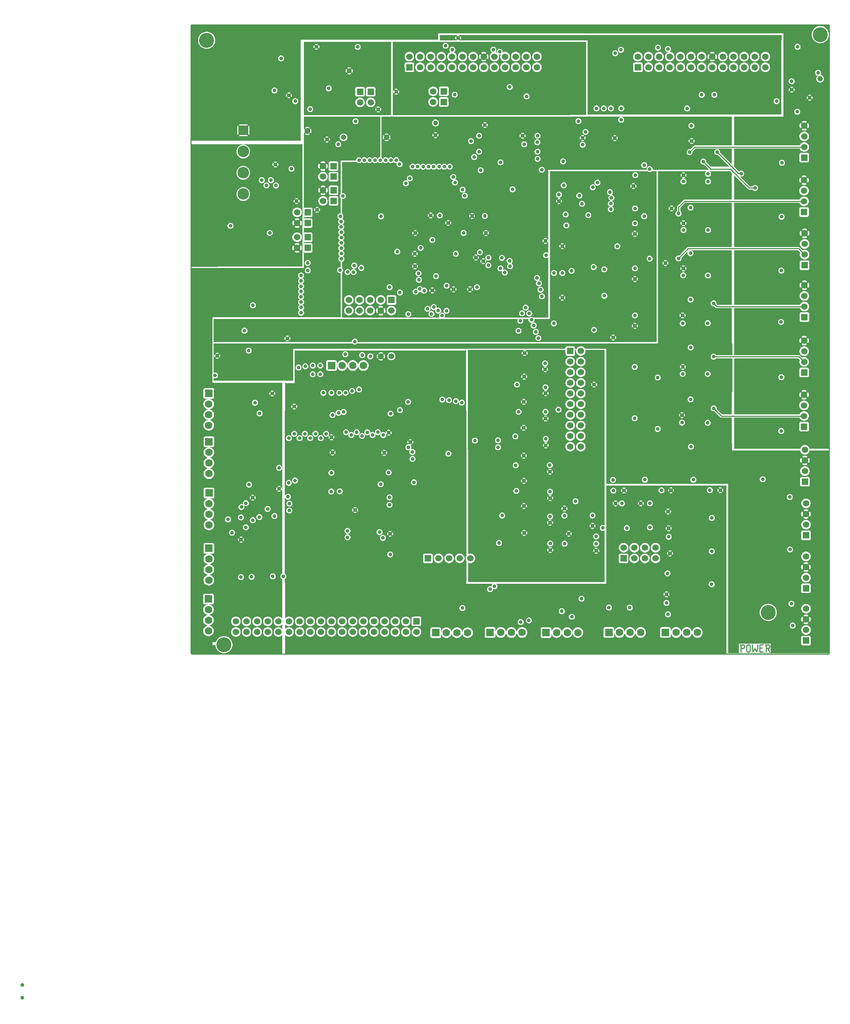
<source format=gbr>
G04 start of page 4 for group 2 idx 2 *
G04 Title: (unknown), power *
G04 Creator: pcb 20140316 *
G04 CreationDate: Thu 01 Jun 2017 04:27:31 PM GMT UTC *
G04 For: sumit *
G04 Format: Gerber/RS-274X *
G04 PCB-Dimensions (mm): 381.00 381.00 *
G04 PCB-Coordinate-Origin: lower left *
%MOMM*%
%FSLAX43Y43*%
%LNGROUP2*%
%ADD85C,1.803*%
%ADD84C,1.016*%
%ADD83C,1.295*%
%ADD82C,0.965*%
%ADD81C,0.762*%
%ADD80C,2.540*%
%ADD79C,0.508*%
%ADD78C,1.314*%
%ADD77C,1.168*%
%ADD76C,1.422*%
%ADD75C,3.581*%
%ADD74C,0.914*%
%ADD73C,2.743*%
%ADD72C,1.778*%
%ADD71C,1.524*%
%ADD70C,0.002*%
%ADD69C,0.254*%
G54D69*X192943Y219707D02*Y369791D01*
X192824Y369910D01*
X40488D01*
X40389Y219781D02*X40564Y219606D01*
X192781D01*
X192783Y219608D01*
X192842Y219606D02*X192943Y219707D01*
X40488Y369910D02*X40348Y369771D01*
Y219822D01*
X40419Y219751D01*
G54D70*G36*
X79684Y347980D02*X85598D01*
Y338284D01*
X85486Y338276D01*
X85378Y338250D01*
X85274Y338207D01*
X85179Y338148D01*
X85094Y338076D01*
X85021Y337990D01*
X84969Y337906D01*
X84913Y337998D01*
X84840Y338083D01*
X84755Y338156D01*
X84659Y338214D01*
X84556Y338257D01*
X84447Y338283D01*
X84336Y338292D01*
X84224Y338283D01*
X84115Y338257D01*
X84012Y338214D01*
X83916Y338156D01*
X83831Y338083D01*
X83758Y337998D01*
X83700Y337903D01*
X83696Y337892D01*
X83691Y337903D01*
X83633Y337998D01*
X83560Y338083D01*
X83475Y338156D01*
X83379Y338214D01*
X83276Y338257D01*
X83167Y338283D01*
X83055Y338292D01*
X82944Y338283D01*
X82835Y338257D01*
X82732Y338214D01*
X82636Y338156D01*
X82551Y338083D01*
X82478Y337998D01*
X82422Y337906D01*
X82370Y337990D01*
X82298Y338076D01*
X82212Y338148D01*
X82117Y338207D01*
X82014Y338250D01*
X81905Y338276D01*
X81793Y338284D01*
X81681Y338276D01*
X81573Y338250D01*
X81469Y338207D01*
X81374Y338148D01*
X81289Y338076D01*
X81216Y337990D01*
X81157Y337895D01*
X81155Y337889D01*
X81098Y337983D01*
X81025Y338068D01*
X80940Y338141D01*
X80844Y338199D01*
X80741Y338242D01*
X80632Y338268D01*
X80521Y338277D01*
X80409Y338268D01*
X80300Y338242D01*
X80197Y338199D01*
X80101Y338141D01*
X80016Y338068D01*
X79943Y337983D01*
X79885Y337887D01*
X79842Y337784D01*
X79816Y337675D01*
X79807Y337563D01*
X79816Y337452D01*
X79819Y337439D01*
X79684D01*
Y346147D01*
X79685Y346146D01*
X79796Y346155D01*
X79905Y346181D01*
X80009Y346224D01*
X80104Y346283D01*
X80189Y346355D01*
X80262Y346441D01*
X80321Y346536D01*
X80363Y346639D01*
X80389Y346748D01*
X80396Y346860D01*
X80389Y346971D01*
X80363Y347080D01*
X80321Y347184D01*
X80262Y347279D01*
X80189Y347364D01*
X80104Y347437D01*
X80009Y347495D01*
X79905Y347538D01*
X79796Y347564D01*
X79685Y347573D01*
X79684Y347573D01*
Y347980D01*
G37*
G36*
X76834D02*X79684D01*
Y347573D01*
X79573Y347564D01*
X79464Y347538D01*
X79361Y347495D01*
X79266Y347437D01*
X79180Y347364D01*
X79108Y347279D01*
X79049Y347184D01*
X79006Y347080D01*
X78980Y346971D01*
X78971Y346860D01*
X78980Y346748D01*
X79006Y346639D01*
X79049Y346536D01*
X79108Y346441D01*
X79180Y346355D01*
X79266Y346283D01*
X79361Y346224D01*
X79464Y346181D01*
X79573Y346155D01*
X79684Y346147D01*
Y337439D01*
X76834D01*
Y342113D01*
X76835Y342113D01*
X76978Y342124D01*
X77117Y342158D01*
X77250Y342213D01*
X77372Y342288D01*
X77481Y342381D01*
X77574Y342490D01*
X77649Y342612D01*
X77704Y342745D01*
X77738Y342884D01*
X77746Y343027D01*
X77738Y343170D01*
X77704Y343309D01*
X77649Y343442D01*
X77574Y343564D01*
X77481Y343673D01*
X77372Y343766D01*
X77250Y343841D01*
X77117Y343896D01*
X76978Y343930D01*
X76835Y343941D01*
X76834Y343941D01*
Y347980D01*
G37*
G36*
X75564D02*X76834D01*
Y343941D01*
X76692Y343930D01*
X76553Y343896D01*
X76420Y343841D01*
X76298Y343766D01*
X76189Y343673D01*
X76096Y343564D01*
X76021Y343442D01*
X75966Y343309D01*
X75932Y343170D01*
X75921Y343027D01*
X75932Y342884D01*
X75966Y342745D01*
X76021Y342612D01*
X76096Y342490D01*
X76189Y342381D01*
X76298Y342288D01*
X76420Y342213D01*
X76553Y342158D01*
X76692Y342124D01*
X76834Y342113D01*
Y337439D01*
X75564D01*
Y340663D01*
X75565Y340663D01*
X75677Y340671D01*
X75785Y340698D01*
X75889Y340740D01*
X75984Y340799D01*
X76069Y340872D01*
X76142Y340957D01*
X76201Y341052D01*
X76243Y341156D01*
X76270Y341264D01*
X76276Y341376D01*
X76270Y341488D01*
X76243Y341596D01*
X76201Y341700D01*
X76142Y341795D01*
X76069Y341880D01*
X75984Y341953D01*
X75889Y342012D01*
X75785Y342054D01*
X75677Y342081D01*
X75565Y342089D01*
X75564Y342089D01*
Y347980D01*
G37*
G36*
X73464D02*X75564D01*
Y342089D01*
X75453Y342081D01*
X75345Y342054D01*
X75241Y342012D01*
X75146Y341953D01*
X75061Y341880D01*
X74988Y341795D01*
X74929Y341700D01*
X74887Y341596D01*
X74860Y341488D01*
X74852Y341376D01*
X74860Y341264D01*
X74887Y341156D01*
X74929Y341052D01*
X74988Y340957D01*
X75061Y340872D01*
X75146Y340799D01*
X75241Y340740D01*
X75345Y340698D01*
X75453Y340671D01*
X75564Y340663D01*
Y337439D01*
X73464D01*
Y342192D01*
X73482Y342196D01*
X73500Y342203D01*
X73518Y342213D01*
X73533Y342225D01*
X73547Y342240D01*
X73558Y342256D01*
X73566Y342275D01*
X73585Y342334D01*
X73599Y342395D01*
X73607Y342457D01*
X73610Y342519D01*
X73607Y342581D01*
X73599Y342643D01*
X73585Y342704D01*
X73567Y342764D01*
X73558Y342782D01*
X73547Y342799D01*
X73534Y342813D01*
X73518Y342826D01*
X73501Y342836D01*
X73482Y342843D01*
X73464Y342846D01*
Y347980D01*
G37*
G36*
X72898D02*X73464D01*
Y342846D01*
X73462Y342847D01*
X73442Y342847D01*
X73422Y342845D01*
X73403Y342840D01*
X73385Y342831D01*
X73368Y342820D01*
X73353Y342807D01*
X73341Y342791D01*
X73331Y342774D01*
X73324Y342755D01*
X73320Y342735D01*
X73319Y342715D01*
X73321Y342695D01*
X73327Y342676D01*
X73339Y342638D01*
X73348Y342599D01*
X73353Y342559D01*
X73355Y342519D01*
X73353Y342479D01*
X73348Y342439D01*
X73339Y342400D01*
X73327Y342362D01*
X73322Y342343D01*
X73319Y342323D01*
X73320Y342303D01*
X73324Y342283D01*
X73331Y342265D01*
X73341Y342247D01*
X73353Y342232D01*
X73368Y342218D01*
X73385Y342207D01*
X73403Y342199D01*
X73422Y342193D01*
X73442Y342191D01*
X73462Y342192D01*
X73464Y342192D01*
Y337439D01*
X72898D01*
Y341807D01*
X72960Y341810D01*
X73022Y341818D01*
X73083Y341832D01*
X73143Y341850D01*
X73161Y341859D01*
X73178Y341870D01*
X73192Y341883D01*
X73205Y341899D01*
X73215Y341916D01*
X73222Y341935D01*
X73226Y341955D01*
X73226Y341975D01*
X73224Y341995D01*
X73219Y342014D01*
X73210Y342032D01*
X73199Y342049D01*
X73186Y342064D01*
X73170Y342076D01*
X73153Y342086D01*
X73134Y342093D01*
X73114Y342097D01*
X73094Y342098D01*
X73074Y342096D01*
X73055Y342090D01*
X73017Y342078D01*
X72978Y342069D01*
X72938Y342064D01*
X72898Y342062D01*
Y342976D01*
X72938Y342974D01*
X72978Y342969D01*
X73017Y342960D01*
X73055Y342948D01*
X73074Y342943D01*
X73094Y342940D01*
X73114Y342941D01*
X73134Y342945D01*
X73152Y342952D01*
X73170Y342962D01*
X73185Y342974D01*
X73199Y342989D01*
X73210Y343006D01*
X73218Y343024D01*
X73224Y343043D01*
X73226Y343063D01*
X73225Y343083D01*
X73221Y343103D01*
X73214Y343121D01*
X73204Y343139D01*
X73192Y343154D01*
X73177Y343168D01*
X73161Y343179D01*
X73142Y343187D01*
X73083Y343206D01*
X73022Y343220D01*
X72960Y343228D01*
X72898Y343231D01*
Y347980D01*
G37*
G36*
X72332D02*X72898D01*
Y343231D01*
X72898Y343231D01*
X72836Y343228D01*
X72774Y343220D01*
X72713Y343206D01*
X72653Y343188D01*
X72635Y343179D01*
X72618Y343168D01*
X72604Y343155D01*
X72591Y343139D01*
X72581Y343122D01*
X72574Y343103D01*
X72570Y343083D01*
X72570Y343063D01*
X72572Y343043D01*
X72577Y343024D01*
X72586Y343006D01*
X72597Y342989D01*
X72610Y342974D01*
X72626Y342962D01*
X72643Y342952D01*
X72662Y342945D01*
X72682Y342941D01*
X72702Y342940D01*
X72722Y342942D01*
X72741Y342948D01*
X72779Y342960D01*
X72818Y342969D01*
X72858Y342974D01*
X72898Y342976D01*
X72898Y342976D01*
Y342062D01*
X72898Y342062D01*
X72858Y342064D01*
X72818Y342069D01*
X72779Y342078D01*
X72741Y342090D01*
X72722Y342095D01*
X72702Y342098D01*
X72682Y342097D01*
X72662Y342093D01*
X72644Y342086D01*
X72626Y342076D01*
X72611Y342064D01*
X72597Y342049D01*
X72586Y342032D01*
X72578Y342014D01*
X72572Y341995D01*
X72570Y341975D01*
X72571Y341955D01*
X72575Y341935D01*
X72582Y341917D01*
X72592Y341899D01*
X72604Y341884D01*
X72619Y341870D01*
X72635Y341859D01*
X72654Y341851D01*
X72713Y341832D01*
X72774Y341818D01*
X72836Y341810D01*
X72898Y341807D01*
X72898Y341807D01*
Y337439D01*
X72332D01*
Y342192D01*
X72334Y342191D01*
X72354Y342191D01*
X72374Y342193D01*
X72393Y342198D01*
X72411Y342207D01*
X72428Y342218D01*
X72443Y342231D01*
X72455Y342247D01*
X72465Y342264D01*
X72472Y342283D01*
X72476Y342303D01*
X72477Y342323D01*
X72475Y342343D01*
X72469Y342362D01*
X72457Y342400D01*
X72448Y342439D01*
X72443Y342479D01*
X72441Y342519D01*
X72443Y342559D01*
X72448Y342599D01*
X72457Y342638D01*
X72469Y342676D01*
X72474Y342695D01*
X72477Y342715D01*
X72476Y342735D01*
X72472Y342755D01*
X72465Y342773D01*
X72455Y342791D01*
X72443Y342806D01*
X72428Y342820D01*
X72411Y342831D01*
X72393Y342839D01*
X72374Y342845D01*
X72354Y342847D01*
X72334Y342846D01*
X72332Y342846D01*
Y347980D01*
G37*
G36*
X68989D02*X72332D01*
Y342846D01*
X72314Y342842D01*
X72296Y342835D01*
X72278Y342825D01*
X72263Y342813D01*
X72249Y342798D01*
X72238Y342782D01*
X72230Y342763D01*
X72211Y342704D01*
X72197Y342643D01*
X72189Y342581D01*
X72186Y342519D01*
X72189Y342457D01*
X72197Y342395D01*
X72211Y342334D01*
X72229Y342274D01*
X72238Y342256D01*
X72249Y342239D01*
X72262Y342225D01*
X72278Y342212D01*
X72295Y342202D01*
X72314Y342195D01*
X72332Y342192D01*
Y337439D01*
X68989D01*
Y344044D01*
X68998Y344048D01*
X69015Y344058D01*
X69031Y344071D01*
X69044Y344086D01*
X69054Y344103D01*
X69091Y344180D01*
X69120Y344259D01*
X69142Y344341D01*
X69157Y344424D01*
X69164Y344509D01*
Y344593D01*
X69157Y344678D01*
X69142Y344761D01*
X69120Y344843D01*
X69091Y344922D01*
X69055Y344999D01*
X69044Y345016D01*
X69031Y345031D01*
X69016Y345044D01*
X68998Y345055D01*
X68989Y345058D01*
Y347980D01*
G37*
G36*
X68199D02*X68989D01*
Y345058D01*
X68980Y345062D01*
X68960Y345067D01*
X68940Y345068D01*
X68920Y345066D01*
X68901Y345061D01*
X68882Y345053D01*
X68865Y345043D01*
X68850Y345029D01*
X68837Y345014D01*
X68827Y344997D01*
X68819Y344978D01*
X68815Y344958D01*
X68813Y344938D01*
X68815Y344918D01*
X68820Y344899D01*
X68828Y344881D01*
X68856Y344824D01*
X68877Y344766D01*
X68893Y344706D01*
X68904Y344644D01*
X68910Y344582D01*
Y344520D01*
X68904Y344458D01*
X68893Y344396D01*
X68877Y344336D01*
X68856Y344278D01*
X68829Y344221D01*
X68821Y344203D01*
X68816Y344184D01*
X68814Y344164D01*
X68816Y344144D01*
X68820Y344124D01*
X68827Y344106D01*
X68838Y344088D01*
X68850Y344073D01*
X68866Y344060D01*
X68882Y344049D01*
X68901Y344041D01*
X68920Y344037D01*
X68940Y344035D01*
X68960Y344036D01*
X68980Y344041D01*
X68989Y344044D01*
Y337439D01*
X68199D01*
Y343586D01*
X68241D01*
X68326Y343593D01*
X68409Y343608D01*
X68491Y343630D01*
X68570Y343659D01*
X68647Y343695D01*
X68664Y343706D01*
X68679Y343719D01*
X68692Y343734D01*
X68703Y343752D01*
X68710Y343770D01*
X68715Y343790D01*
X68716Y343810D01*
X68714Y343830D01*
X68709Y343849D01*
X68701Y343868D01*
X68691Y343885D01*
X68677Y343900D01*
X68662Y343913D01*
X68645Y343923D01*
X68626Y343931D01*
X68606Y343935D01*
X68586Y343937D01*
X68566Y343935D01*
X68547Y343930D01*
X68529Y343922D01*
X68472Y343894D01*
X68414Y343873D01*
X68354Y343857D01*
X68292Y343846D01*
X68230Y343840D01*
X68199D01*
Y345262D01*
X68230D01*
X68292Y345256D01*
X68354Y345245D01*
X68414Y345229D01*
X68472Y345208D01*
X68529Y345181D01*
X68547Y345173D01*
X68566Y345168D01*
X68586Y345166D01*
X68606Y345168D01*
X68626Y345172D01*
X68644Y345179D01*
X68662Y345190D01*
X68677Y345202D01*
X68690Y345218D01*
X68701Y345234D01*
X68709Y345253D01*
X68713Y345272D01*
X68715Y345292D01*
X68714Y345312D01*
X68709Y345332D01*
X68702Y345350D01*
X68692Y345367D01*
X68679Y345383D01*
X68664Y345396D01*
X68647Y345406D01*
X68570Y345443D01*
X68491Y345472D01*
X68409Y345494D01*
X68326Y345509D01*
X68241Y345516D01*
X68199D01*
Y347980D01*
G37*
G36*
X67310D02*X68199D01*
Y345516D01*
X68157D01*
X68072Y345509D01*
X67989Y345494D01*
X67907Y345472D01*
X67828Y345443D01*
X67751Y345407D01*
X67734Y345396D01*
X67719Y345383D01*
X67706Y345368D01*
X67695Y345350D01*
X67688Y345332D01*
X67683Y345312D01*
X67682Y345292D01*
X67684Y345272D01*
X67689Y345253D01*
X67697Y345234D01*
X67707Y345217D01*
X67721Y345202D01*
X67736Y345189D01*
X67753Y345179D01*
X67772Y345171D01*
X67792Y345167D01*
X67812Y345165D01*
X67832Y345167D01*
X67851Y345172D01*
X67869Y345180D01*
X67926Y345208D01*
X67984Y345229D01*
X68044Y345245D01*
X68106Y345256D01*
X68168Y345262D01*
X68199D01*
Y343840D01*
X68168D01*
X68106Y343846D01*
X68044Y343857D01*
X67984Y343873D01*
X67926Y343894D01*
X67869Y343921D01*
X67851Y343929D01*
X67832Y343934D01*
X67812Y343936D01*
X67792Y343934D01*
X67772Y343930D01*
X67754Y343923D01*
X67736Y343912D01*
X67721Y343900D01*
X67708Y343884D01*
X67697Y343868D01*
X67689Y343849D01*
X67685Y343830D01*
X67683Y343810D01*
X67684Y343790D01*
X67689Y343770D01*
X67696Y343752D01*
X67706Y343735D01*
X67719Y343719D01*
X67734Y343706D01*
X67751Y343696D01*
X67828Y343659D01*
X67907Y343630D01*
X67989Y343608D01*
X68072Y343593D01*
X68157Y343586D01*
X68199D01*
Y337439D01*
X67310D01*
Y344173D01*
X67343Y344103D01*
X67354Y344086D01*
X67367Y344071D01*
X67382Y344058D01*
X67400Y344047D01*
X67418Y344040D01*
X67438Y344035D01*
X67458Y344034D01*
X67478Y344036D01*
X67497Y344041D01*
X67516Y344049D01*
X67533Y344059D01*
X67548Y344073D01*
X67561Y344088D01*
X67571Y344105D01*
X67579Y344124D01*
X67583Y344144D01*
X67585Y344164D01*
X67583Y344184D01*
X67578Y344203D01*
X67570Y344221D01*
X67542Y344278D01*
X67521Y344336D01*
X67505Y344396D01*
X67494Y344458D01*
X67488Y344520D01*
Y344582D01*
X67494Y344644D01*
X67505Y344706D01*
X67521Y344766D01*
X67542Y344824D01*
X67569Y344881D01*
X67577Y344899D01*
X67582Y344918D01*
X67584Y344938D01*
X67582Y344958D01*
X67578Y344978D01*
X67571Y344996D01*
X67560Y345014D01*
X67548Y345029D01*
X67532Y345042D01*
X67516Y345053D01*
X67497Y345061D01*
X67478Y345065D01*
X67458Y345067D01*
X67438Y345066D01*
X67418Y345061D01*
X67400Y345054D01*
X67383Y345044D01*
X67367Y345031D01*
X67354Y345016D01*
X67344Y344999D01*
X67310Y344928D01*
Y347980D01*
G37*
G36*
X98806Y335455D02*X98876Y335515D01*
X98949Y335600D01*
X99007Y335695D01*
X99019Y335723D01*
X99026Y335705D01*
X99085Y335610D01*
X99158Y335525D01*
X99243Y335452D01*
X99314Y335408D01*
Y334264D01*
X98806D01*
Y335455D01*
G37*
G36*
Y345615D02*X98938Y345626D01*
X99066Y345656D01*
X99188Y345707D01*
X99300Y345776D01*
X99314Y345788D01*
Y343857D01*
X99311Y343856D01*
X99293Y343847D01*
X99276Y343836D01*
X99261Y343823D01*
X99249Y343807D01*
X99239Y343790D01*
X99232Y343771D01*
X99228Y343751D01*
X99227Y343731D01*
X99229Y343711D01*
X99235Y343692D01*
X99247Y343654D01*
X99256Y343615D01*
X99261Y343575D01*
X99263Y343535D01*
X99261Y343495D01*
X99256Y343455D01*
X99247Y343416D01*
X99235Y343378D01*
X99230Y343359D01*
X99227Y343339D01*
X99228Y343319D01*
X99232Y343299D01*
X99239Y343281D01*
X99249Y343263D01*
X99261Y343248D01*
X99276Y343234D01*
X99293Y343223D01*
X99311Y343215D01*
X99314Y343214D01*
Y336650D01*
X99243Y336606D01*
X99158Y336534D01*
X99085Y336449D01*
X99026Y336353D01*
X99015Y336325D01*
X99007Y336343D01*
X98949Y336438D01*
X98876Y336524D01*
X98806Y336583D01*
Y342823D01*
X98868Y342826D01*
X98930Y342834D01*
X98991Y342848D01*
X99051Y342866D01*
X99069Y342875D01*
X99086Y342886D01*
X99100Y342899D01*
X99113Y342915D01*
X99123Y342932D01*
X99130Y342951D01*
X99134Y342971D01*
X99134Y342991D01*
X99132Y343011D01*
X99127Y343030D01*
X99118Y343048D01*
X99107Y343065D01*
X99094Y343080D01*
X99078Y343092D01*
X99061Y343102D01*
X99042Y343109D01*
X99022Y343113D01*
X99002Y343114D01*
X98982Y343112D01*
X98963Y343106D01*
X98925Y343094D01*
X98886Y343085D01*
X98846Y343080D01*
X98806Y343078D01*
Y343992D01*
X98846Y343990D01*
X98886Y343985D01*
X98925Y343976D01*
X98963Y343964D01*
X98982Y343959D01*
X99002Y343956D01*
X99022Y343957D01*
X99042Y343961D01*
X99060Y343968D01*
X99078Y343978D01*
X99093Y343990D01*
X99107Y344005D01*
X99118Y344022D01*
X99126Y344040D01*
X99132Y344059D01*
X99134Y344079D01*
X99133Y344099D01*
X99129Y344119D01*
X99122Y344137D01*
X99112Y344155D01*
X99100Y344170D01*
X99085Y344184D01*
X99069Y344195D01*
X99050Y344203D01*
X98991Y344222D01*
X98930Y344236D01*
X98868Y344244D01*
X98806Y344247D01*
Y345615D01*
G37*
G36*
Y347980D02*X99314D01*
Y347124D01*
X99300Y347136D01*
X99188Y347205D01*
X99066Y347256D01*
X98938Y347286D01*
X98806Y347297D01*
Y347980D01*
G37*
G36*
X98240Y335319D02*X98260Y335315D01*
X98372Y335306D01*
X98483Y335315D01*
X98592Y335341D01*
X98696Y335384D01*
X98791Y335442D01*
X98806Y335455D01*
Y334264D01*
X98240D01*
Y335319D01*
G37*
G36*
Y345837D02*X98312Y345776D01*
X98424Y345707D01*
X98546Y345656D01*
X98674Y345626D01*
X98806Y345615D01*
X98806Y345615D01*
Y344247D01*
X98806Y344247D01*
X98744Y344244D01*
X98682Y344236D01*
X98621Y344222D01*
X98561Y344204D01*
X98543Y344195D01*
X98526Y344184D01*
X98512Y344171D01*
X98499Y344155D01*
X98489Y344138D01*
X98482Y344119D01*
X98478Y344099D01*
X98478Y344079D01*
X98480Y344059D01*
X98485Y344040D01*
X98494Y344022D01*
X98505Y344005D01*
X98518Y343990D01*
X98534Y343978D01*
X98551Y343968D01*
X98570Y343961D01*
X98590Y343957D01*
X98610Y343956D01*
X98630Y343958D01*
X98649Y343964D01*
X98687Y343976D01*
X98726Y343985D01*
X98766Y343990D01*
X98806Y343992D01*
X98806Y343992D01*
Y343078D01*
X98806Y343078D01*
X98766Y343080D01*
X98726Y343085D01*
X98687Y343094D01*
X98649Y343106D01*
X98630Y343111D01*
X98610Y343114D01*
X98590Y343113D01*
X98570Y343109D01*
X98552Y343102D01*
X98534Y343092D01*
X98519Y343080D01*
X98505Y343065D01*
X98494Y343048D01*
X98486Y343030D01*
X98480Y343011D01*
X98478Y342991D01*
X98479Y342971D01*
X98483Y342951D01*
X98490Y342933D01*
X98500Y342915D01*
X98512Y342900D01*
X98527Y342886D01*
X98543Y342875D01*
X98562Y342867D01*
X98621Y342848D01*
X98682Y342834D01*
X98744Y342826D01*
X98806Y342823D01*
X98806Y342823D01*
Y336583D01*
X98791Y336596D01*
X98696Y336655D01*
X98592Y336698D01*
X98483Y336724D01*
X98372Y336733D01*
X98260Y336724D01*
X98240Y336719D01*
Y343208D01*
X98242Y343207D01*
X98262Y343207D01*
X98282Y343209D01*
X98301Y343214D01*
X98319Y343223D01*
X98336Y343234D01*
X98351Y343247D01*
X98363Y343263D01*
X98373Y343280D01*
X98380Y343299D01*
X98384Y343319D01*
X98385Y343339D01*
X98383Y343359D01*
X98377Y343378D01*
X98365Y343416D01*
X98356Y343455D01*
X98351Y343495D01*
X98349Y343535D01*
X98351Y343575D01*
X98356Y343615D01*
X98365Y343654D01*
X98377Y343692D01*
X98382Y343711D01*
X98385Y343731D01*
X98384Y343751D01*
X98380Y343771D01*
X98373Y343789D01*
X98363Y343807D01*
X98351Y343822D01*
X98336Y343836D01*
X98319Y343847D01*
X98301Y343855D01*
X98282Y343861D01*
X98262Y343863D01*
X98242Y343862D01*
X98240Y343862D01*
Y345837D01*
G37*
G36*
Y347980D02*X98806D01*
Y347297D01*
X98806Y347297D01*
X98674Y347286D01*
X98546Y347256D01*
X98424Y347205D01*
X98312Y347136D01*
X98240Y347075D01*
Y347980D01*
G37*
G36*
X87865D02*X98240D01*
Y347075D01*
X98211Y347051D01*
X98126Y346950D01*
X98057Y346838D01*
X98006Y346716D01*
X97976Y346588D01*
X97965Y346456D01*
X97976Y346324D01*
X98006Y346196D01*
X98057Y346074D01*
X98126Y345962D01*
X98211Y345861D01*
X98240Y345837D01*
Y343862D01*
X98222Y343858D01*
X98204Y343851D01*
X98186Y343841D01*
X98171Y343829D01*
X98157Y343814D01*
X98146Y343798D01*
X98138Y343779D01*
X98119Y343720D01*
X98105Y343659D01*
X98097Y343597D01*
X98094Y343535D01*
X98097Y343473D01*
X98105Y343411D01*
X98119Y343350D01*
X98137Y343290D01*
X98146Y343272D01*
X98157Y343255D01*
X98170Y343241D01*
X98186Y343228D01*
X98203Y343218D01*
X98222Y343211D01*
X98240Y343208D01*
Y336719D01*
X98151Y336698D01*
X98048Y336655D01*
X97952Y336596D01*
X97867Y336524D01*
X97795Y336438D01*
X97750Y336367D01*
X97702Y336446D01*
X97629Y336531D01*
X97544Y336604D01*
X97448Y336662D01*
X97345Y336705D01*
X97236Y336731D01*
X97125Y336740D01*
X97013Y336731D01*
X96904Y336705D01*
X96801Y336662D01*
X96705Y336604D01*
X96620Y336531D01*
X96547Y336446D01*
X96489Y336351D01*
X96482Y336334D01*
X96480Y336338D01*
X96422Y336433D01*
X96349Y336519D01*
X96264Y336591D01*
X96168Y336650D01*
X96065Y336693D01*
X95956Y336719D01*
X95844Y336727D01*
X95733Y336719D01*
X95624Y336693D01*
X95520Y336650D01*
X95425Y336591D01*
X95340Y336519D01*
X95267Y336433D01*
X95210Y336341D01*
X95200Y336366D01*
X95141Y336461D01*
X95069Y336546D01*
X94984Y336619D01*
X94888Y336678D01*
X94785Y336720D01*
X94676Y336747D01*
X94564Y336755D01*
X94453Y336747D01*
X94344Y336720D01*
X94240Y336678D01*
X94145Y336619D01*
X94060Y336546D01*
X93987Y336461D01*
X93941Y336386D01*
X93887Y336474D01*
X93814Y336559D01*
X93729Y336632D01*
X93633Y336690D01*
X93530Y336733D01*
X93421Y336759D01*
X93309Y336768D01*
X93198Y336759D01*
X93089Y336733D01*
X92986Y336690D01*
X92890Y336632D01*
X92805Y336559D01*
X92732Y336474D01*
X92674Y336379D01*
X92631Y336275D01*
X92605Y336166D01*
X92596Y336055D01*
X92605Y335943D01*
X92631Y335834D01*
X92674Y335731D01*
X92732Y335635D01*
X92805Y335550D01*
X92890Y335478D01*
X92986Y335419D01*
X93089Y335376D01*
X93198Y335350D01*
X93309Y335341D01*
X93421Y335350D01*
X93530Y335376D01*
X93633Y335419D01*
X93729Y335478D01*
X93814Y335550D01*
X93887Y335635D01*
X93933Y335711D01*
X93987Y335623D01*
X94060Y335538D01*
X94145Y335465D01*
X94240Y335406D01*
X94344Y335364D01*
X94453Y335337D01*
X94564Y335329D01*
X94676Y335337D01*
X94785Y335364D01*
X94888Y335406D01*
X94984Y335465D01*
X95069Y335538D01*
X95141Y335623D01*
X95198Y335716D01*
X95209Y335690D01*
X95267Y335595D01*
X95340Y335510D01*
X95425Y335437D01*
X95520Y335378D01*
X95624Y335336D01*
X95733Y335309D01*
X95844Y335301D01*
X95956Y335309D01*
X96065Y335336D01*
X96168Y335378D01*
X96264Y335437D01*
X96349Y335510D01*
X96422Y335595D01*
X96480Y335690D01*
X96487Y335707D01*
X96489Y335703D01*
X96547Y335607D01*
X96620Y335522D01*
X96705Y335450D01*
X96801Y335391D01*
X96904Y335348D01*
X97013Y335322D01*
X97125Y335313D01*
X97236Y335322D01*
X97345Y335348D01*
X97448Y335391D01*
X97544Y335450D01*
X97629Y335522D01*
X97702Y335607D01*
X97746Y335679D01*
X97795Y335600D01*
X97867Y335515D01*
X97952Y335442D01*
X98048Y335384D01*
X98151Y335341D01*
X98240Y335319D01*
Y334264D01*
X87865D01*
Y336914D01*
X87918Y336893D01*
X88026Y336866D01*
X88138Y336858D01*
X88250Y336866D01*
X88358Y336893D01*
X88462Y336935D01*
X88557Y336994D01*
X88642Y337067D01*
X88715Y337152D01*
X88774Y337247D01*
X88774Y337247D01*
X88775Y337245D01*
X88833Y337149D01*
X88906Y337064D01*
X88991Y336991D01*
X89087Y336933D01*
X89190Y336890D01*
X89299Y336864D01*
X89411Y336855D01*
X89522Y336864D01*
X89565Y336874D01*
X89555Y336849D01*
X89529Y336740D01*
X89520Y336629D01*
X89529Y336517D01*
X89555Y336408D01*
X89598Y336305D01*
X89656Y336209D01*
X89729Y336124D01*
X89814Y336052D01*
X89910Y335993D01*
X90013Y335950D01*
X90122Y335924D01*
X90234Y335915D01*
X90345Y335924D01*
X90454Y335950D01*
X90557Y335993D01*
X90653Y336052D01*
X90738Y336124D01*
X90811Y336209D01*
X90869Y336305D01*
X90912Y336408D01*
X90938Y336517D01*
X90945Y336629D01*
X90938Y336740D01*
X90912Y336849D01*
X90869Y336953D01*
X90811Y337048D01*
X90738Y337133D01*
X90653Y337206D01*
X90557Y337264D01*
X90454Y337307D01*
X90345Y337333D01*
X90234Y337342D01*
X90122Y337333D01*
X90079Y337323D01*
X90089Y337348D01*
X90115Y337457D01*
X90122Y337569D01*
X90115Y337680D01*
X90089Y337789D01*
X90046Y337892D01*
X89988Y337988D01*
X89915Y338073D01*
X89830Y338146D01*
X89734Y338204D01*
X89631Y338247D01*
X89522Y338273D01*
X89411Y338282D01*
X89299Y338273D01*
X89190Y338247D01*
X89087Y338204D01*
X88991Y338146D01*
X88906Y338073D01*
X88833Y337988D01*
X88775Y337892D01*
X88775Y337892D01*
X88774Y337895D01*
X88715Y337990D01*
X88642Y338076D01*
X88557Y338148D01*
X88462Y338207D01*
X88358Y338250D01*
X88250Y338276D01*
X88138Y338284D01*
X88026Y338276D01*
X87918Y338250D01*
X87865Y338228D01*
Y342557D01*
X87883Y342565D01*
X87900Y342575D01*
X87915Y342589D01*
X87928Y342604D01*
X87938Y342621D01*
X87973Y342698D01*
X87999Y342778D01*
X88019Y342860D01*
X88030Y342943D01*
X88034Y343027D01*
X88030Y343111D01*
X88019Y343194D01*
X87999Y343276D01*
X87973Y343356D01*
X87939Y343433D01*
X87929Y343450D01*
X87916Y343466D01*
X87900Y343479D01*
X87883Y343490D01*
X87865Y343498D01*
Y347980D01*
G37*
G36*
Y334264D02*X87122D01*
Y336896D01*
X87217Y336935D01*
X87313Y336994D01*
X87398Y337067D01*
X87471Y337152D01*
X87516Y337225D01*
X87561Y337152D01*
X87634Y337067D01*
X87719Y336994D01*
X87814Y336935D01*
X87865Y336914D01*
Y334264D01*
G37*
G36*
X87122Y347980D02*X87865D01*
Y343498D01*
X87865Y343498D01*
X87845Y343503D01*
X87825Y343504D01*
X87805Y343503D01*
X87786Y343498D01*
X87767Y343491D01*
X87750Y343481D01*
X87734Y343468D01*
X87721Y343452D01*
X87711Y343435D01*
X87703Y343417D01*
X87698Y343397D01*
X87696Y343377D01*
X87697Y343357D01*
X87702Y343338D01*
X87710Y343319D01*
X87735Y343264D01*
X87754Y343207D01*
X87768Y343148D01*
X87776Y343088D01*
X87779Y343027D01*
X87776Y342966D01*
X87768Y342906D01*
X87754Y342847D01*
X87735Y342790D01*
X87710Y342734D01*
X87703Y342716D01*
X87698Y342697D01*
X87697Y342677D01*
X87699Y342657D01*
X87703Y342637D01*
X87711Y342619D01*
X87722Y342602D01*
X87735Y342587D01*
X87750Y342574D01*
X87767Y342564D01*
X87786Y342556D01*
X87805Y342552D01*
X87825Y342550D01*
X87845Y342552D01*
X87865Y342557D01*
X87865Y342557D01*
Y338228D01*
X87814Y338207D01*
X87719Y338148D01*
X87634Y338076D01*
X87561Y337990D01*
X87516Y337917D01*
X87471Y337990D01*
X87398Y338076D01*
X87313Y338148D01*
X87217Y338207D01*
X87122Y338246D01*
Y342115D01*
X87206Y342119D01*
X87289Y342130D01*
X87371Y342150D01*
X87451Y342176D01*
X87528Y342210D01*
X87545Y342220D01*
X87561Y342233D01*
X87574Y342249D01*
X87585Y342266D01*
X87593Y342284D01*
X87598Y342304D01*
X87599Y342324D01*
X87598Y342344D01*
X87593Y342363D01*
X87586Y342382D01*
X87576Y342399D01*
X87563Y342415D01*
X87547Y342428D01*
X87530Y342438D01*
X87512Y342446D01*
X87492Y342451D01*
X87472Y342453D01*
X87452Y342452D01*
X87433Y342447D01*
X87414Y342439D01*
X87359Y342414D01*
X87302Y342395D01*
X87243Y342381D01*
X87183Y342373D01*
X87122Y342370D01*
Y343684D01*
X87183Y343681D01*
X87243Y343673D01*
X87302Y343659D01*
X87359Y343640D01*
X87415Y343615D01*
X87433Y343608D01*
X87452Y343603D01*
X87472Y343602D01*
X87492Y343604D01*
X87512Y343608D01*
X87530Y343616D01*
X87547Y343627D01*
X87562Y343640D01*
X87575Y343655D01*
X87585Y343672D01*
X87593Y343691D01*
X87597Y343710D01*
X87599Y343730D01*
X87597Y343750D01*
X87592Y343770D01*
X87584Y343788D01*
X87574Y343805D01*
X87560Y343820D01*
X87545Y343833D01*
X87528Y343843D01*
X87451Y343878D01*
X87371Y343904D01*
X87289Y343924D01*
X87206Y343935D01*
X87122Y343939D01*
Y347980D01*
G37*
G36*
Y334264D02*X85852D01*
Y336906D01*
X85922Y336935D01*
X86017Y336994D01*
X86102Y337067D01*
X86175Y337152D01*
X86234Y337247D01*
X86246Y337276D01*
X86258Y337247D01*
X86316Y337152D01*
X86389Y337067D01*
X86474Y336994D01*
X86570Y336935D01*
X86673Y336893D01*
X86782Y336866D01*
X86893Y336858D01*
X87005Y336866D01*
X87114Y336893D01*
X87122Y336896D01*
Y334264D01*
G37*
G36*
X86379Y347980D02*X87122D01*
Y343939D01*
X87122Y343939D01*
X87038Y343935D01*
X86955Y343924D01*
X86873Y343904D01*
X86793Y343878D01*
X86716Y343844D01*
X86699Y343834D01*
X86683Y343821D01*
X86670Y343805D01*
X86659Y343788D01*
X86651Y343770D01*
X86646Y343750D01*
X86645Y343730D01*
X86646Y343710D01*
X86651Y343691D01*
X86658Y343672D01*
X86668Y343655D01*
X86681Y343639D01*
X86697Y343626D01*
X86714Y343616D01*
X86732Y343608D01*
X86752Y343603D01*
X86772Y343601D01*
X86792Y343602D01*
X86811Y343607D01*
X86830Y343615D01*
X86885Y343640D01*
X86942Y343659D01*
X87001Y343673D01*
X87061Y343681D01*
X87122Y343684D01*
X87122Y343684D01*
Y342370D01*
X87122Y342370D01*
X87061Y342373D01*
X87001Y342381D01*
X86942Y342395D01*
X86885Y342414D01*
X86829Y342439D01*
X86811Y342446D01*
X86792Y342451D01*
X86772Y342452D01*
X86752Y342450D01*
X86732Y342446D01*
X86714Y342438D01*
X86697Y342427D01*
X86682Y342414D01*
X86669Y342399D01*
X86659Y342382D01*
X86651Y342363D01*
X86647Y342344D01*
X86645Y342324D01*
X86647Y342304D01*
X86652Y342284D01*
X86660Y342266D01*
X86670Y342249D01*
X86684Y342234D01*
X86699Y342221D01*
X86716Y342211D01*
X86793Y342176D01*
X86873Y342150D01*
X86955Y342130D01*
X87038Y342119D01*
X87122Y342115D01*
X87122Y342115D01*
Y338246D01*
X87114Y338250D01*
X87005Y338276D01*
X86893Y338284D01*
X86782Y338276D01*
X86673Y338250D01*
X86570Y338207D01*
X86474Y338148D01*
X86389Y338076D01*
X86379Y338064D01*
Y342556D01*
X86379Y342556D01*
X86399Y342551D01*
X86419Y342550D01*
X86439Y342551D01*
X86458Y342556D01*
X86477Y342563D01*
X86494Y342573D01*
X86510Y342586D01*
X86523Y342602D01*
X86533Y342619D01*
X86541Y342637D01*
X86546Y342657D01*
X86548Y342677D01*
X86547Y342697D01*
X86542Y342716D01*
X86534Y342735D01*
X86509Y342790D01*
X86490Y342847D01*
X86476Y342906D01*
X86468Y342966D01*
X86465Y343027D01*
X86468Y343088D01*
X86476Y343148D01*
X86490Y343207D01*
X86509Y343264D01*
X86534Y343320D01*
X86541Y343338D01*
X86546Y343357D01*
X86547Y343377D01*
X86545Y343397D01*
X86541Y343417D01*
X86533Y343435D01*
X86522Y343452D01*
X86509Y343467D01*
X86494Y343480D01*
X86477Y343490D01*
X86458Y343498D01*
X86439Y343502D01*
X86419Y343504D01*
X86399Y343502D01*
X86379Y343497D01*
X86379Y343497D01*
Y347980D01*
G37*
G36*
X85852D02*X86379D01*
Y343497D01*
X86361Y343489D01*
X86344Y343479D01*
X86329Y343465D01*
X86316Y343450D01*
X86306Y343433D01*
X86271Y343356D01*
X86245Y343276D01*
X86225Y343194D01*
X86214Y343111D01*
X86210Y343027D01*
X86214Y342943D01*
X86225Y342860D01*
X86245Y342778D01*
X86271Y342698D01*
X86305Y342621D01*
X86315Y342604D01*
X86328Y342588D01*
X86344Y342575D01*
X86361Y342564D01*
X86379Y342556D01*
Y338064D01*
X86316Y337990D01*
X86258Y337895D01*
X86246Y337866D01*
X86234Y337895D01*
X86175Y337990D01*
X86102Y338076D01*
X86017Y338148D01*
X85922Y338207D01*
X85852Y338236D01*
Y347980D01*
G37*
G36*
X99459Y369753D02*Y366324D01*
X46145D01*
X46133Y366528D01*
X46058Y366841D01*
X45935Y367138D01*
X45766Y367413D01*
X45557Y367657D01*
X45313Y367866D01*
X45038Y368034D01*
X44741Y368158D01*
X44428Y368233D01*
X44107Y368258D01*
X43786Y368233D01*
X43607Y368190D01*
Y369753D01*
X99459D01*
G37*
G36*
X66653Y341325D02*X66998D01*
Y312115D01*
X66653D01*
Y316066D01*
X66677Y316074D01*
X66704Y316088D01*
X66728Y316106D01*
X66749Y316127D01*
X66766Y316152D01*
X66779Y316179D01*
X66817Y316282D01*
X66843Y316389D01*
X66859Y316498D01*
X66864Y316608D01*
X66859Y316719D01*
X66843Y316828D01*
X66817Y316935D01*
X66780Y317039D01*
X66767Y317066D01*
X66750Y317090D01*
X66728Y317112D01*
X66704Y317129D01*
X66677Y317143D01*
X66653Y317151D01*
Y318498D01*
X66739Y318638D01*
X66808Y318804D01*
X66850Y318979D01*
X66860Y319159D01*
X66850Y319338D01*
X66808Y319513D01*
X66739Y319679D01*
X66653Y319820D01*
Y322007D01*
X66664Y322009D01*
X66692Y322018D01*
X66719Y322032D01*
X66743Y322050D01*
X66764Y322071D01*
X66781Y322095D01*
X66794Y322122D01*
X66832Y322226D01*
X66858Y322333D01*
X66874Y322442D01*
X66880Y322552D01*
X66874Y322662D01*
X66858Y322771D01*
X66832Y322878D01*
X66796Y322982D01*
X66782Y323009D01*
X66765Y323034D01*
X66744Y323055D01*
X66719Y323073D01*
X66693Y323087D01*
X66664Y323096D01*
X66653Y323098D01*
Y324419D01*
X66665Y324433D01*
X66759Y324587D01*
X66828Y324753D01*
X66870Y324928D01*
X66881Y325107D01*
X66870Y325287D01*
X66828Y325462D01*
X66759Y325628D01*
X66665Y325781D01*
X66653Y325796D01*
Y341325D01*
G37*
G36*
Y319820D02*X66645Y319833D01*
X66528Y319969D01*
X66391Y320086D01*
X66238Y320180D01*
X66170Y320209D01*
Y321494D01*
X66192Y321505D01*
X66217Y321523D01*
X66238Y321544D01*
X66256Y321568D01*
X66270Y321595D01*
X66280Y321623D01*
X66285Y321653D01*
X66285Y321683D01*
X66280Y321713D01*
X66271Y321742D01*
X66258Y321769D01*
X66240Y321793D01*
X66219Y321814D01*
X66195Y321832D01*
X66170Y321845D01*
Y323260D01*
X66194Y323272D01*
X66218Y323290D01*
X66239Y323312D01*
X66257Y323336D01*
X66270Y323363D01*
X66279Y323391D01*
X66284Y323421D01*
X66284Y323451D01*
X66279Y323481D01*
X66269Y323509D01*
X66255Y323536D01*
X66238Y323560D01*
X66216Y323581D01*
X66192Y323598D01*
X66170Y323609D01*
Y324049D01*
X66258Y324086D01*
X66412Y324180D01*
X66548Y324297D01*
X66653Y324419D01*
Y323098D01*
X66634Y323101D01*
X66604Y323102D01*
X66574Y323097D01*
X66546Y323088D01*
X66519Y323075D01*
X66494Y323057D01*
X66473Y323036D01*
X66455Y323012D01*
X66441Y322985D01*
X66431Y322956D01*
X66427Y322927D01*
X66426Y322896D01*
X66431Y322867D01*
X66440Y322838D01*
X66466Y322769D01*
X66483Y322698D01*
X66494Y322625D01*
X66497Y322552D01*
X66494Y322479D01*
X66483Y322406D01*
X66466Y322335D01*
X66441Y322266D01*
X66432Y322237D01*
X66427Y322208D01*
X66427Y322178D01*
X66432Y322148D01*
X66442Y322120D01*
X66456Y322093D01*
X66473Y322069D01*
X66495Y322048D01*
X66519Y322030D01*
X66546Y322017D01*
X66575Y322008D01*
X66604Y322003D01*
X66634Y322004D01*
X66653Y322007D01*
Y319820D01*
G37*
G36*
Y312115D02*X66170D01*
Y315558D01*
X66177Y315561D01*
X66202Y315579D01*
X66223Y315600D01*
X66241Y315624D01*
X66255Y315651D01*
X66264Y315680D01*
X66269Y315709D01*
X66270Y315739D01*
X66265Y315769D01*
X66256Y315798D01*
X66242Y315825D01*
X66225Y315849D01*
X66204Y315871D01*
X66180Y315889D01*
X66170Y315894D01*
Y317324D01*
X66179Y317329D01*
X66203Y317347D01*
X66224Y317368D01*
X66242Y317392D01*
X66255Y317419D01*
X66264Y317448D01*
X66269Y317477D01*
X66268Y317507D01*
X66264Y317537D01*
X66254Y317566D01*
X66240Y317592D01*
X66222Y317616D01*
X66201Y317637D01*
X66177Y317655D01*
X66170Y317658D01*
Y318109D01*
X66238Y318137D01*
X66391Y318231D01*
X66528Y318348D01*
X66645Y318485D01*
X66653Y318498D01*
Y317151D01*
X66649Y317153D01*
X66619Y317158D01*
X66589Y317158D01*
X66559Y317154D01*
X66530Y317144D01*
X66504Y317131D01*
X66479Y317113D01*
X66458Y317092D01*
X66440Y317068D01*
X66426Y317041D01*
X66416Y317013D01*
X66411Y316983D01*
X66411Y316953D01*
X66416Y316923D01*
X66425Y316895D01*
X66450Y316826D01*
X66468Y316754D01*
X66478Y316682D01*
X66482Y316608D01*
X66478Y316535D01*
X66468Y316463D01*
X66450Y316391D01*
X66426Y316322D01*
X66417Y316294D01*
X66412Y316264D01*
X66412Y316234D01*
X66417Y316204D01*
X66427Y316176D01*
X66440Y316149D01*
X66458Y316125D01*
X66480Y316104D01*
X66504Y316087D01*
X66531Y316073D01*
X66559Y316064D01*
X66589Y316060D01*
X66619Y316060D01*
X66649Y316065D01*
X66653Y316066D01*
Y312115D01*
G37*
G36*
X66170Y341325D02*X66653D01*
Y325796D01*
X66548Y325918D01*
X66412Y326035D01*
X66258Y326129D01*
X66170Y326166D01*
Y327468D01*
X66187Y327471D01*
X66205Y327478D01*
X66223Y327488D01*
X66239Y327501D01*
X66252Y327515D01*
X66263Y327532D01*
X66271Y327550D01*
X66291Y327610D01*
X66304Y327670D01*
X66312Y327732D01*
X66315Y327795D01*
X66312Y327857D01*
X66304Y327919D01*
X66291Y327980D01*
X66272Y328039D01*
X66263Y328057D01*
X66252Y328074D01*
X66239Y328089D01*
X66223Y328101D01*
X66206Y328111D01*
X66187Y328118D01*
X66170Y328122D01*
Y341325D01*
G37*
G36*
Y323609D02*X66165Y323611D01*
X66061Y323649D01*
X65954Y323675D01*
X65845Y323691D01*
X65735Y323696D01*
X65625Y323691D01*
X65603Y323688D01*
Y323971D01*
X65738Y323961D01*
X65917Y323975D01*
X66092Y324017D01*
X66170Y324049D01*
Y323609D01*
G37*
G36*
Y321845D02*X66168Y321846D01*
X66139Y321856D01*
X66110Y321861D01*
X66080Y321861D01*
X66050Y321856D01*
X66021Y321847D01*
X65952Y321822D01*
X65881Y321804D01*
X65809Y321794D01*
X65735Y321790D01*
X65662Y321794D01*
X65603Y321802D01*
Y323302D01*
X65662Y323311D01*
X65735Y323314D01*
X65809Y323311D01*
X65881Y323300D01*
X65952Y323282D01*
X66022Y323258D01*
X66050Y323249D01*
X66080Y323244D01*
X66110Y323244D01*
X66139Y323249D01*
X66168Y323259D01*
X66170Y323260D01*
Y321845D01*
G37*
G36*
Y320209D02*X66072Y320249D01*
X65897Y320291D01*
X65717Y320305D01*
X65603Y320296D01*
Y321416D01*
X65625Y321413D01*
X65735Y321408D01*
X65845Y321413D01*
X65954Y321429D01*
X66061Y321455D01*
X66165Y321492D01*
X66170Y321494D01*
Y320209D01*
G37*
G36*
Y317658D02*X66150Y317668D01*
X66046Y317705D01*
X65939Y317732D01*
X65830Y317747D01*
X65720Y317753D01*
X65610Y317747D01*
X65603Y317747D01*
Y318021D01*
X65717Y318012D01*
X65897Y318026D01*
X66072Y318068D01*
X66170Y318109D01*
Y317658D01*
G37*
G36*
Y315894D02*X66153Y315903D01*
X66124Y315912D01*
X66095Y315917D01*
X66064Y315917D01*
X66035Y315913D01*
X66006Y315903D01*
X65937Y315878D01*
X65866Y315861D01*
X65793Y315850D01*
X65720Y315846D01*
X65647Y315850D01*
X65603Y315856D01*
Y317361D01*
X65647Y317367D01*
X65720Y317370D01*
X65793Y317367D01*
X65866Y317356D01*
X65937Y317339D01*
X66006Y317315D01*
X66035Y317305D01*
X66064Y317300D01*
X66094Y317301D01*
X66124Y317306D01*
X66152Y317315D01*
X66170Y317324D01*
Y315894D01*
G37*
G36*
Y312115D02*X65603D01*
Y315470D01*
X65610Y315469D01*
X65720Y315464D01*
X65830Y315469D01*
X65939Y315485D01*
X66046Y315512D01*
X66150Y315548D01*
X66170Y315558D01*
Y312115D01*
G37*
G36*
X65603Y341325D02*X66170D01*
Y328122D01*
X66167Y328122D01*
X66147Y328123D01*
X66127Y328121D01*
X66108Y328115D01*
X66090Y328107D01*
X66073Y328096D01*
X66058Y328082D01*
X66046Y328067D01*
X66036Y328049D01*
X66029Y328030D01*
X66025Y328011D01*
X66024Y327991D01*
X66026Y327971D01*
X66032Y327952D01*
X66045Y327913D01*
X66053Y327874D01*
X66059Y327835D01*
X66060Y327795D01*
X66059Y327755D01*
X66053Y327715D01*
X66045Y327676D01*
X66033Y327638D01*
X66027Y327618D01*
X66024Y327599D01*
X66025Y327579D01*
X66029Y327559D01*
X66036Y327540D01*
X66046Y327523D01*
X66058Y327507D01*
X66073Y327494D01*
X66090Y327483D01*
X66108Y327474D01*
X66127Y327469D01*
X66147Y327467D01*
X66167Y327467D01*
X66170Y327468D01*
Y326166D01*
X66092Y326198D01*
X65917Y326240D01*
X65738Y326254D01*
X65603Y326243D01*
Y327083D01*
X65665Y327085D01*
X65727Y327094D01*
X65788Y327107D01*
X65848Y327126D01*
X65866Y327134D01*
X65883Y327145D01*
X65897Y327159D01*
X65910Y327175D01*
X65920Y327192D01*
X65927Y327211D01*
X65931Y327231D01*
X65932Y327251D01*
X65929Y327271D01*
X65924Y327290D01*
X65915Y327308D01*
X65904Y327325D01*
X65891Y327340D01*
X65875Y327352D01*
X65858Y327362D01*
X65839Y327369D01*
X65819Y327373D01*
X65799Y327374D01*
X65779Y327371D01*
X65760Y327366D01*
X65722Y327353D01*
X65683Y327344D01*
X65643Y327339D01*
X65603Y327337D01*
Y328252D01*
X65643Y328250D01*
X65683Y328245D01*
X65722Y328236D01*
X65760Y328224D01*
X65779Y328218D01*
X65799Y328216D01*
X65819Y328217D01*
X65839Y328221D01*
X65857Y328228D01*
X65875Y328238D01*
X65891Y328250D01*
X65904Y328265D01*
X65915Y328281D01*
X65923Y328300D01*
X65929Y328319D01*
X65931Y328339D01*
X65930Y328359D01*
X65926Y328378D01*
X65919Y328397D01*
X65910Y328414D01*
X65897Y328430D01*
X65882Y328444D01*
X65866Y328455D01*
X65847Y328463D01*
X65788Y328482D01*
X65727Y328496D01*
X65665Y328504D01*
X65603Y328506D01*
Y341325D01*
G37*
G36*
X65037Y318237D02*X65044Y318231D01*
X65197Y318137D01*
X65363Y318068D01*
X65538Y318026D01*
X65603Y318021D01*
Y317747D01*
X65501Y317732D01*
X65394Y317705D01*
X65290Y317669D01*
X65263Y317656D01*
X65238Y317638D01*
X65217Y317617D01*
X65199Y317593D01*
X65185Y317566D01*
X65176Y317537D01*
X65171Y317508D01*
X65170Y317477D01*
X65175Y317448D01*
X65184Y317419D01*
X65198Y317392D01*
X65215Y317367D01*
X65236Y317346D01*
X65260Y317328D01*
X65287Y317314D01*
X65316Y317305D01*
X65345Y317300D01*
X65376Y317300D01*
X65405Y317304D01*
X65434Y317314D01*
X65503Y317339D01*
X65574Y317356D01*
X65603Y317361D01*
Y315856D01*
X65574Y315861D01*
X65503Y315878D01*
X65434Y315902D01*
X65405Y315912D01*
X65376Y315916D01*
X65346Y315916D01*
X65316Y315911D01*
X65288Y315902D01*
X65261Y315888D01*
X65237Y315870D01*
X65216Y315849D01*
X65198Y315824D01*
X65185Y315798D01*
X65176Y315769D01*
X65171Y315739D01*
X65172Y315709D01*
X65176Y315680D01*
X65186Y315651D01*
X65200Y315625D01*
X65218Y315601D01*
X65239Y315580D01*
X65263Y315562D01*
X65290Y315549D01*
X65394Y315512D01*
X65501Y315485D01*
X65603Y315470D01*
Y312115D01*
X65037D01*
Y318237D01*
G37*
G36*
Y324203D02*X65064Y324180D01*
X65217Y324086D01*
X65383Y324017D01*
X65558Y323975D01*
X65603Y323971D01*
Y323688D01*
X65516Y323675D01*
X65409Y323649D01*
X65305Y323612D01*
X65278Y323599D01*
X65254Y323582D01*
X65232Y323560D01*
X65214Y323536D01*
X65200Y323509D01*
X65191Y323481D01*
X65186Y323451D01*
X65186Y323421D01*
X65190Y323391D01*
X65199Y323363D01*
X65213Y323336D01*
X65230Y323311D01*
X65251Y323290D01*
X65276Y323272D01*
X65302Y323258D01*
X65331Y323248D01*
X65361Y323243D01*
X65391Y323243D01*
X65421Y323248D01*
X65449Y323257D01*
X65518Y323282D01*
X65589Y323300D01*
X65603Y323302D01*
Y321802D01*
X65589Y321804D01*
X65518Y321822D01*
X65449Y321846D01*
X65420Y321856D01*
X65391Y321860D01*
X65361Y321860D01*
X65331Y321855D01*
X65303Y321845D01*
X65276Y321832D01*
X65252Y321814D01*
X65231Y321792D01*
X65213Y321768D01*
X65200Y321741D01*
X65191Y321713D01*
X65187Y321683D01*
X65187Y321653D01*
X65192Y321623D01*
X65201Y321595D01*
X65215Y321568D01*
X65233Y321544D01*
X65254Y321523D01*
X65278Y321506D01*
X65306Y321493D01*
X65409Y321455D01*
X65516Y321429D01*
X65603Y321416D01*
Y320296D01*
X65538Y320291D01*
X65363Y320249D01*
X65197Y320180D01*
X65044Y320086D01*
X65037Y320080D01*
Y322141D01*
X65039Y322148D01*
X65044Y322178D01*
X65044Y322208D01*
X65040Y322237D01*
X65037Y322246D01*
Y322861D01*
X65039Y322867D01*
X65043Y322897D01*
X65043Y322927D01*
X65038Y322956D01*
X65037Y322960D01*
Y324203D01*
G37*
G36*
Y341325D02*X65603D01*
Y328506D01*
X65603Y328507D01*
X65541Y328504D01*
X65479Y328496D01*
X65418Y328482D01*
X65359Y328463D01*
X65340Y328455D01*
X65324Y328444D01*
X65309Y328430D01*
X65296Y328415D01*
X65287Y328397D01*
X65280Y328378D01*
X65276Y328359D01*
X65275Y328339D01*
X65277Y328319D01*
X65282Y328299D01*
X65291Y328281D01*
X65302Y328264D01*
X65315Y328250D01*
X65331Y328237D01*
X65349Y328227D01*
X65367Y328220D01*
X65387Y328216D01*
X65407Y328216D01*
X65427Y328218D01*
X65446Y328224D01*
X65484Y328236D01*
X65523Y328245D01*
X65563Y328250D01*
X65603Y328252D01*
X65603Y328252D01*
Y327337D01*
X65603Y327337D01*
X65563Y327339D01*
X65523Y327344D01*
X65484Y327353D01*
X65446Y327365D01*
X65427Y327371D01*
X65407Y327373D01*
X65387Y327372D01*
X65368Y327368D01*
X65349Y327362D01*
X65331Y327352D01*
X65316Y327339D01*
X65302Y327325D01*
X65291Y327308D01*
X65283Y327290D01*
X65277Y327270D01*
X65275Y327251D01*
X65276Y327231D01*
X65280Y327211D01*
X65287Y327192D01*
X65297Y327175D01*
X65309Y327159D01*
X65324Y327146D01*
X65341Y327135D01*
X65359Y327127D01*
X65418Y327107D01*
X65479Y327094D01*
X65541Y327085D01*
X65603Y327083D01*
X65603Y327083D01*
Y326243D01*
X65558Y326240D01*
X65383Y326198D01*
X65217Y326129D01*
X65064Y326035D01*
X65037Y326012D01*
Y327468D01*
X65039Y327467D01*
X65059Y327466D01*
X65079Y327469D01*
X65098Y327474D01*
X65117Y327482D01*
X65133Y327493D01*
X65148Y327507D01*
X65161Y327523D01*
X65170Y327540D01*
X65177Y327559D01*
X65181Y327579D01*
X65182Y327599D01*
X65180Y327619D01*
X65174Y327638D01*
X65162Y327676D01*
X65153Y327715D01*
X65148Y327755D01*
X65146Y327795D01*
X65148Y327835D01*
X65153Y327874D01*
X65162Y327913D01*
X65174Y327952D01*
X65179Y327971D01*
X65182Y327991D01*
X65181Y328011D01*
X65177Y328030D01*
X65170Y328049D01*
X65160Y328066D01*
X65148Y328082D01*
X65133Y328096D01*
X65116Y328107D01*
X65098Y328115D01*
X65079Y328120D01*
X65059Y328123D01*
X65039Y328122D01*
X65037Y328121D01*
Y335239D01*
X65067Y335314D01*
X65094Y335422D01*
X65100Y335534D01*
X65094Y335646D01*
X65067Y335754D01*
X65037Y335829D01*
Y341325D01*
G37*
G36*
X65029Y322839D02*X65037Y322861D01*
Y322246D01*
X65030Y322266D01*
X65005Y322335D01*
X64987Y322406D01*
X64977Y322479D01*
X64973Y322552D01*
X64977Y322625D01*
X64987Y322698D01*
X65005Y322769D01*
X65029Y322839D01*
G37*
G36*
X64802Y318470D02*X64907Y318348D01*
X65037Y318237D01*
Y312115D01*
X64802D01*
Y316062D01*
X64821Y316059D01*
X64851Y316059D01*
X64881Y316063D01*
X64910Y316072D01*
X64936Y316086D01*
X64961Y316104D01*
X64982Y316125D01*
X65000Y316149D01*
X65014Y316176D01*
X65024Y316204D01*
X65029Y316234D01*
X65029Y316264D01*
X65024Y316294D01*
X65015Y316322D01*
X64990Y316391D01*
X64972Y316463D01*
X64962Y316535D01*
X64958Y316608D01*
X64962Y316682D01*
X64972Y316754D01*
X64990Y316826D01*
X65014Y316895D01*
X65023Y316923D01*
X65028Y316953D01*
X65028Y316983D01*
X65023Y317012D01*
X65013Y317041D01*
X65000Y317068D01*
X64982Y317092D01*
X64960Y317113D01*
X64936Y317130D01*
X64909Y317144D01*
X64881Y317153D01*
X64851Y317157D01*
X64821Y317157D01*
X64802Y317154D01*
Y318470D01*
G37*
G36*
Y322009D02*X64806Y322008D01*
X64836Y322003D01*
X64866Y322003D01*
X64896Y322007D01*
X64925Y322016D01*
X64952Y322030D01*
X64976Y322047D01*
X64998Y322068D01*
X65016Y322092D01*
X65029Y322119D01*
X65037Y322141D01*
Y320080D01*
X64907Y319969D01*
X64802Y319847D01*
Y322009D01*
G37*
G36*
Y324446D02*X64810Y324433D01*
X64927Y324297D01*
X65037Y324203D01*
Y322960D01*
X65029Y322985D01*
X65015Y323011D01*
X64997Y323035D01*
X64976Y323056D01*
X64951Y323074D01*
X64924Y323087D01*
X64896Y323096D01*
X64866Y323101D01*
X64836Y323101D01*
X64807Y323096D01*
X64802Y323094D01*
Y324446D01*
G37*
G36*
X65037Y326012D02*X64927Y325918D01*
X64810Y325781D01*
X64802Y325768D01*
Y334953D01*
X64808Y334957D01*
X64893Y335030D01*
X64966Y335115D01*
X65025Y335210D01*
X65037Y335239D01*
Y328121D01*
X65020Y328118D01*
X65001Y328111D01*
X64983Y328101D01*
X64968Y328089D01*
X64954Y328074D01*
X64943Y328057D01*
X64935Y328039D01*
X64916Y327980D01*
X64902Y327919D01*
X64894Y327857D01*
X64891Y327795D01*
X64894Y327732D01*
X64902Y327670D01*
X64916Y327610D01*
X64935Y327550D01*
X64943Y327532D01*
X64954Y327515D01*
X64967Y327500D01*
X64983Y327488D01*
X65001Y327478D01*
X65019Y327471D01*
X65037Y327468D01*
Y326012D01*
G37*
G36*
X64802Y325768D02*X64716Y325628D01*
X64647Y325462D01*
X64605Y325287D01*
X64591Y325107D01*
X64605Y324928D01*
X64647Y324753D01*
X64716Y324587D01*
X64802Y324446D01*
Y323094D01*
X64778Y323086D01*
X64752Y323072D01*
X64727Y323055D01*
X64706Y323033D01*
X64689Y323009D01*
X64676Y322982D01*
X64638Y322878D01*
X64612Y322771D01*
X64596Y322662D01*
X64591Y322552D01*
X64596Y322442D01*
X64612Y322333D01*
X64638Y322226D01*
X64675Y322122D01*
X64688Y322095D01*
X64706Y322070D01*
X64727Y322049D01*
X64751Y322031D01*
X64778Y322017D01*
X64802Y322009D01*
Y319847D01*
X64790Y319833D01*
X64696Y319679D01*
X64627Y319513D01*
X64585Y319338D01*
X64571Y319159D01*
X64585Y318979D01*
X64627Y318804D01*
X64696Y318638D01*
X64790Y318485D01*
X64802Y318470D01*
Y317154D01*
X64791Y317152D01*
X64763Y317143D01*
X64736Y317129D01*
X64712Y317111D01*
X64691Y317090D01*
X64674Y317065D01*
X64661Y317038D01*
X64623Y316935D01*
X64597Y316828D01*
X64581Y316719D01*
X64576Y316608D01*
X64581Y316498D01*
X64597Y316389D01*
X64623Y316282D01*
X64660Y316178D01*
X64673Y316151D01*
X64690Y316127D01*
X64712Y316105D01*
X64736Y316087D01*
X64763Y316074D01*
X64791Y316064D01*
X64802Y316062D01*
Y312115D01*
X64388D01*
Y334821D01*
X64389Y334821D01*
X64501Y334829D01*
X64609Y334856D01*
X64713Y334898D01*
X64802Y334953D01*
Y325768D01*
G37*
G36*
X64388Y341325D02*X65037D01*
Y335829D01*
X65025Y335858D01*
X64966Y335953D01*
X64893Y336038D01*
X64808Y336111D01*
X64713Y336170D01*
X64609Y336212D01*
X64501Y336239D01*
X64389Y336247D01*
X64388Y336247D01*
Y341325D01*
G37*
G36*
X61115D02*X64388D01*
Y336247D01*
X64277Y336239D01*
X64169Y336212D01*
X64065Y336170D01*
X63970Y336111D01*
X63885Y336038D01*
X63812Y335953D01*
X63753Y335858D01*
X63711Y335754D01*
X63684Y335646D01*
X63676Y335534D01*
X63684Y335422D01*
X63711Y335314D01*
X63753Y335210D01*
X63812Y335115D01*
X63885Y335030D01*
X63970Y334957D01*
X64065Y334898D01*
X64169Y334856D01*
X64277Y334829D01*
X64388Y334821D01*
Y312115D01*
X61115D01*
Y330951D01*
X61185Y331011D01*
X61258Y331096D01*
X61316Y331192D01*
X61359Y331295D01*
X61385Y331404D01*
X61392Y331516D01*
X61385Y331627D01*
X61359Y331736D01*
X61316Y331840D01*
X61258Y331935D01*
X61185Y332020D01*
X61115Y332080D01*
Y336216D01*
X61132Y336219D01*
X61151Y336226D01*
X61168Y336236D01*
X61184Y336248D01*
X61197Y336263D01*
X61209Y336280D01*
X61216Y336298D01*
X61236Y336357D01*
X61249Y336418D01*
X61258Y336480D01*
X61260Y336542D01*
X61258Y336605D01*
X61249Y336667D01*
X61236Y336727D01*
X61217Y336787D01*
X61209Y336805D01*
X61198Y336822D01*
X61184Y336837D01*
X61168Y336849D01*
X61151Y336859D01*
X61132Y336866D01*
X61115Y336869D01*
Y341325D01*
G37*
G36*
Y312115D02*X60549D01*
Y330816D01*
X60569Y330811D01*
X60681Y330802D01*
X60792Y330811D01*
X60901Y330837D01*
X61004Y330880D01*
X61100Y330939D01*
X61115Y330951D01*
Y312115D01*
G37*
G36*
X60549Y341325D02*X61115D01*
Y336869D01*
X61113Y336870D01*
X61093Y336871D01*
X61073Y336868D01*
X61053Y336863D01*
X61035Y336855D01*
X61018Y336844D01*
X61004Y336830D01*
X60991Y336814D01*
X60981Y336797D01*
X60974Y336778D01*
X60970Y336758D01*
X60969Y336738D01*
X60972Y336718D01*
X60977Y336699D01*
X60990Y336661D01*
X60999Y336622D01*
X61004Y336582D01*
X61006Y336542D01*
X61004Y336502D01*
X60999Y336463D01*
X60990Y336424D01*
X60978Y336385D01*
X60972Y336366D01*
X60970Y336346D01*
X60971Y336326D01*
X60975Y336307D01*
X60982Y336288D01*
X60991Y336271D01*
X61004Y336255D01*
X61019Y336241D01*
X61035Y336230D01*
X61053Y336222D01*
X61073Y336217D01*
X61093Y336214D01*
X61113Y336215D01*
X61115Y336216D01*
Y332080D01*
X61100Y332093D01*
X61004Y332151D01*
X60901Y332194D01*
X60792Y332220D01*
X60681Y332229D01*
X60569Y332220D01*
X60549Y332215D01*
Y335831D01*
X60611Y335833D01*
X60673Y335841D01*
X60734Y335855D01*
X60793Y335874D01*
X60811Y335882D01*
X60828Y335893D01*
X60843Y335907D01*
X60855Y335922D01*
X60865Y335940D01*
X60872Y335959D01*
X60876Y335978D01*
X60877Y335998D01*
X60875Y336018D01*
X60869Y336038D01*
X60861Y336056D01*
X60850Y336073D01*
X60836Y336087D01*
X60820Y336100D01*
X60803Y336110D01*
X60784Y336117D01*
X60765Y336121D01*
X60745Y336121D01*
X60725Y336119D01*
X60705Y336113D01*
X60667Y336101D01*
X60628Y336092D01*
X60589Y336087D01*
X60549Y336085D01*
Y337000D01*
X60589Y336998D01*
X60628Y336993D01*
X60667Y336984D01*
X60706Y336972D01*
X60725Y336966D01*
X60745Y336964D01*
X60765Y336965D01*
X60784Y336969D01*
X60803Y336976D01*
X60820Y336985D01*
X60836Y336998D01*
X60849Y337012D01*
X60861Y337029D01*
X60869Y337047D01*
X60874Y337067D01*
X60876Y337086D01*
X60876Y337106D01*
X60872Y337126D01*
X60865Y337145D01*
X60855Y337162D01*
X60842Y337178D01*
X60828Y337191D01*
X60811Y337202D01*
X60793Y337210D01*
X60734Y337230D01*
X60673Y337243D01*
X60611Y337252D01*
X60549Y337254D01*
Y341325D01*
G37*
G36*
X59982Y331379D02*X60002Y331295D01*
X60045Y331192D01*
X60103Y331096D01*
X60176Y331011D01*
X60261Y330939D01*
X60357Y330880D01*
X60460Y330837D01*
X60549Y330816D01*
Y312115D01*
X59982D01*
Y331379D01*
G37*
G36*
Y341325D02*X60549D01*
Y337254D01*
X60549Y337254D01*
X60486Y337252D01*
X60424Y337243D01*
X60363Y337230D01*
X60304Y337211D01*
X60286Y337203D01*
X60269Y337192D01*
X60254Y337178D01*
X60242Y337162D01*
X60232Y337145D01*
X60225Y337126D01*
X60221Y337106D01*
X60220Y337086D01*
X60222Y337066D01*
X60228Y337047D01*
X60236Y337029D01*
X60247Y337012D01*
X60261Y336997D01*
X60277Y336985D01*
X60294Y336975D01*
X60313Y336968D01*
X60332Y336964D01*
X60353Y336963D01*
X60372Y336966D01*
X60392Y336971D01*
X60430Y336984D01*
X60469Y336993D01*
X60508Y336998D01*
X60549Y337000D01*
X60549Y337000D01*
Y336085D01*
X60549Y336085D01*
X60508Y336087D01*
X60469Y336092D01*
X60430Y336101D01*
X60391Y336113D01*
X60372Y336119D01*
X60353Y336121D01*
X60333Y336120D01*
X60313Y336116D01*
X60294Y336109D01*
X60277Y336099D01*
X60261Y336087D01*
X60248Y336072D01*
X60237Y336056D01*
X60228Y336037D01*
X60223Y336018D01*
X60221Y335998D01*
X60221Y335978D01*
X60225Y335959D01*
X60232Y335940D01*
X60242Y335923D01*
X60255Y335907D01*
X60269Y335893D01*
X60286Y335882D01*
X60304Y335874D01*
X60363Y335855D01*
X60424Y335841D01*
X60486Y335833D01*
X60549Y335830D01*
X60549Y335831D01*
Y332215D01*
X60460Y332194D01*
X60357Y332151D01*
X60261Y332093D01*
X60176Y332020D01*
X60103Y331935D01*
X60045Y331840D01*
X60002Y331736D01*
X59982Y331653D01*
Y332285D01*
X60051Y332366D01*
X60110Y332462D01*
X60153Y332565D01*
X60179Y332674D01*
X60185Y332786D01*
X60179Y332897D01*
X60153Y333006D01*
X60110Y333110D01*
X60051Y333205D01*
X59982Y333286D01*
Y336215D01*
X59984Y336215D01*
X60005Y336214D01*
X60024Y336216D01*
X60044Y336222D01*
X60062Y336230D01*
X60079Y336241D01*
X60093Y336255D01*
X60106Y336270D01*
X60116Y336288D01*
X60123Y336307D01*
X60127Y336326D01*
X60128Y336346D01*
X60125Y336366D01*
X60120Y336385D01*
X60107Y336424D01*
X60098Y336463D01*
X60093Y336502D01*
X60091Y336542D01*
X60093Y336582D01*
X60098Y336622D01*
X60107Y336661D01*
X60119Y336699D01*
X60125Y336719D01*
X60127Y336738D01*
X60126Y336758D01*
X60122Y336778D01*
X60115Y336797D01*
X60106Y336814D01*
X60093Y336830D01*
X60078Y336843D01*
X60062Y336854D01*
X60044Y336863D01*
X60024Y336868D01*
X60005Y336870D01*
X59985Y336870D01*
X59982Y336869D01*
Y341325D01*
G37*
G36*
Y331653D02*X59976Y331627D01*
X59967Y331516D01*
X59976Y331404D01*
X59982Y331379D01*
Y312115D01*
X59181D01*
Y319454D01*
X59182Y319454D01*
X59294Y319462D01*
X59402Y319489D01*
X59506Y319531D01*
X59601Y319590D01*
X59686Y319663D01*
X59759Y319748D01*
X59818Y319843D01*
X59860Y319947D01*
X59887Y320055D01*
X59893Y320167D01*
X59887Y320279D01*
X59860Y320387D01*
X59818Y320491D01*
X59759Y320586D01*
X59686Y320671D01*
X59601Y320744D01*
X59506Y320803D01*
X59402Y320845D01*
X59294Y320872D01*
X59182Y320880D01*
X59181Y320880D01*
Y332137D01*
X59254Y332107D01*
X59363Y332081D01*
X59474Y332072D01*
X59586Y332081D01*
X59695Y332107D01*
X59798Y332150D01*
X59893Y332209D01*
X59979Y332281D01*
X59982Y332285D01*
Y331653D01*
G37*
G36*
X59181Y341325D02*X59982D01*
Y336869D01*
X59965Y336866D01*
X59946Y336859D01*
X59929Y336849D01*
X59913Y336836D01*
X59900Y336822D01*
X59889Y336805D01*
X59881Y336787D01*
X59861Y336727D01*
X59848Y336667D01*
X59839Y336605D01*
X59837Y336542D01*
X59839Y336480D01*
X59848Y336418D01*
X59861Y336357D01*
X59880Y336298D01*
X59888Y336280D01*
X59899Y336263D01*
X59913Y336248D01*
X59929Y336236D01*
X59946Y336226D01*
X59965Y336219D01*
X59982Y336215D01*
Y333286D01*
X59979Y333290D01*
X59893Y333363D01*
X59798Y333421D01*
X59695Y333464D01*
X59586Y333490D01*
X59474Y333499D01*
X59363Y333490D01*
X59254Y333464D01*
X59181Y333434D01*
Y341325D01*
G37*
G36*
X58401D02*X59181D01*
Y333434D01*
X59150Y333421D01*
X59055Y333363D01*
X58970Y333290D01*
X58897Y333205D01*
X58838Y333110D01*
X58796Y333006D01*
X58769Y332897D01*
X58761Y332786D01*
X58769Y332674D01*
X58796Y332565D01*
X58838Y332462D01*
X58897Y332366D01*
X58970Y332281D01*
X59055Y332209D01*
X59150Y332150D01*
X59181Y332137D01*
Y320880D01*
X59070Y320872D01*
X58962Y320845D01*
X58858Y320803D01*
X58763Y320744D01*
X58678Y320671D01*
X58605Y320586D01*
X58546Y320491D01*
X58504Y320387D01*
X58477Y320279D01*
X58469Y320167D01*
X58477Y320055D01*
X58504Y319947D01*
X58546Y319843D01*
X58605Y319748D01*
X58678Y319663D01*
X58763Y319590D01*
X58858Y319531D01*
X58962Y319489D01*
X59070Y319462D01*
X59181Y319454D01*
Y312115D01*
X58401D01*
Y330823D01*
X58402Y330823D01*
X58514Y330831D01*
X58623Y330858D01*
X58726Y330900D01*
X58822Y330959D01*
X58907Y331032D01*
X58979Y331117D01*
X59038Y331212D01*
X59081Y331316D01*
X59107Y331424D01*
X59113Y331536D01*
X59107Y331648D01*
X59081Y331756D01*
X59038Y331860D01*
X58979Y331955D01*
X58907Y332040D01*
X58822Y332113D01*
X58726Y332172D01*
X58623Y332214D01*
X58514Y332241D01*
X58402Y332249D01*
X58401Y332249D01*
Y341325D01*
G37*
G36*
X57281D02*X58401D01*
Y332249D01*
X58291Y332241D01*
X58182Y332214D01*
X58078Y332172D01*
X57983Y332113D01*
X57898Y332040D01*
X57825Y331955D01*
X57767Y331860D01*
X57724Y331756D01*
X57698Y331648D01*
X57689Y331536D01*
X57698Y331424D01*
X57724Y331316D01*
X57767Y331212D01*
X57825Y331117D01*
X57898Y331032D01*
X57983Y330959D01*
X58078Y330900D01*
X58182Y330858D01*
X58291Y330831D01*
X58401Y330823D01*
Y312115D01*
X57281D01*
Y332072D01*
X57282Y332072D01*
X57394Y332081D01*
X57503Y332107D01*
X57606Y332150D01*
X57701Y332209D01*
X57787Y332281D01*
X57859Y332366D01*
X57918Y332462D01*
X57961Y332565D01*
X57987Y332674D01*
X57993Y332786D01*
X57987Y332897D01*
X57961Y333006D01*
X57918Y333110D01*
X57859Y333205D01*
X57787Y333290D01*
X57701Y333363D01*
X57606Y333421D01*
X57503Y333464D01*
X57394Y333490D01*
X57282Y333499D01*
X57281Y333499D01*
Y341325D01*
G37*
G36*
X52870D02*X57281D01*
Y333499D01*
X57170Y333490D01*
X57062Y333464D01*
X56958Y333421D01*
X56863Y333363D01*
X56778Y333290D01*
X56705Y333205D01*
X56646Y333110D01*
X56604Y333006D01*
X56577Y332897D01*
X56569Y332786D01*
X56577Y332674D01*
X56604Y332565D01*
X56646Y332462D01*
X56705Y332366D01*
X56778Y332281D01*
X56863Y332209D01*
X56958Y332150D01*
X57062Y332107D01*
X57170Y332081D01*
X57281Y332072D01*
Y312115D01*
X52870D01*
Y327838D01*
X52873Y327838D01*
X53128Y327858D01*
X53377Y327918D01*
X53613Y328016D01*
X53831Y328149D01*
X54026Y328315D01*
X54192Y328510D01*
X54326Y328728D01*
X54423Y328965D01*
X54483Y329213D01*
X54498Y329468D01*
X54483Y329724D01*
X54423Y329972D01*
X54326Y330209D01*
X54192Y330427D01*
X54026Y330621D01*
X53831Y330788D01*
X53613Y330921D01*
X53377Y331019D01*
X53128Y331079D01*
X52873Y331099D01*
X52870Y331099D01*
Y332918D01*
X52873Y332918D01*
X53128Y332938D01*
X53377Y332998D01*
X53613Y333096D01*
X53831Y333229D01*
X54026Y333395D01*
X54192Y333590D01*
X54326Y333808D01*
X54423Y334045D01*
X54483Y334293D01*
X54498Y334548D01*
X54483Y334804D01*
X54423Y335052D01*
X54326Y335289D01*
X54192Y335507D01*
X54026Y335701D01*
X53831Y335868D01*
X53613Y336001D01*
X53377Y336099D01*
X53128Y336159D01*
X52873Y336179D01*
X52870Y336179D01*
Y337998D01*
X52873Y337998D01*
X53128Y338018D01*
X53377Y338078D01*
X53613Y338176D01*
X53831Y338309D01*
X54026Y338475D01*
X54192Y338670D01*
X54326Y338888D01*
X54423Y339125D01*
X54483Y339373D01*
X54498Y339628D01*
X54483Y339884D01*
X54423Y340132D01*
X54326Y340369D01*
X54192Y340587D01*
X54026Y340781D01*
X53831Y340948D01*
X53613Y341081D01*
X53377Y341179D01*
X53128Y341239D01*
X52873Y341259D01*
X52870Y341259D01*
Y341325D01*
G37*
G36*
X49806D02*X52870D01*
Y341259D01*
X52618Y341239D01*
X52369Y341179D01*
X52132Y341081D01*
X51914Y340948D01*
X51720Y340781D01*
X51553Y340587D01*
X51420Y340369D01*
X51322Y340132D01*
X51262Y339884D01*
X51242Y339628D01*
X51262Y339373D01*
X51322Y339125D01*
X51420Y338888D01*
X51553Y338670D01*
X51720Y338475D01*
X51914Y338309D01*
X52132Y338176D01*
X52369Y338078D01*
X52618Y338018D01*
X52870Y337998D01*
Y336179D01*
X52618Y336159D01*
X52369Y336099D01*
X52132Y336001D01*
X51914Y335868D01*
X51720Y335701D01*
X51553Y335507D01*
X51420Y335289D01*
X51322Y335052D01*
X51262Y334804D01*
X51242Y334548D01*
X51262Y334293D01*
X51322Y334045D01*
X51420Y333808D01*
X51553Y333590D01*
X51720Y333395D01*
X51914Y333229D01*
X52132Y333096D01*
X52369Y332998D01*
X52618Y332938D01*
X52870Y332918D01*
Y331099D01*
X52618Y331079D01*
X52369Y331019D01*
X52132Y330921D01*
X51914Y330788D01*
X51720Y330621D01*
X51553Y330427D01*
X51420Y330209D01*
X51322Y329972D01*
X51262Y329724D01*
X51242Y329468D01*
X51262Y329213D01*
X51322Y328965D01*
X51420Y328728D01*
X51553Y328510D01*
X51720Y328315D01*
X51914Y328149D01*
X52132Y328016D01*
X52369Y327918D01*
X52618Y327858D01*
X52870Y327838D01*
Y312115D01*
X49806D01*
Y321186D01*
X49807Y321186D01*
X49918Y321195D01*
X50027Y321221D01*
X50131Y321264D01*
X50226Y321322D01*
X50311Y321395D01*
X50384Y321480D01*
X50442Y321575D01*
X50485Y321679D01*
X50511Y321788D01*
X50518Y321899D01*
X50511Y322011D01*
X50485Y322120D01*
X50442Y322223D01*
X50384Y322319D01*
X50311Y322404D01*
X50226Y322476D01*
X50131Y322535D01*
X50027Y322578D01*
X49918Y322604D01*
X49807Y322613D01*
X49806Y322613D01*
Y341325D01*
G37*
G36*
X45141D02*X49806D01*
Y322613D01*
X49695Y322604D01*
X49586Y322578D01*
X49483Y322535D01*
X49388Y322476D01*
X49302Y322404D01*
X49230Y322319D01*
X49171Y322223D01*
X49128Y322120D01*
X49102Y322011D01*
X49093Y321899D01*
X49102Y321788D01*
X49128Y321679D01*
X49171Y321575D01*
X49230Y321480D01*
X49302Y321395D01*
X49388Y321322D01*
X49483Y321264D01*
X49586Y321221D01*
X49695Y321195D01*
X49806Y321186D01*
Y312115D01*
X45141D01*
Y341325D01*
G37*
G36*
X46685Y312057D02*X43548D01*
Y341290D01*
X46685D01*
Y312057D01*
G37*
G36*
X43569Y302484D02*X45461D01*
Y286412D01*
X45450Y286387D01*
X45424Y286278D01*
X45416Y286167D01*
X45424Y286055D01*
X45450Y285946D01*
X45461Y285921D01*
Y283660D01*
X43569D01*
Y302484D01*
G37*
G36*
X74440Y338303D02*X76187D01*
Y329525D01*
X76168Y329508D01*
X76095Y329423D01*
X76037Y329328D01*
X75994Y329224D01*
X75968Y329115D01*
X75959Y329004D01*
X75968Y328892D01*
X75994Y328783D01*
X76037Y328680D01*
X76095Y328584D01*
X76168Y328499D01*
X76187Y328483D01*
Y324860D01*
X76078Y324868D01*
X75966Y324859D01*
X75858Y324833D01*
X75754Y324790D01*
X75659Y324732D01*
X75574Y324659D01*
X75501Y324574D01*
X75442Y324479D01*
X75400Y324375D01*
X75373Y324266D01*
X75365Y324155D01*
X75373Y324043D01*
X75400Y323934D01*
X75442Y323831D01*
X75501Y323735D01*
X75574Y323650D01*
X75659Y323578D01*
X75754Y323519D01*
X75845Y323481D01*
X75764Y323412D01*
X75691Y323327D01*
X75633Y323232D01*
X75590Y323128D01*
X75564Y323019D01*
X75555Y322908D01*
X75564Y322796D01*
X75590Y322687D01*
X75633Y322584D01*
X75691Y322488D01*
X75764Y322403D01*
X75849Y322331D01*
X75945Y322272D01*
X75950Y322270D01*
X75859Y322215D01*
X75774Y322142D01*
X75702Y322057D01*
X75643Y321962D01*
X75600Y321858D01*
X75574Y321749D01*
X75565Y321638D01*
X75574Y321526D01*
X75600Y321417D01*
X75643Y321314D01*
X75702Y321218D01*
X75774Y321133D01*
X75859Y321061D01*
X75955Y321002D01*
X75971Y320995D01*
X75965Y320993D01*
X75870Y320935D01*
X75784Y320862D01*
X75712Y320777D01*
X75653Y320681D01*
X75610Y320578D01*
X75584Y320469D01*
X75576Y320358D01*
X75584Y320246D01*
X75610Y320137D01*
X75653Y320034D01*
X75712Y319938D01*
X75784Y319853D01*
X75870Y319780D01*
X75965Y319722D01*
X75976Y319717D01*
X75960Y319710D01*
X75864Y319652D01*
X75779Y319579D01*
X75707Y319494D01*
X75648Y319399D01*
X75605Y319295D01*
X75579Y319186D01*
X75570Y319075D01*
X75579Y318963D01*
X75605Y318854D01*
X75648Y318751D01*
X75707Y318655D01*
X75779Y318570D01*
X75864Y318498D01*
X75957Y318441D01*
X75870Y318387D01*
X75784Y318314D01*
X75712Y318229D01*
X75653Y318134D01*
X75610Y318030D01*
X75584Y317921D01*
X75576Y317810D01*
X75584Y317698D01*
X75610Y317589D01*
X75653Y317486D01*
X75712Y317391D01*
X75784Y317305D01*
X75870Y317233D01*
X75958Y317179D01*
X75870Y317125D01*
X75784Y317052D01*
X75712Y316967D01*
X75653Y316871D01*
X75610Y316768D01*
X75584Y316659D01*
X75576Y316548D01*
X75584Y316436D01*
X75610Y316327D01*
X75653Y316224D01*
X75712Y316128D01*
X75784Y316043D01*
X75870Y315970D01*
X75965Y315912D01*
X75978Y315906D01*
X75890Y315852D01*
X75805Y315779D01*
X75732Y315694D01*
X75674Y315599D01*
X75631Y315495D01*
X75605Y315387D01*
X75596Y315275D01*
X75605Y315163D01*
X75631Y315055D01*
X75674Y314951D01*
X75732Y314856D01*
X75805Y314771D01*
X75890Y314698D01*
X75985Y314639D01*
X75999Y314634D01*
X75985Y314628D01*
X75890Y314569D01*
X75805Y314497D01*
X75732Y314412D01*
X75674Y314316D01*
X75631Y314213D01*
X75605Y314104D01*
X75596Y313992D01*
X75605Y313881D01*
X75631Y313772D01*
X75674Y313668D01*
X75732Y313573D01*
X75805Y313488D01*
X75890Y313415D01*
X75985Y313357D01*
X76089Y313314D01*
X76187Y313290D01*
Y311981D01*
X76131Y311994D01*
X76020Y312003D01*
X75908Y311994D01*
X75799Y311968D01*
X75696Y311925D01*
X75600Y311867D01*
X75515Y311794D01*
X75443Y311709D01*
X75384Y311614D01*
X75341Y311510D01*
X75315Y311401D01*
X75306Y311290D01*
X75315Y311178D01*
X75341Y311069D01*
X75384Y310966D01*
X75443Y310870D01*
X75515Y310785D01*
X75600Y310713D01*
X75696Y310654D01*
X75799Y310611D01*
X75908Y310585D01*
X76020Y310576D01*
X76131Y310585D01*
X76187Y310599D01*
Y300012D01*
X74440D01*
Y326686D01*
X75282Y326688D01*
X75340Y326702D01*
X75396Y326725D01*
X75447Y326756D01*
X75492Y326795D01*
X75531Y326841D01*
X75563Y326892D01*
X75586Y326948D01*
X75600Y327006D01*
X75603Y327066D01*
X75600Y328649D01*
X75586Y328708D01*
X75563Y328763D01*
X75531Y328814D01*
X75492Y328860D01*
X75447Y328899D01*
X75396Y328930D01*
X75340Y328953D01*
X75282Y328967D01*
X75222Y328971D01*
X74440Y328969D01*
Y329224D01*
X75282Y329226D01*
X75340Y329240D01*
X75396Y329263D01*
X75447Y329294D01*
X75492Y329333D01*
X75531Y329378D01*
X75563Y329430D01*
X75586Y329485D01*
X75600Y329543D01*
X75603Y329603D01*
X75600Y331187D01*
X75586Y331245D01*
X75563Y331301D01*
X75531Y331352D01*
X75492Y331397D01*
X75447Y331436D01*
X75396Y331468D01*
X75340Y331491D01*
X75282Y331505D01*
X75222Y331508D01*
X74440Y331506D01*
Y332488D01*
X75262Y332490D01*
X75320Y332504D01*
X75375Y332526D01*
X75426Y332558D01*
X75472Y332597D01*
X75511Y332642D01*
X75542Y332693D01*
X75565Y332749D01*
X75579Y332807D01*
X75583Y332867D01*
X75579Y334451D01*
X75565Y334509D01*
X75542Y334565D01*
X75511Y334616D01*
X75472Y334661D01*
X75426Y334700D01*
X75375Y334732D01*
X75320Y334754D01*
X75262Y334768D01*
X75202Y334772D01*
X74440Y334770D01*
Y335010D01*
X75256Y335012D01*
X75315Y335026D01*
X75370Y335049D01*
X75421Y335080D01*
X75467Y335119D01*
X75506Y335165D01*
X75537Y335216D01*
X75560Y335271D01*
X75574Y335329D01*
X75578Y335389D01*
X75574Y336973D01*
X75560Y337031D01*
X75537Y337087D01*
X75506Y337138D01*
X75467Y337183D01*
X75421Y337222D01*
X75370Y337254D01*
X75315Y337277D01*
X75256Y337291D01*
X75197Y337294D01*
X74440Y337293D01*
Y338303D01*
G37*
G36*
X72812D02*X74440D01*
Y337293D01*
X73613Y337291D01*
X73555Y337277D01*
X73499Y337254D01*
X73448Y337222D01*
X73402Y337183D01*
X73364Y337138D01*
X73332Y337087D01*
X73309Y337031D01*
X73295Y336973D01*
X73292Y336913D01*
X73295Y335329D01*
X73309Y335271D01*
X73332Y335216D01*
X73364Y335165D01*
X73402Y335119D01*
X73448Y335080D01*
X73499Y335049D01*
X73555Y335026D01*
X73613Y335012D01*
X73673Y335008D01*
X74440Y335010D01*
Y334770D01*
X73618Y334768D01*
X73560Y334754D01*
X73504Y334732D01*
X73453Y334700D01*
X73408Y334661D01*
X73369Y334616D01*
X73337Y334565D01*
X73314Y334509D01*
X73300Y334451D01*
X73297Y334391D01*
X73300Y332807D01*
X73314Y332749D01*
X73337Y332693D01*
X73369Y332642D01*
X73408Y332597D01*
X73453Y332558D01*
X73504Y332526D01*
X73560Y332504D01*
X73618Y332490D01*
X73678Y332486D01*
X74440Y332488D01*
Y331506D01*
X73638Y331505D01*
X73580Y331491D01*
X73525Y331468D01*
X73473Y331436D01*
X73428Y331397D01*
X73389Y331352D01*
X73358Y331301D01*
X73335Y331245D01*
X73321Y331187D01*
X73317Y331127D01*
X73321Y329543D01*
X73335Y329485D01*
X73358Y329430D01*
X73389Y329378D01*
X73428Y329333D01*
X73473Y329294D01*
X73525Y329263D01*
X73580Y329240D01*
X73638Y329226D01*
X73698Y329222D01*
X74440Y329224D01*
Y328969D01*
X73638Y328967D01*
X73580Y328953D01*
X73525Y328930D01*
X73473Y328899D01*
X73428Y328860D01*
X73389Y328814D01*
X73358Y328763D01*
X73335Y328708D01*
X73321Y328649D01*
X73317Y328590D01*
X73321Y327006D01*
X73335Y326948D01*
X73358Y326892D01*
X73389Y326841D01*
X73428Y326795D01*
X73473Y326756D01*
X73525Y326725D01*
X73580Y326702D01*
X73638Y326688D01*
X73698Y326685D01*
X74440Y326686D01*
Y300012D01*
X72812D01*
Y327112D01*
X72848Y327154D01*
X72942Y327307D01*
X73011Y327473D01*
X73053Y327648D01*
X73063Y327828D01*
X73053Y328007D01*
X73011Y328182D01*
X72942Y328348D01*
X72848Y328502D01*
X72812Y328543D01*
Y329817D01*
X72819Y329817D01*
X72849Y329822D01*
X72877Y329831D01*
X72904Y329845D01*
X72928Y329863D01*
X72949Y329884D01*
X72966Y329908D01*
X72979Y329935D01*
X73017Y330039D01*
X73043Y330146D01*
X73059Y330255D01*
X73064Y330365D01*
X73059Y330475D01*
X73043Y330584D01*
X73017Y330691D01*
X72980Y330795D01*
X72967Y330822D01*
X72950Y330847D01*
X72928Y330868D01*
X72904Y330886D01*
X72877Y330900D01*
X72849Y330910D01*
X72819Y330914D01*
X72812Y330914D01*
Y332938D01*
X72827Y332955D01*
X72921Y333108D01*
X72990Y333275D01*
X73032Y333450D01*
X73043Y333629D01*
X73032Y333808D01*
X72990Y333983D01*
X72921Y334150D01*
X72827Y334303D01*
X72812Y334320D01*
Y335606D01*
X72823Y335608D01*
X72852Y335617D01*
X72878Y335631D01*
X72902Y335649D01*
X72924Y335670D01*
X72941Y335694D01*
X72954Y335722D01*
X72992Y335825D01*
X73018Y335932D01*
X73034Y336041D01*
X73039Y336151D01*
X73034Y336261D01*
X73018Y336370D01*
X72992Y336477D01*
X72955Y336581D01*
X72942Y336608D01*
X72924Y336633D01*
X72903Y336654D01*
X72879Y336672D01*
X72852Y336686D01*
X72824Y336696D01*
X72812Y336697D01*
Y338303D01*
G37*
G36*
Y328543D02*X72731Y328638D01*
X72594Y328755D01*
X72441Y328849D01*
X72274Y328918D01*
X72099Y328960D01*
X71920Y328974D01*
X71895Y328972D01*
Y329222D01*
X71920Y329221D01*
X72030Y329226D01*
X72139Y329242D01*
X72246Y329268D01*
X72350Y329305D01*
X72377Y329318D01*
X72402Y329336D01*
X72423Y329357D01*
X72441Y329381D01*
X72455Y329408D01*
X72465Y329436D01*
X72469Y329466D01*
X72470Y329496D01*
X72465Y329526D01*
X72456Y329555D01*
X72443Y329582D01*
X72425Y329606D01*
X72404Y329628D01*
X72380Y329645D01*
X72353Y329659D01*
X72324Y329669D01*
X72295Y329674D01*
X72265Y329674D01*
X72235Y329669D01*
X72206Y329660D01*
X72137Y329635D01*
X72066Y329617D01*
X71993Y329607D01*
X71920Y329603D01*
X71895Y329604D01*
Y331126D01*
X71920Y331127D01*
X71993Y331124D01*
X72066Y331113D01*
X72137Y331095D01*
X72207Y331071D01*
X72235Y331062D01*
X72265Y331057D01*
X72295Y331057D01*
X72324Y331062D01*
X72353Y331072D01*
X72379Y331086D01*
X72403Y331103D01*
X72424Y331125D01*
X72442Y331149D01*
X72455Y331176D01*
X72464Y331204D01*
X72469Y331234D01*
X72469Y331264D01*
X72464Y331294D01*
X72454Y331322D01*
X72440Y331349D01*
X72423Y331373D01*
X72401Y331394D01*
X72377Y331411D01*
X72350Y331424D01*
X72246Y331462D01*
X72139Y331488D01*
X72030Y331504D01*
X71920Y331509D01*
X71895Y331508D01*
Y332483D01*
X71900Y332482D01*
X72079Y332497D01*
X72254Y332539D01*
X72420Y332607D01*
X72574Y332701D01*
X72710Y332818D01*
X72812Y332938D01*
Y330914D01*
X72789Y330915D01*
X72759Y330910D01*
X72731Y330901D01*
X72704Y330888D01*
X72679Y330870D01*
X72658Y330849D01*
X72640Y330825D01*
X72626Y330798D01*
X72616Y330769D01*
X72611Y330740D01*
X72611Y330710D01*
X72616Y330680D01*
X72625Y330651D01*
X72650Y330582D01*
X72668Y330511D01*
X72679Y330438D01*
X72682Y330365D01*
X72679Y330292D01*
X72668Y330219D01*
X72650Y330148D01*
X72626Y330079D01*
X72617Y330050D01*
X72612Y330021D01*
X72612Y329991D01*
X72617Y329961D01*
X72627Y329933D01*
X72641Y329906D01*
X72658Y329882D01*
X72680Y329861D01*
X72704Y329843D01*
X72731Y329830D01*
X72759Y329821D01*
X72789Y329816D01*
X72812Y329817D01*
Y328543D01*
G37*
G36*
Y300012D02*X71895D01*
Y326683D01*
X71920Y326681D01*
X72099Y326695D01*
X72274Y326737D01*
X72441Y326806D01*
X72594Y326900D01*
X72731Y327017D01*
X72812Y327112D01*
Y300012D01*
G37*
G36*
X71895Y338303D02*X72812D01*
Y336697D01*
X72794Y336701D01*
X72764Y336701D01*
X72734Y336696D01*
X72705Y336687D01*
X72678Y336674D01*
X72654Y336656D01*
X72632Y336635D01*
X72614Y336611D01*
X72601Y336584D01*
X72591Y336555D01*
X72586Y336526D01*
X72586Y336496D01*
X72590Y336466D01*
X72600Y336437D01*
X72625Y336368D01*
X72643Y336297D01*
X72653Y336225D01*
X72657Y336151D01*
X72653Y336078D01*
X72643Y336005D01*
X72625Y335934D01*
X72601Y335865D01*
X72591Y335836D01*
X72587Y335807D01*
X72587Y335777D01*
X72592Y335747D01*
X72601Y335719D01*
X72615Y335692D01*
X72633Y335668D01*
X72654Y335647D01*
X72679Y335629D01*
X72705Y335616D01*
X72734Y335607D01*
X72764Y335603D01*
X72794Y335603D01*
X72812Y335606D01*
Y334320D01*
X72710Y334440D01*
X72574Y334557D01*
X72420Y334651D01*
X72254Y334719D01*
X72079Y334761D01*
X71900Y334776D01*
X71895Y334775D01*
Y335007D01*
X72005Y335012D01*
X72114Y335028D01*
X72221Y335054D01*
X72325Y335091D01*
X72352Y335104D01*
X72376Y335122D01*
X72398Y335143D01*
X72416Y335167D01*
X72430Y335194D01*
X72439Y335222D01*
X72444Y335252D01*
X72444Y335282D01*
X72440Y335312D01*
X72431Y335341D01*
X72417Y335368D01*
X72400Y335392D01*
X72379Y335414D01*
X72354Y335432D01*
X72328Y335445D01*
X72299Y335455D01*
X72269Y335460D01*
X72239Y335460D01*
X72209Y335456D01*
X72181Y335446D01*
X72112Y335421D01*
X72041Y335403D01*
X71968Y335393D01*
X71895Y335389D01*
Y336913D01*
X71968Y336910D01*
X72041Y336899D01*
X72112Y336882D01*
X72181Y336857D01*
X72210Y336848D01*
X72239Y336843D01*
X72269Y336843D01*
X72299Y336848D01*
X72327Y336858D01*
X72354Y336872D01*
X72378Y336889D01*
X72399Y336911D01*
X72416Y336935D01*
X72430Y336962D01*
X72439Y336991D01*
X72443Y337020D01*
X72443Y337050D01*
X72438Y337080D01*
X72429Y337108D01*
X72415Y337135D01*
X72397Y337159D01*
X72376Y337180D01*
X72351Y337198D01*
X72324Y337210D01*
X72221Y337248D01*
X72114Y337274D01*
X72005Y337290D01*
X71895Y337296D01*
Y338303D01*
G37*
G36*
Y328972D02*X71741Y328960D01*
X71566Y328918D01*
X71400Y328849D01*
X71246Y328755D01*
X71109Y328638D01*
X71067Y328588D01*
Y329818D01*
X71081Y329820D01*
X71110Y329829D01*
X71137Y329843D01*
X71161Y329860D01*
X71183Y329881D01*
X71200Y329906D01*
X71214Y329932D01*
X71224Y329961D01*
X71229Y329991D01*
X71229Y330021D01*
X71224Y330050D01*
X71215Y330079D01*
X71190Y330148D01*
X71172Y330219D01*
X71162Y330292D01*
X71158Y330365D01*
X71162Y330438D01*
X71172Y330511D01*
X71190Y330582D01*
X71214Y330652D01*
X71224Y330680D01*
X71228Y330710D01*
X71228Y330740D01*
X71223Y330769D01*
X71213Y330798D01*
X71200Y330824D01*
X71182Y330848D01*
X71161Y330869D01*
X71136Y330887D01*
X71109Y330900D01*
X71081Y330909D01*
X71067Y330911D01*
Y332845D01*
X71089Y332818D01*
X71226Y332701D01*
X71379Y332607D01*
X71545Y332539D01*
X71720Y332497D01*
X71895Y332483D01*
Y331508D01*
X71810Y331504D01*
X71701Y331488D01*
X71594Y331462D01*
X71490Y331425D01*
X71463Y331412D01*
X71438Y331395D01*
X71417Y331373D01*
X71399Y331349D01*
X71385Y331322D01*
X71376Y331294D01*
X71371Y331264D01*
X71371Y331234D01*
X71375Y331204D01*
X71384Y331176D01*
X71398Y331149D01*
X71415Y331124D01*
X71436Y331103D01*
X71461Y331085D01*
X71487Y331071D01*
X71516Y331061D01*
X71546Y331056D01*
X71576Y331056D01*
X71605Y331061D01*
X71634Y331070D01*
X71703Y331095D01*
X71774Y331113D01*
X71847Y331124D01*
X71895Y331126D01*
Y329604D01*
X71847Y329607D01*
X71774Y329617D01*
X71703Y329635D01*
X71634Y329659D01*
X71605Y329669D01*
X71576Y329673D01*
X71546Y329673D01*
X71516Y329668D01*
X71488Y329658D01*
X71461Y329645D01*
X71437Y329627D01*
X71416Y329606D01*
X71398Y329581D01*
X71385Y329554D01*
X71376Y329526D01*
X71371Y329496D01*
X71372Y329466D01*
X71377Y329437D01*
X71386Y329408D01*
X71400Y329381D01*
X71418Y329357D01*
X71439Y329336D01*
X71463Y329319D01*
X71490Y329306D01*
X71594Y329268D01*
X71701Y329242D01*
X71810Y329226D01*
X71895Y329222D01*
Y328972D01*
G37*
G36*
Y300012D02*X71067D01*
Y325383D01*
X71084Y325386D01*
X71103Y325393D01*
X71120Y325403D01*
X71136Y325415D01*
X71149Y325430D01*
X71160Y325447D01*
X71168Y325465D01*
X71188Y325524D01*
X71201Y325585D01*
X71209Y325647D01*
X71212Y325709D01*
X71209Y325772D01*
X71201Y325833D01*
X71188Y325894D01*
X71169Y325954D01*
X71161Y325972D01*
X71150Y325989D01*
X71136Y326004D01*
X71120Y326016D01*
X71103Y326026D01*
X71084Y326033D01*
X71067Y326036D01*
Y327067D01*
X71109Y327017D01*
X71246Y326900D01*
X71400Y326806D01*
X71566Y326737D01*
X71741Y326695D01*
X71895Y326683D01*
Y300012D01*
G37*
G36*
X71067Y338303D02*X71895D01*
Y337296D01*
X71895Y337296D01*
X71785Y337290D01*
X71676Y337274D01*
X71569Y337248D01*
X71465Y337212D01*
X71438Y337198D01*
X71413Y337181D01*
X71392Y337160D01*
X71374Y337135D01*
X71360Y337109D01*
X71350Y337080D01*
X71345Y337050D01*
X71345Y337020D01*
X71350Y336990D01*
X71359Y336962D01*
X71372Y336935D01*
X71390Y336910D01*
X71411Y336889D01*
X71435Y336871D01*
X71462Y336857D01*
X71490Y336848D01*
X71520Y336843D01*
X71550Y336842D01*
X71580Y336847D01*
X71609Y336857D01*
X71677Y336882D01*
X71749Y336899D01*
X71821Y336910D01*
X71895Y336913D01*
X71895Y336913D01*
Y335389D01*
X71895Y335389D01*
X71821Y335393D01*
X71749Y335403D01*
X71677Y335421D01*
X71608Y335445D01*
X71580Y335455D01*
X71550Y335459D01*
X71520Y335459D01*
X71491Y335454D01*
X71462Y335445D01*
X71436Y335431D01*
X71411Y335413D01*
X71390Y335392D01*
X71373Y335367D01*
X71360Y335340D01*
X71351Y335312D01*
X71346Y335282D01*
X71346Y335252D01*
X71351Y335223D01*
X71361Y335194D01*
X71374Y335168D01*
X71392Y335143D01*
X71414Y335122D01*
X71438Y335105D01*
X71465Y335092D01*
X71569Y335054D01*
X71676Y335028D01*
X71785Y335012D01*
X71895Y335007D01*
X71895Y335007D01*
Y334775D01*
X71720Y334761D01*
X71545Y334719D01*
X71379Y334651D01*
X71226Y334557D01*
X71089Y334440D01*
X71067Y334413D01*
Y335610D01*
X71084Y335615D01*
X71111Y335629D01*
X71136Y335646D01*
X71157Y335667D01*
X71175Y335692D01*
X71189Y335718D01*
X71198Y335747D01*
X71203Y335777D01*
X71204Y335807D01*
X71199Y335837D01*
X71189Y335865D01*
X71164Y335934D01*
X71147Y336005D01*
X71136Y336078D01*
X71133Y336151D01*
X71136Y336225D01*
X71147Y336297D01*
X71164Y336368D01*
X71189Y336438D01*
X71198Y336466D01*
X71203Y336496D01*
X71202Y336526D01*
X71198Y336555D01*
X71188Y336584D01*
X71174Y336610D01*
X71156Y336634D01*
X71135Y336655D01*
X71111Y336673D01*
X71084Y336686D01*
X71067Y336692D01*
Y338303D01*
G37*
G36*
X70500D02*X71067D01*
Y336692D01*
X71055Y336695D01*
X71026Y336700D01*
X70996Y336700D01*
X70966Y336695D01*
X70938Y336685D01*
X70911Y336671D01*
X70887Y336654D01*
X70866Y336632D01*
X70848Y336608D01*
X70836Y336581D01*
X70798Y336477D01*
X70772Y336370D01*
X70756Y336261D01*
X70750Y336151D01*
X70756Y336041D01*
X70772Y335932D01*
X70798Y335825D01*
X70834Y335721D01*
X70848Y335694D01*
X70865Y335670D01*
X70886Y335648D01*
X70911Y335630D01*
X70937Y335616D01*
X70966Y335607D01*
X70996Y335602D01*
X71026Y335602D01*
X71056Y335606D01*
X71067Y335610D01*
Y334413D01*
X70972Y334303D01*
X70878Y334150D01*
X70809Y333983D01*
X70767Y333808D01*
X70753Y333629D01*
X70767Y333450D01*
X70809Y333275D01*
X70878Y333108D01*
X70972Y332955D01*
X71067Y332845D01*
Y330911D01*
X71051Y330914D01*
X71021Y330914D01*
X70992Y330909D01*
X70963Y330899D01*
X70936Y330885D01*
X70912Y330868D01*
X70891Y330846D01*
X70874Y330822D01*
X70861Y330795D01*
X70823Y330691D01*
X70797Y330584D01*
X70781Y330475D01*
X70776Y330365D01*
X70781Y330255D01*
X70797Y330146D01*
X70823Y330039D01*
X70860Y329935D01*
X70873Y329908D01*
X70891Y329883D01*
X70912Y329862D01*
X70936Y329844D01*
X70963Y329830D01*
X70991Y329821D01*
X71021Y329816D01*
X71051Y329816D01*
X71067Y329818D01*
Y328588D01*
X70993Y328502D01*
X70899Y328348D01*
X70830Y328182D01*
X70788Y328007D01*
X70774Y327828D01*
X70788Y327648D01*
X70830Y327473D01*
X70899Y327307D01*
X70993Y327154D01*
X71067Y327067D01*
Y326036D01*
X71064Y326037D01*
X71044Y326038D01*
X71024Y326035D01*
X71005Y326030D01*
X70987Y326022D01*
X70970Y326011D01*
X70955Y325997D01*
X70943Y325981D01*
X70933Y325964D01*
X70926Y325945D01*
X70922Y325925D01*
X70921Y325905D01*
X70923Y325885D01*
X70929Y325866D01*
X70942Y325828D01*
X70950Y325789D01*
X70956Y325749D01*
X70957Y325709D01*
X70956Y325669D01*
X70950Y325630D01*
X70942Y325590D01*
X70930Y325552D01*
X70924Y325533D01*
X70922Y325513D01*
X70922Y325493D01*
X70926Y325474D01*
X70933Y325455D01*
X70943Y325438D01*
X70956Y325422D01*
X70970Y325408D01*
X70987Y325397D01*
X71005Y325389D01*
X71024Y325384D01*
X71044Y325381D01*
X71064Y325382D01*
X71067Y325383D01*
Y300012D01*
X70500D01*
Y324997D01*
X70563Y325000D01*
X70624Y325008D01*
X70685Y325022D01*
X70745Y325041D01*
X70763Y325049D01*
X70780Y325060D01*
X70795Y325074D01*
X70807Y325089D01*
X70817Y325107D01*
X70824Y325126D01*
X70828Y325145D01*
X70829Y325165D01*
X70826Y325185D01*
X70821Y325205D01*
X70813Y325223D01*
X70802Y325239D01*
X70788Y325254D01*
X70772Y325267D01*
X70755Y325277D01*
X70736Y325284D01*
X70716Y325288D01*
X70696Y325288D01*
X70676Y325286D01*
X70657Y325280D01*
X70619Y325268D01*
X70580Y325259D01*
X70540Y325254D01*
X70500Y325252D01*
Y326166D01*
X70540Y326165D01*
X70580Y326159D01*
X70619Y326151D01*
X70657Y326139D01*
X70676Y326133D01*
X70696Y326131D01*
X70716Y326131D01*
X70736Y326135D01*
X70755Y326142D01*
X70772Y326152D01*
X70788Y326165D01*
X70801Y326179D01*
X70812Y326196D01*
X70821Y326214D01*
X70826Y326233D01*
X70828Y326253D01*
X70827Y326273D01*
X70823Y326293D01*
X70816Y326312D01*
X70807Y326329D01*
X70794Y326345D01*
X70779Y326358D01*
X70763Y326369D01*
X70745Y326377D01*
X70685Y326397D01*
X70624Y326410D01*
X70563Y326418D01*
X70500Y326421D01*
Y338303D01*
G37*
G36*
X69934D02*X70500D01*
Y326421D01*
X70500Y326421D01*
X70438Y326418D01*
X70376Y326410D01*
X70315Y326397D01*
X70256Y326378D01*
X70237Y326370D01*
X70221Y326359D01*
X70206Y326345D01*
X70193Y326329D01*
X70184Y326312D01*
X70177Y326293D01*
X70173Y326273D01*
X70172Y326253D01*
X70174Y326233D01*
X70180Y326214D01*
X70188Y326196D01*
X70199Y326179D01*
X70213Y326164D01*
X70228Y326152D01*
X70246Y326142D01*
X70265Y326135D01*
X70284Y326131D01*
X70304Y326130D01*
X70324Y326132D01*
X70343Y326138D01*
X70381Y326151D01*
X70420Y326159D01*
X70460Y326165D01*
X70500Y326166D01*
X70500Y326166D01*
Y325252D01*
X70500Y325252D01*
X70460Y325254D01*
X70420Y325259D01*
X70381Y325268D01*
X70343Y325280D01*
X70324Y325286D01*
X70304Y325288D01*
X70284Y325287D01*
X70265Y325283D01*
X70246Y325276D01*
X70229Y325266D01*
X70213Y325254D01*
X70199Y325239D01*
X70188Y325223D01*
X70180Y325204D01*
X70175Y325185D01*
X70172Y325165D01*
X70173Y325145D01*
X70177Y325126D01*
X70184Y325107D01*
X70194Y325090D01*
X70206Y325074D01*
X70221Y325060D01*
X70238Y325049D01*
X70256Y325041D01*
X70315Y325022D01*
X70376Y325008D01*
X70438Y325000D01*
X70500Y324997D01*
X70500Y324997D01*
Y300012D01*
X69934D01*
Y325382D01*
X69936Y325382D01*
X69956Y325381D01*
X69976Y325383D01*
X69995Y325389D01*
X70014Y325397D01*
X70030Y325408D01*
X70045Y325422D01*
X70058Y325437D01*
X70068Y325455D01*
X70075Y325474D01*
X70078Y325493D01*
X70079Y325513D01*
X70077Y325533D01*
X70071Y325552D01*
X70059Y325590D01*
X70050Y325630D01*
X70045Y325669D01*
X70043Y325709D01*
X70045Y325749D01*
X70050Y325789D01*
X70059Y325828D01*
X70071Y325866D01*
X70077Y325885D01*
X70079Y325905D01*
X70078Y325925D01*
X70074Y325945D01*
X70067Y325964D01*
X70057Y325981D01*
X70045Y325997D01*
X70030Y326010D01*
X70014Y326021D01*
X69995Y326030D01*
X69976Y326035D01*
X69956Y326037D01*
X69936Y326036D01*
X69934Y326036D01*
Y338303D01*
G37*
G36*
X68261D02*X69934D01*
Y326036D01*
X69917Y326032D01*
X69898Y326025D01*
X69881Y326016D01*
X69865Y326003D01*
X69851Y325989D01*
X69840Y325972D01*
X69832Y325954D01*
X69813Y325894D01*
X69799Y325833D01*
X69791Y325772D01*
X69788Y325709D01*
X69791Y325647D01*
X69799Y325585D01*
X69813Y325524D01*
X69832Y325465D01*
X69840Y325446D01*
X69851Y325430D01*
X69865Y325415D01*
X69880Y325403D01*
X69898Y325393D01*
X69917Y325386D01*
X69934Y325382D01*
Y300012D01*
X68261D01*
Y310534D01*
X68278Y310533D01*
X68389Y310542D01*
X68498Y310568D01*
X68602Y310611D01*
X68697Y310669D01*
X68782Y310742D01*
X68855Y310827D01*
X68913Y310923D01*
X68956Y311026D01*
X68982Y311135D01*
X68989Y311247D01*
X68982Y311358D01*
X68956Y311467D01*
X68913Y311570D01*
X68855Y311666D01*
X68782Y311751D01*
X68697Y311824D01*
X68602Y311882D01*
X68498Y311925D01*
X68389Y311951D01*
X68278Y311960D01*
X68261Y311959D01*
Y312329D01*
X68262Y312329D01*
X68374Y312338D01*
X68483Y312364D01*
X68586Y312407D01*
X68682Y312465D01*
X68767Y312538D01*
X68840Y312623D01*
X68898Y312718D01*
X68941Y312822D01*
X68967Y312931D01*
X68974Y313042D01*
X68967Y313154D01*
X68941Y313263D01*
X68898Y313366D01*
X68840Y313462D01*
X68767Y313547D01*
X68682Y313619D01*
X68586Y313678D01*
X68483Y313721D01*
X68374Y313747D01*
X68262Y313756D01*
X68261Y313756D01*
Y315467D01*
X69082Y315469D01*
X69140Y315483D01*
X69196Y315506D01*
X69247Y315537D01*
X69292Y315576D01*
X69331Y315622D01*
X69363Y315673D01*
X69385Y315728D01*
X69399Y315787D01*
X69403Y315846D01*
X69399Y317430D01*
X69385Y317489D01*
X69363Y317544D01*
X69331Y317595D01*
X69292Y317641D01*
X69247Y317680D01*
X69196Y317711D01*
X69140Y317734D01*
X69082Y317748D01*
X69022Y317751D01*
X68261Y317750D01*
Y318017D01*
X69079Y318019D01*
X69138Y318033D01*
X69193Y318056D01*
X69244Y318087D01*
X69290Y318126D01*
X69329Y318172D01*
X69360Y318223D01*
X69383Y318279D01*
X69397Y318337D01*
X69400Y318397D01*
X69397Y319980D01*
X69383Y320039D01*
X69360Y320094D01*
X69329Y320145D01*
X69290Y320191D01*
X69244Y320230D01*
X69193Y320261D01*
X69138Y320284D01*
X69079Y320298D01*
X69019Y320302D01*
X68261Y320300D01*
Y321411D01*
X69097Y321413D01*
X69155Y321427D01*
X69211Y321450D01*
X69262Y321481D01*
X69307Y321520D01*
X69346Y321565D01*
X69378Y321617D01*
X69401Y321672D01*
X69415Y321730D01*
X69418Y321790D01*
X69415Y323374D01*
X69401Y323432D01*
X69378Y323488D01*
X69346Y323539D01*
X69307Y323584D01*
X69262Y323623D01*
X69211Y323655D01*
X69155Y323678D01*
X69097Y323692D01*
X69037Y323695D01*
X68261Y323693D01*
Y323966D01*
X69100Y323968D01*
X69158Y323982D01*
X69213Y324005D01*
X69264Y324036D01*
X69310Y324075D01*
X69349Y324121D01*
X69380Y324172D01*
X69403Y324227D01*
X69417Y324286D01*
X69421Y324345D01*
X69417Y325929D01*
X69403Y325987D01*
X69380Y326043D01*
X69349Y326094D01*
X69310Y326140D01*
X69264Y326178D01*
X69213Y326210D01*
X69158Y326233D01*
X69100Y326247D01*
X69040Y326250D01*
X68261Y326249D01*
Y338303D01*
G37*
G36*
Y323693D02*X67453Y323692D01*
X67395Y323678D01*
X67340Y323655D01*
X67325Y323646D01*
Y324015D01*
X67342Y324005D01*
X67398Y323982D01*
X67456Y323968D01*
X67516Y323964D01*
X68261Y323966D01*
Y323693D01*
G37*
G36*
Y320300D02*X67436Y320298D01*
X67377Y320284D01*
X67325Y320263D01*
Y321458D01*
X67340Y321450D01*
X67395Y321427D01*
X67453Y321413D01*
X67513Y321409D01*
X68261Y321411D01*
Y320300D01*
G37*
G36*
Y317750D02*X67438Y317748D01*
X67380Y317734D01*
X67325Y317711D01*
Y318055D01*
X67377Y318033D01*
X67436Y318019D01*
X67495Y318016D01*
X68261Y318017D01*
Y317750D01*
G37*
G36*
Y300012D02*X67325D01*
Y300795D01*
X67326Y300796D01*
X67369Y300899D01*
X67395Y301008D01*
X67401Y301120D01*
X67395Y301231D01*
X67369Y301340D01*
X67326Y301443D01*
X67325Y301444D01*
Y302052D01*
X67326Y302053D01*
X67369Y302156D01*
X67395Y302265D01*
X67401Y302377D01*
X67395Y302488D01*
X67369Y302597D01*
X67326Y302701D01*
X67325Y302702D01*
Y303332D01*
X67326Y303333D01*
X67369Y303437D01*
X67395Y303545D01*
X67401Y303657D01*
X67395Y303769D01*
X67369Y303877D01*
X67326Y303981D01*
X67325Y303982D01*
Y304616D01*
X67359Y304696D01*
X67385Y304805D01*
X67391Y304917D01*
X67385Y305028D01*
X67359Y305137D01*
X67325Y305218D01*
Y305890D01*
X67366Y305989D01*
X67392Y306098D01*
X67399Y306210D01*
X67392Y306321D01*
X67366Y306430D01*
X67325Y306529D01*
Y307132D01*
X67366Y307231D01*
X67392Y307340D01*
X67399Y307452D01*
X67392Y307563D01*
X67366Y307672D01*
X67325Y307771D01*
Y308415D01*
X67366Y308514D01*
X67392Y308623D01*
X67399Y308734D01*
X67392Y308846D01*
X67366Y308955D01*
X67325Y309054D01*
Y309726D01*
X67348Y309781D01*
X67375Y309890D01*
X67381Y310002D01*
X67375Y310114D01*
X67348Y310222D01*
X67325Y310278D01*
Y315506D01*
X67380Y315483D01*
X67438Y315469D01*
X67498Y315465D01*
X68261Y315467D01*
Y313756D01*
X68151Y313747D01*
X68042Y313721D01*
X67939Y313678D01*
X67843Y313619D01*
X67758Y313547D01*
X67685Y313462D01*
X67627Y313366D01*
X67584Y313263D01*
X67558Y313154D01*
X67549Y313042D01*
X67558Y312931D01*
X67584Y312822D01*
X67627Y312718D01*
X67685Y312623D01*
X67758Y312538D01*
X67843Y312465D01*
X67939Y312407D01*
X68042Y312364D01*
X68151Y312338D01*
X68261Y312329D01*
Y311959D01*
X68166Y311951D01*
X68057Y311925D01*
X67954Y311882D01*
X67858Y311824D01*
X67773Y311751D01*
X67701Y311666D01*
X67642Y311570D01*
X67599Y311467D01*
X67573Y311358D01*
X67564Y311247D01*
X67573Y311135D01*
X67599Y311026D01*
X67642Y310923D01*
X67701Y310827D01*
X67773Y310742D01*
X67858Y310669D01*
X67954Y310611D01*
X68057Y310568D01*
X68166Y310542D01*
X68261Y310534D01*
Y300012D01*
G37*
G36*
X67325Y338303D02*X68261D01*
Y326249D01*
X67456Y326247D01*
X67398Y326233D01*
X67342Y326210D01*
X67325Y326199D01*
Y338303D01*
G37*
G36*
X67945Y310616D02*Y300004D01*
X66679D01*
Y300407D01*
X66690Y300406D01*
X66802Y300415D01*
X66911Y300441D01*
X67014Y300484D01*
X67110Y300542D01*
X67195Y300615D01*
X67267Y300700D01*
X67326Y300796D01*
X67369Y300899D01*
X67395Y301008D01*
X67401Y301120D01*
X67395Y301231D01*
X67369Y301340D01*
X67326Y301443D01*
X67267Y301539D01*
X67195Y301624D01*
X67110Y301697D01*
X67026Y301748D01*
X67110Y301800D01*
X67195Y301872D01*
X67267Y301958D01*
X67326Y302053D01*
X67369Y302156D01*
X67395Y302265D01*
X67401Y302377D01*
X67395Y302488D01*
X67369Y302597D01*
X67326Y302701D01*
X67267Y302796D01*
X67195Y302881D01*
X67110Y302954D01*
X67014Y303012D01*
X67003Y303017D01*
X67014Y303021D01*
X67110Y303080D01*
X67195Y303153D01*
X67267Y303238D01*
X67326Y303333D01*
X67369Y303437D01*
X67395Y303545D01*
X67401Y303657D01*
X67395Y303769D01*
X67369Y303877D01*
X67326Y303981D01*
X67267Y304076D01*
X67195Y304161D01*
X67110Y304234D01*
X67018Y304290D01*
X67099Y304340D01*
X67185Y304412D01*
X67257Y304498D01*
X67316Y304593D01*
X67359Y304696D01*
X67385Y304805D01*
X67391Y304917D01*
X67385Y305028D01*
X67359Y305137D01*
X67316Y305241D01*
X67257Y305336D01*
X67185Y305421D01*
X67099Y305494D01*
X67004Y305552D01*
X66982Y305562D01*
X67012Y305574D01*
X67107Y305633D01*
X67192Y305705D01*
X67265Y305790D01*
X67323Y305886D01*
X67366Y305989D01*
X67392Y306098D01*
X67399Y306210D01*
X67392Y306321D01*
X67366Y306430D01*
X67323Y306534D01*
X67265Y306629D01*
X67192Y306714D01*
X67107Y306787D01*
X67035Y306831D01*
X67107Y306875D01*
X67192Y306947D01*
X67265Y307032D01*
X67323Y307128D01*
X67366Y307231D01*
X67392Y307340D01*
X67399Y307452D01*
X67392Y307563D01*
X67366Y307672D01*
X67323Y307776D01*
X67265Y307871D01*
X67192Y307956D01*
X67107Y308029D01*
X67012Y308087D01*
X66998Y308093D01*
X67012Y308099D01*
X67107Y308157D01*
X67192Y308230D01*
X67265Y308315D01*
X67323Y308411D01*
X67366Y308514D01*
X67392Y308623D01*
X67399Y308734D01*
X67392Y308846D01*
X67366Y308955D01*
X67323Y309058D01*
X67265Y309154D01*
X67192Y309239D01*
X67107Y309312D01*
X67012Y309370D01*
X67005Y309373D01*
X67089Y309425D01*
X67174Y309497D01*
X67247Y309583D01*
X67306Y309678D01*
X67348Y309781D01*
X67375Y309890D01*
X67381Y310002D01*
X67375Y310114D01*
X67348Y310222D01*
X67306Y310326D01*
X67247Y310421D01*
X67174Y310506D01*
X67089Y310579D01*
X66994Y310638D01*
X66890Y310680D01*
X66782Y310707D01*
X66679Y310715D01*
Y311800D01*
X67831D01*
X67773Y311751D01*
X67701Y311666D01*
X67642Y311570D01*
X67599Y311467D01*
X67573Y311358D01*
X67564Y311247D01*
X67573Y311135D01*
X67599Y311026D01*
X67642Y310923D01*
X67701Y310827D01*
X67773Y310742D01*
X67858Y310669D01*
X67945Y310616D01*
G37*
G36*
X66679Y300004D02*X55160D01*
Y302174D01*
X55161Y302174D01*
X55273Y302183D01*
X55382Y302209D01*
X55485Y302252D01*
X55581Y302310D01*
X55666Y302383D01*
X55738Y302468D01*
X55797Y302564D01*
X55840Y302667D01*
X55866Y302776D01*
X55872Y302887D01*
X55866Y302999D01*
X55840Y303108D01*
X55797Y303211D01*
X55738Y303307D01*
X55666Y303392D01*
X55581Y303465D01*
X55485Y303523D01*
X55382Y303566D01*
X55273Y303592D01*
X55161Y303601D01*
X55160Y303601D01*
Y311800D01*
X66679D01*
Y310715D01*
X66670Y310715D01*
X66558Y310707D01*
X66449Y310680D01*
X66346Y310638D01*
X66251Y310579D01*
X66165Y310506D01*
X66093Y310421D01*
X66034Y310326D01*
X65991Y310222D01*
X65965Y310114D01*
X65957Y310002D01*
X65965Y309890D01*
X65991Y309781D01*
X66034Y309678D01*
X66093Y309583D01*
X66165Y309497D01*
X66251Y309425D01*
X66346Y309366D01*
X66353Y309363D01*
X66268Y309312D01*
X66183Y309239D01*
X66111Y309154D01*
X66052Y309058D01*
X66009Y308955D01*
X65983Y308846D01*
X65974Y308734D01*
X65983Y308623D01*
X66009Y308514D01*
X66052Y308411D01*
X66111Y308315D01*
X66183Y308230D01*
X66268Y308157D01*
X66364Y308099D01*
X66378Y308093D01*
X66364Y308087D01*
X66268Y308029D01*
X66183Y307956D01*
X66111Y307871D01*
X66052Y307776D01*
X66009Y307672D01*
X65983Y307563D01*
X65974Y307452D01*
X65983Y307340D01*
X66009Y307231D01*
X66052Y307128D01*
X66111Y307032D01*
X66183Y306947D01*
X66268Y306875D01*
X66340Y306831D01*
X66268Y306787D01*
X66183Y306714D01*
X66111Y306629D01*
X66052Y306534D01*
X66009Y306430D01*
X65983Y306321D01*
X65974Y306210D01*
X65983Y306098D01*
X66009Y305989D01*
X66052Y305886D01*
X66111Y305790D01*
X66183Y305705D01*
X66268Y305633D01*
X66364Y305574D01*
X66386Y305565D01*
X66356Y305552D01*
X66261Y305494D01*
X66176Y305421D01*
X66103Y305336D01*
X66044Y305241D01*
X66002Y305137D01*
X65975Y305028D01*
X65967Y304917D01*
X65975Y304805D01*
X66002Y304696D01*
X66044Y304593D01*
X66103Y304498D01*
X66176Y304412D01*
X66261Y304340D01*
X66352Y304284D01*
X66271Y304234D01*
X66186Y304161D01*
X66113Y304076D01*
X66055Y303981D01*
X66012Y303877D01*
X65986Y303769D01*
X65977Y303657D01*
X65986Y303545D01*
X66012Y303437D01*
X66055Y303333D01*
X66113Y303238D01*
X66186Y303153D01*
X66271Y303080D01*
X66366Y303021D01*
X66377Y303017D01*
X66366Y303012D01*
X66271Y302954D01*
X66186Y302881D01*
X66113Y302796D01*
X66055Y302701D01*
X66012Y302597D01*
X65986Y302488D01*
X65977Y302377D01*
X65986Y302265D01*
X66012Y302156D01*
X66055Y302053D01*
X66113Y301958D01*
X66186Y301872D01*
X66271Y301800D01*
X66355Y301748D01*
X66271Y301697D01*
X66186Y301624D01*
X66113Y301539D01*
X66055Y301443D01*
X66012Y301340D01*
X65986Y301231D01*
X65977Y301120D01*
X65986Y301008D01*
X66012Y300899D01*
X66055Y300796D01*
X66113Y300700D01*
X66186Y300615D01*
X66271Y300542D01*
X66366Y300484D01*
X66470Y300441D01*
X66579Y300415D01*
X66679Y300407D01*
Y300004D01*
G37*
G36*
X55160D02*X43546D01*
Y311800D01*
X55160D01*
Y303601D01*
X55050Y303592D01*
X54941Y303566D01*
X54837Y303523D01*
X54742Y303465D01*
X54657Y303392D01*
X54584Y303307D01*
X54526Y303211D01*
X54483Y303108D01*
X54457Y302999D01*
X54448Y302887D01*
X54457Y302776D01*
X54483Y302667D01*
X54526Y302564D01*
X54584Y302468D01*
X54657Y302383D01*
X54742Y302310D01*
X54837Y302252D01*
X54941Y302209D01*
X55050Y302183D01*
X55160Y302174D01*
Y300004D01*
G37*
G36*
X45336Y341328D02*Y312054D01*
X40485D01*
Y341328D01*
X45336D01*
G37*
G36*
X65277Y367241D02*X66617D01*
Y342184D01*
X65277D01*
Y350950D01*
X65278Y350950D01*
X65390Y350958D01*
X65498Y350985D01*
X65602Y351027D01*
X65697Y351086D01*
X65782Y351159D01*
X65855Y351244D01*
X65914Y351339D01*
X65956Y351443D01*
X65983Y351551D01*
X65989Y351663D01*
X65983Y351775D01*
X65956Y351883D01*
X65914Y351987D01*
X65855Y352082D01*
X65782Y352167D01*
X65697Y352240D01*
X65602Y352299D01*
X65498Y352341D01*
X65390Y352368D01*
X65278Y352376D01*
X65277Y352376D01*
Y367241D01*
G37*
G36*
X64320D02*X65277D01*
Y352376D01*
X65166Y352368D01*
X65058Y352341D01*
X64954Y352299D01*
X64859Y352240D01*
X64774Y352167D01*
X64701Y352082D01*
X64642Y351987D01*
X64600Y351883D01*
X64573Y351775D01*
X64565Y351663D01*
X64573Y351551D01*
X64600Y351443D01*
X64642Y351339D01*
X64701Y351244D01*
X64774Y351159D01*
X64859Y351086D01*
X64954Y351027D01*
X65058Y350985D01*
X65166Y350958D01*
X65277Y350950D01*
Y342184D01*
X64320D01*
Y352733D01*
X64338Y352737D01*
X64356Y352744D01*
X64374Y352754D01*
X64389Y352766D01*
X64403Y352781D01*
X64414Y352797D01*
X64422Y352816D01*
X64441Y352875D01*
X64455Y352936D01*
X64463Y352998D01*
X64466Y353060D01*
X64463Y353122D01*
X64455Y353184D01*
X64441Y353245D01*
X64423Y353305D01*
X64414Y353323D01*
X64403Y353340D01*
X64390Y353354D01*
X64374Y353367D01*
X64357Y353377D01*
X64338Y353384D01*
X64320Y353387D01*
Y367241D01*
G37*
G36*
X63754D02*X64320D01*
Y353387D01*
X64318Y353388D01*
X64298Y353388D01*
X64278Y353386D01*
X64259Y353381D01*
X64241Y353372D01*
X64224Y353361D01*
X64209Y353348D01*
X64197Y353332D01*
X64187Y353315D01*
X64180Y353296D01*
X64176Y353276D01*
X64175Y353256D01*
X64177Y353236D01*
X64183Y353217D01*
X64195Y353179D01*
X64204Y353140D01*
X64209Y353100D01*
X64211Y353060D01*
X64209Y353020D01*
X64204Y352980D01*
X64195Y352941D01*
X64183Y352903D01*
X64178Y352884D01*
X64175Y352864D01*
X64176Y352844D01*
X64180Y352824D01*
X64187Y352806D01*
X64197Y352788D01*
X64209Y352773D01*
X64224Y352759D01*
X64241Y352748D01*
X64259Y352740D01*
X64278Y352734D01*
X64298Y352732D01*
X64318Y352733D01*
X64320Y352733D01*
Y342184D01*
X63754D01*
Y352348D01*
X63816Y352351D01*
X63878Y352359D01*
X63939Y352373D01*
X63999Y352391D01*
X64017Y352400D01*
X64034Y352411D01*
X64048Y352424D01*
X64061Y352440D01*
X64071Y352457D01*
X64078Y352476D01*
X64082Y352496D01*
X64082Y352516D01*
X64080Y352536D01*
X64075Y352555D01*
X64066Y352573D01*
X64055Y352590D01*
X64042Y352605D01*
X64026Y352617D01*
X64009Y352627D01*
X63990Y352634D01*
X63970Y352638D01*
X63950Y352639D01*
X63930Y352637D01*
X63911Y352631D01*
X63873Y352619D01*
X63834Y352610D01*
X63794Y352605D01*
X63754Y352603D01*
Y353517D01*
X63794Y353515D01*
X63834Y353510D01*
X63873Y353501D01*
X63911Y353489D01*
X63930Y353484D01*
X63950Y353481D01*
X63970Y353482D01*
X63990Y353486D01*
X64008Y353493D01*
X64026Y353503D01*
X64041Y353515D01*
X64055Y353530D01*
X64066Y353547D01*
X64074Y353565D01*
X64080Y353584D01*
X64082Y353604D01*
X64081Y353624D01*
X64077Y353644D01*
X64070Y353662D01*
X64060Y353680D01*
X64048Y353695D01*
X64033Y353709D01*
X64017Y353720D01*
X63998Y353728D01*
X63939Y353747D01*
X63878Y353761D01*
X63816Y353769D01*
X63754Y353772D01*
Y367241D01*
G37*
G36*
X63188D02*X63754D01*
Y353772D01*
X63754Y353772D01*
X63692Y353769D01*
X63630Y353761D01*
X63569Y353747D01*
X63509Y353729D01*
X63491Y353720D01*
X63474Y353709D01*
X63460Y353696D01*
X63447Y353680D01*
X63437Y353663D01*
X63430Y353644D01*
X63426Y353624D01*
X63426Y353604D01*
X63428Y353584D01*
X63433Y353565D01*
X63442Y353547D01*
X63453Y353530D01*
X63466Y353515D01*
X63482Y353503D01*
X63499Y353493D01*
X63518Y353486D01*
X63538Y353482D01*
X63558Y353481D01*
X63578Y353483D01*
X63597Y353489D01*
X63635Y353501D01*
X63674Y353510D01*
X63714Y353515D01*
X63754Y353517D01*
X63754Y353517D01*
Y352603D01*
X63754Y352603D01*
X63714Y352605D01*
X63674Y352610D01*
X63635Y352619D01*
X63597Y352631D01*
X63578Y352636D01*
X63558Y352639D01*
X63538Y352638D01*
X63518Y352634D01*
X63500Y352627D01*
X63482Y352617D01*
X63467Y352605D01*
X63453Y352590D01*
X63442Y352573D01*
X63434Y352555D01*
X63428Y352536D01*
X63426Y352516D01*
X63427Y352496D01*
X63431Y352476D01*
X63438Y352458D01*
X63448Y352440D01*
X63460Y352425D01*
X63475Y352411D01*
X63491Y352400D01*
X63510Y352392D01*
X63569Y352373D01*
X63630Y352359D01*
X63692Y352351D01*
X63754Y352348D01*
X63754Y352348D01*
Y342184D01*
X63188D01*
Y352733D01*
X63190Y352732D01*
X63210Y352732D01*
X63230Y352734D01*
X63249Y352739D01*
X63267Y352748D01*
X63284Y352759D01*
X63299Y352772D01*
X63311Y352788D01*
X63321Y352805D01*
X63328Y352824D01*
X63332Y352844D01*
X63333Y352864D01*
X63331Y352884D01*
X63325Y352903D01*
X63313Y352941D01*
X63304Y352980D01*
X63299Y353020D01*
X63297Y353060D01*
X63299Y353100D01*
X63304Y353140D01*
X63313Y353179D01*
X63325Y353217D01*
X63330Y353236D01*
X63333Y353256D01*
X63332Y353276D01*
X63328Y353296D01*
X63321Y353314D01*
X63311Y353332D01*
X63299Y353347D01*
X63284Y353361D01*
X63267Y353372D01*
X63249Y353380D01*
X63230Y353386D01*
X63210Y353388D01*
X63190Y353387D01*
X63188Y353387D01*
Y367241D01*
G37*
G36*
X61904D02*X63188D01*
Y353387D01*
X63170Y353383D01*
X63152Y353376D01*
X63134Y353366D01*
X63119Y353354D01*
X63105Y353339D01*
X63094Y353323D01*
X63086Y353304D01*
X63067Y353245D01*
X63053Y353184D01*
X63045Y353122D01*
X63042Y353060D01*
X63045Y352998D01*
X63053Y352936D01*
X63067Y352875D01*
X63085Y352815D01*
X63094Y352797D01*
X63105Y352780D01*
X63118Y352766D01*
X63134Y352753D01*
X63151Y352743D01*
X63170Y352736D01*
X63188Y352733D01*
Y342184D01*
X61904D01*
Y361168D01*
X61905Y361168D01*
X62016Y361177D01*
X62125Y361203D01*
X62229Y361246D01*
X62324Y361304D01*
X62409Y361377D01*
X62482Y361462D01*
X62541Y361558D01*
X62583Y361661D01*
X62609Y361770D01*
X62616Y361881D01*
X62609Y361993D01*
X62583Y362102D01*
X62541Y362205D01*
X62482Y362301D01*
X62409Y362386D01*
X62324Y362459D01*
X62229Y362517D01*
X62125Y362560D01*
X62016Y362586D01*
X61905Y362595D01*
X61904Y362595D01*
Y367241D01*
G37*
G36*
X60324D02*X61904D01*
Y362595D01*
X61793Y362586D01*
X61684Y362560D01*
X61581Y362517D01*
X61486Y362459D01*
X61400Y362386D01*
X61328Y362301D01*
X61269Y362205D01*
X61226Y362102D01*
X61200Y361993D01*
X61191Y361881D01*
X61200Y361770D01*
X61226Y361661D01*
X61269Y361558D01*
X61328Y361462D01*
X61400Y361377D01*
X61486Y361304D01*
X61581Y361246D01*
X61684Y361203D01*
X61793Y361177D01*
X61904Y361168D01*
Y342184D01*
X60324D01*
Y353490D01*
X60325Y353490D01*
X60437Y353498D01*
X60545Y353525D01*
X60649Y353567D01*
X60744Y353626D01*
X60829Y353699D01*
X60902Y353784D01*
X60961Y353879D01*
X61003Y353983D01*
X61030Y354091D01*
X61036Y354203D01*
X61030Y354315D01*
X61003Y354423D01*
X60961Y354527D01*
X60902Y354622D01*
X60829Y354707D01*
X60744Y354780D01*
X60649Y354839D01*
X60545Y354881D01*
X60437Y354908D01*
X60325Y354916D01*
X60324Y354916D01*
Y367241D01*
G37*
G36*
X54171D02*X60324D01*
Y354916D01*
X60213Y354908D01*
X60105Y354881D01*
X60001Y354839D01*
X59906Y354780D01*
X59821Y354707D01*
X59748Y354622D01*
X59689Y354527D01*
X59647Y354423D01*
X59620Y354315D01*
X59612Y354203D01*
X59620Y354091D01*
X59647Y353983D01*
X59689Y353879D01*
X59748Y353784D01*
X59821Y353699D01*
X59906Y353626D01*
X60001Y353567D01*
X60105Y353525D01*
X60213Y353498D01*
X60324Y353490D01*
Y342184D01*
X54171D01*
Y343663D01*
X54191Y343665D01*
X54211Y343670D01*
X54229Y343677D01*
X54246Y343688D01*
X54261Y343701D01*
X54274Y343716D01*
X54285Y343733D01*
X54292Y343752D01*
X54297Y343771D01*
X54298Y343791D01*
Y345626D01*
X54297Y345646D01*
X54292Y345665D01*
X54285Y345684D01*
X54274Y345701D01*
X54261Y345716D01*
X54246Y345729D01*
X54229Y345740D01*
X54211Y345747D01*
X54191Y345752D01*
X54171Y345753D01*
Y367241D01*
G37*
G36*
X52873D02*X54171D01*
Y345753D01*
X54151Y345752D01*
X54132Y345747D01*
X54113Y345740D01*
X54096Y345729D01*
X54081Y345716D01*
X54068Y345701D01*
X54058Y345684D01*
X54050Y345665D01*
X54045Y345646D01*
X54044Y345626D01*
Y343791D01*
X54045Y343771D01*
X54050Y343752D01*
X54058Y343733D01*
X54068Y343716D01*
X54081Y343701D01*
X54096Y343688D01*
X54113Y343677D01*
X54132Y343670D01*
X54151Y343665D01*
X54171Y343663D01*
Y342184D01*
X52873D01*
Y343283D01*
X53790D01*
X53810Y343284D01*
X53830Y343289D01*
X53848Y343296D01*
X53865Y343307D01*
X53880Y343320D01*
X53893Y343335D01*
X53904Y343352D01*
X53911Y343371D01*
X53916Y343390D01*
X53918Y343410D01*
X53916Y343430D01*
X53911Y343449D01*
X53904Y343468D01*
X53893Y343485D01*
X53880Y343500D01*
X53865Y343513D01*
X53848Y343523D01*
X53830Y343531D01*
X53810Y343536D01*
X53790Y343537D01*
X52873D01*
Y345880D01*
X53790D01*
X53810Y345881D01*
X53830Y345886D01*
X53848Y345894D01*
X53865Y345904D01*
X53880Y345917D01*
X53893Y345932D01*
X53904Y345949D01*
X53911Y345968D01*
X53916Y345987D01*
X53918Y346007D01*
X53916Y346027D01*
X53911Y346046D01*
X53904Y346065D01*
X53893Y346082D01*
X53880Y346097D01*
X53865Y346110D01*
X53848Y346121D01*
X53830Y346128D01*
X53810Y346133D01*
X53790Y346134D01*
X52873D01*
Y367241D01*
G37*
G36*
X51574D02*X52873D01*
Y346134D01*
X51955D01*
X51935Y346133D01*
X51916Y346128D01*
X51897Y346121D01*
X51880Y346110D01*
X51865Y346097D01*
X51852Y346082D01*
X51842Y346065D01*
X51834Y346046D01*
X51829Y346027D01*
X51828Y346007D01*
X51829Y345987D01*
X51834Y345968D01*
X51842Y345949D01*
X51852Y345932D01*
X51865Y345917D01*
X51880Y345904D01*
X51897Y345894D01*
X51916Y345886D01*
X51935Y345881D01*
X51955Y345880D01*
X52873D01*
Y343537D01*
X51955D01*
X51935Y343536D01*
X51916Y343531D01*
X51897Y343523D01*
X51880Y343513D01*
X51865Y343500D01*
X51852Y343485D01*
X51842Y343468D01*
X51834Y343449D01*
X51829Y343430D01*
X51828Y343410D01*
X51829Y343390D01*
X51834Y343371D01*
X51842Y343352D01*
X51852Y343335D01*
X51865Y343320D01*
X51880Y343307D01*
X51897Y343296D01*
X51916Y343289D01*
X51935Y343284D01*
X51955Y343283D01*
X52873D01*
Y342184D01*
X51574D01*
Y343663D01*
X51594Y343665D01*
X51613Y343670D01*
X51632Y343677D01*
X51649Y343688D01*
X51664Y343701D01*
X51677Y343716D01*
X51688Y343733D01*
X51695Y343752D01*
X51700Y343771D01*
X51701Y343791D01*
Y345626D01*
X51700Y345646D01*
X51695Y345665D01*
X51688Y345684D01*
X51677Y345701D01*
X51664Y345716D01*
X51649Y345729D01*
X51632Y345740D01*
X51613Y345747D01*
X51594Y345752D01*
X51574Y345753D01*
Y367241D01*
G37*
G36*
X43599Y342184D02*Y364226D01*
X43786Y364181D01*
X44107Y364156D01*
X44428Y364181D01*
X44741Y364256D01*
X45038Y364380D01*
X45313Y364548D01*
X45557Y364757D01*
X45766Y365001D01*
X45935Y365276D01*
X46058Y365573D01*
X46133Y365886D01*
X46152Y366207D01*
X46133Y366528D01*
X46058Y366841D01*
X45935Y367138D01*
X45872Y367241D01*
X51574D01*
Y345753D01*
X51554Y345752D01*
X51535Y345747D01*
X51516Y345740D01*
X51499Y345729D01*
X51484Y345716D01*
X51471Y345701D01*
X51461Y345684D01*
X51453Y345665D01*
X51448Y345646D01*
X51447Y345626D01*
Y343791D01*
X51448Y343771D01*
X51453Y343752D01*
X51461Y343733D01*
X51471Y343716D01*
X51484Y343701D01*
X51499Y343688D01*
X51516Y343677D01*
X51535Y343670D01*
X51554Y343665D01*
X51574Y343663D01*
Y342184D01*
X43599D01*
G37*
G36*
X46520Y369755D02*Y342202D01*
X44104D01*
Y364156D01*
X44107Y364156D01*
X44428Y364181D01*
X44741Y364256D01*
X45038Y364380D01*
X45313Y364548D01*
X45557Y364757D01*
X45766Y365001D01*
X45935Y365276D01*
X46058Y365573D01*
X46133Y365886D01*
X46152Y366207D01*
X46133Y366528D01*
X46058Y366841D01*
X45935Y367138D01*
X45766Y367413D01*
X45557Y367657D01*
X45313Y367866D01*
X45038Y368034D01*
X44741Y368158D01*
X44428Y368233D01*
X44107Y368258D01*
X44104Y368258D01*
Y369755D01*
X46520D01*
G37*
G36*
X44104Y342202D02*X40490D01*
Y369755D01*
X44104D01*
Y368258D01*
X43786Y368233D01*
X43473Y368158D01*
X43176Y368034D01*
X42902Y367866D01*
X42657Y367657D01*
X42448Y367413D01*
X42280Y367138D01*
X42156Y366841D01*
X42081Y366528D01*
X42056Y366207D01*
X42081Y365886D01*
X42156Y365573D01*
X42280Y365276D01*
X42448Y365001D01*
X42657Y364757D01*
X42902Y364548D01*
X43176Y364380D01*
X43473Y364256D01*
X43786Y364181D01*
X44104Y364156D01*
Y342202D01*
G37*
G36*
X123189Y347980D02*X128905D01*
Y337828D01*
X128832Y337766D01*
X128760Y337681D01*
X128701Y337585D01*
X128658Y337482D01*
X128632Y337373D01*
X128623Y337261D01*
X128632Y337150D01*
X128658Y337041D01*
X128701Y336937D01*
X128760Y336842D01*
X128832Y336757D01*
X128905Y336695D01*
Y336042D01*
X123189D01*
Y337159D01*
X123215Y337157D01*
X123327Y337166D01*
X123436Y337192D01*
X123539Y337235D01*
X123635Y337294D01*
X123720Y337366D01*
X123793Y337451D01*
X123851Y337547D01*
X123894Y337650D01*
X123920Y337759D01*
X123927Y337871D01*
X123920Y337982D01*
X123894Y338091D01*
X123851Y338195D01*
X123793Y338290D01*
X123720Y338375D01*
X123635Y338448D01*
X123539Y338506D01*
X123436Y338549D01*
X123327Y338575D01*
X123215Y338584D01*
X123189Y338582D01*
Y338885D01*
X123190Y338885D01*
X123302Y338893D01*
X123410Y338920D01*
X123514Y338962D01*
X123609Y339021D01*
X123694Y339094D01*
X123767Y339179D01*
X123826Y339274D01*
X123868Y339378D01*
X123895Y339486D01*
X123901Y339598D01*
X123895Y339710D01*
X123868Y339818D01*
X123826Y339922D01*
X123767Y340017D01*
X123694Y340102D01*
X123609Y340175D01*
X123514Y340234D01*
X123410Y340276D01*
X123302Y340303D01*
X123190Y340311D01*
X123189Y340311D01*
Y341122D01*
X123276Y341129D01*
X123385Y341155D01*
X123488Y341198D01*
X123584Y341256D01*
X123669Y341329D01*
X123742Y341414D01*
X123800Y341509D01*
X123843Y341613D01*
X123869Y341722D01*
X123876Y341833D01*
X123869Y341945D01*
X123843Y342054D01*
X123800Y342157D01*
X123742Y342253D01*
X123669Y342338D01*
X123584Y342410D01*
X123488Y342469D01*
X123385Y342512D01*
X123276Y342538D01*
X123189Y342545D01*
Y342695D01*
X123190Y342695D01*
X123302Y342703D01*
X123410Y342730D01*
X123514Y342772D01*
X123609Y342831D01*
X123694Y342904D01*
X123767Y342989D01*
X123826Y343084D01*
X123868Y343188D01*
X123895Y343296D01*
X123901Y343408D01*
X123895Y343520D01*
X123868Y343628D01*
X123826Y343732D01*
X123767Y343827D01*
X123694Y343912D01*
X123609Y343985D01*
X123514Y344044D01*
X123410Y344086D01*
X123302Y344113D01*
X123190Y344121D01*
X123189Y344121D01*
Y347980D01*
G37*
G36*
X120200D02*X123189D01*
Y344121D01*
X123078Y344113D01*
X122970Y344086D01*
X122866Y344044D01*
X122771Y343985D01*
X122686Y343912D01*
X122613Y343827D01*
X122554Y343732D01*
X122512Y343628D01*
X122485Y343520D01*
X122477Y343408D01*
X122485Y343296D01*
X122512Y343188D01*
X122554Y343084D01*
X122613Y342989D01*
X122686Y342904D01*
X122771Y342831D01*
X122866Y342772D01*
X122970Y342730D01*
X123078Y342703D01*
X123189Y342695D01*
Y342545D01*
X123165Y342547D01*
X123053Y342538D01*
X122944Y342512D01*
X122841Y342469D01*
X122745Y342410D01*
X122660Y342338D01*
X122587Y342253D01*
X122529Y342157D01*
X122486Y342054D01*
X122460Y341945D01*
X122451Y341833D01*
X122460Y341722D01*
X122486Y341613D01*
X122529Y341509D01*
X122587Y341414D01*
X122660Y341329D01*
X122745Y341256D01*
X122841Y341198D01*
X122944Y341155D01*
X123053Y341129D01*
X123165Y341120D01*
X123189Y341122D01*
Y340311D01*
X123078Y340303D01*
X122970Y340276D01*
X122866Y340234D01*
X122771Y340175D01*
X122686Y340102D01*
X122613Y340017D01*
X122554Y339922D01*
X122512Y339818D01*
X122485Y339710D01*
X122477Y339598D01*
X122485Y339486D01*
X122512Y339378D01*
X122554Y339274D01*
X122613Y339179D01*
X122686Y339094D01*
X122771Y339021D01*
X122866Y338962D01*
X122970Y338920D01*
X123078Y338893D01*
X123189Y338885D01*
Y338582D01*
X123104Y338575D01*
X122995Y338549D01*
X122892Y338506D01*
X122796Y338448D01*
X122711Y338375D01*
X122638Y338290D01*
X122580Y338195D01*
X122537Y338091D01*
X122511Y337982D01*
X122502Y337871D01*
X122511Y337759D01*
X122537Y337650D01*
X122580Y337547D01*
X122638Y337451D01*
X122711Y337366D01*
X122796Y337294D01*
X122892Y337235D01*
X122995Y337192D01*
X123104Y337166D01*
X123189Y337159D01*
Y336042D01*
X120200D01*
Y340689D01*
X120235Y340698D01*
X120339Y340740D01*
X120434Y340799D01*
X120519Y340872D01*
X120592Y340957D01*
X120651Y341052D01*
X120693Y341156D01*
X120720Y341264D01*
X120726Y341376D01*
X120720Y341488D01*
X120693Y341596D01*
X120651Y341700D01*
X120592Y341795D01*
X120519Y341880D01*
X120434Y341953D01*
X120339Y342012D01*
X120235Y342054D01*
X120200Y342063D01*
Y343081D01*
X120218Y343085D01*
X120236Y343092D01*
X120254Y343102D01*
X120269Y343114D01*
X120283Y343129D01*
X120294Y343145D01*
X120302Y343164D01*
X120321Y343223D01*
X120335Y343284D01*
X120343Y343346D01*
X120346Y343408D01*
X120343Y343470D01*
X120335Y343532D01*
X120321Y343593D01*
X120303Y343653D01*
X120294Y343671D01*
X120283Y343688D01*
X120270Y343702D01*
X120254Y343715D01*
X120237Y343725D01*
X120218Y343732D01*
X120200Y343735D01*
Y347980D01*
G37*
G36*
Y336042D02*X119634D01*
Y340775D01*
X119691Y340740D01*
X119795Y340698D01*
X119903Y340671D01*
X120015Y340663D01*
X120127Y340671D01*
X120200Y340689D01*
Y336042D01*
G37*
G36*
X119634Y347980D02*X120200D01*
Y343735D01*
X120198Y343736D01*
X120178Y343736D01*
X120158Y343734D01*
X120139Y343729D01*
X120121Y343720D01*
X120104Y343709D01*
X120089Y343696D01*
X120077Y343680D01*
X120067Y343663D01*
X120060Y343644D01*
X120056Y343624D01*
X120055Y343604D01*
X120057Y343584D01*
X120063Y343565D01*
X120075Y343527D01*
X120084Y343488D01*
X120089Y343448D01*
X120091Y343408D01*
X120089Y343368D01*
X120084Y343328D01*
X120075Y343289D01*
X120063Y343251D01*
X120058Y343232D01*
X120055Y343212D01*
X120056Y343192D01*
X120060Y343172D01*
X120067Y343154D01*
X120077Y343136D01*
X120089Y343121D01*
X120104Y343107D01*
X120121Y343096D01*
X120139Y343088D01*
X120158Y343082D01*
X120178Y343080D01*
X120198Y343081D01*
X120200Y343081D01*
Y342063D01*
X120127Y342081D01*
X120015Y342089D01*
X119903Y342081D01*
X119795Y342054D01*
X119691Y342012D01*
X119634Y341977D01*
Y342696D01*
X119696Y342699D01*
X119758Y342707D01*
X119819Y342721D01*
X119879Y342739D01*
X119897Y342748D01*
X119914Y342759D01*
X119928Y342772D01*
X119941Y342788D01*
X119951Y342805D01*
X119958Y342824D01*
X119962Y342844D01*
X119962Y342864D01*
X119960Y342884D01*
X119955Y342903D01*
X119946Y342921D01*
X119935Y342938D01*
X119922Y342953D01*
X119906Y342965D01*
X119889Y342975D01*
X119870Y342982D01*
X119850Y342986D01*
X119830Y342987D01*
X119810Y342985D01*
X119791Y342979D01*
X119753Y342967D01*
X119714Y342958D01*
X119674Y342953D01*
X119634Y342951D01*
Y343865D01*
X119674Y343863D01*
X119714Y343858D01*
X119753Y343849D01*
X119791Y343837D01*
X119810Y343832D01*
X119830Y343829D01*
X119850Y343830D01*
X119870Y343834D01*
X119888Y343841D01*
X119906Y343851D01*
X119921Y343863D01*
X119935Y343878D01*
X119946Y343895D01*
X119954Y343913D01*
X119960Y343932D01*
X119962Y343952D01*
X119961Y343972D01*
X119957Y343992D01*
X119950Y344010D01*
X119940Y344028D01*
X119928Y344043D01*
X119913Y344057D01*
X119897Y344068D01*
X119878Y344076D01*
X119819Y344095D01*
X119758Y344109D01*
X119696Y344117D01*
X119634Y344120D01*
Y347980D01*
G37*
G36*
X119068D02*X119634D01*
Y344120D01*
X119634Y344120D01*
X119572Y344117D01*
X119510Y344109D01*
X119449Y344095D01*
X119389Y344077D01*
X119371Y344068D01*
X119354Y344057D01*
X119340Y344044D01*
X119327Y344028D01*
X119317Y344011D01*
X119310Y343992D01*
X119306Y343972D01*
X119306Y343952D01*
X119308Y343932D01*
X119313Y343913D01*
X119322Y343895D01*
X119333Y343878D01*
X119346Y343863D01*
X119362Y343851D01*
X119379Y343841D01*
X119398Y343834D01*
X119418Y343830D01*
X119438Y343829D01*
X119458Y343831D01*
X119477Y343837D01*
X119515Y343849D01*
X119554Y343858D01*
X119594Y343863D01*
X119634Y343865D01*
X119634Y343865D01*
Y342951D01*
X119634Y342951D01*
X119594Y342953D01*
X119554Y342958D01*
X119515Y342967D01*
X119477Y342979D01*
X119458Y342984D01*
X119438Y342987D01*
X119418Y342986D01*
X119398Y342982D01*
X119380Y342975D01*
X119362Y342965D01*
X119347Y342953D01*
X119333Y342938D01*
X119322Y342921D01*
X119314Y342903D01*
X119308Y342884D01*
X119306Y342864D01*
X119307Y342844D01*
X119311Y342824D01*
X119318Y342806D01*
X119328Y342788D01*
X119340Y342773D01*
X119355Y342759D01*
X119371Y342748D01*
X119390Y342740D01*
X119449Y342721D01*
X119510Y342707D01*
X119572Y342699D01*
X119634Y342696D01*
X119634Y342696D01*
Y341977D01*
X119596Y341953D01*
X119511Y341880D01*
X119438Y341795D01*
X119379Y341700D01*
X119337Y341596D01*
X119310Y341488D01*
X119302Y341376D01*
X119310Y341264D01*
X119337Y341156D01*
X119379Y341052D01*
X119438Y340957D01*
X119511Y340872D01*
X119596Y340799D01*
X119634Y340775D01*
Y336042D01*
X119068D01*
Y343081D01*
X119070Y343080D01*
X119090Y343080D01*
X119110Y343082D01*
X119129Y343087D01*
X119147Y343096D01*
X119164Y343107D01*
X119179Y343120D01*
X119191Y343136D01*
X119201Y343153D01*
X119208Y343172D01*
X119212Y343192D01*
X119213Y343212D01*
X119211Y343232D01*
X119205Y343251D01*
X119193Y343289D01*
X119184Y343328D01*
X119179Y343368D01*
X119177Y343408D01*
X119179Y343448D01*
X119184Y343488D01*
X119193Y343527D01*
X119205Y343565D01*
X119210Y343584D01*
X119213Y343604D01*
X119212Y343624D01*
X119208Y343644D01*
X119201Y343662D01*
X119191Y343680D01*
X119179Y343695D01*
X119164Y343709D01*
X119147Y343720D01*
X119129Y343728D01*
X119110Y343734D01*
X119090Y343736D01*
X119070Y343735D01*
X119068Y343735D01*
Y347980D01*
G37*
G36*
X114350D02*X119068D01*
Y343735D01*
X119050Y343731D01*
X119032Y343724D01*
X119014Y343714D01*
X118999Y343702D01*
X118985Y343687D01*
X118974Y343671D01*
X118966Y343652D01*
X118947Y343593D01*
X118933Y343532D01*
X118925Y343470D01*
X118922Y343408D01*
X118925Y343346D01*
X118933Y343284D01*
X118947Y343223D01*
X118965Y343163D01*
X118974Y343145D01*
X118985Y343128D01*
X118998Y343114D01*
X119014Y343101D01*
X119031Y343091D01*
X119050Y343084D01*
X119068Y343081D01*
Y336042D01*
X114350D01*
Y336345D01*
X114351Y336345D01*
X114462Y336353D01*
X114571Y336380D01*
X114675Y336422D01*
X114770Y336481D01*
X114855Y336554D01*
X114928Y336639D01*
X114986Y336734D01*
X115029Y336838D01*
X115055Y336946D01*
X115062Y337058D01*
X115055Y337170D01*
X115029Y337278D01*
X114986Y337382D01*
X114928Y337477D01*
X114855Y337562D01*
X114770Y337635D01*
X114675Y337694D01*
X114571Y337736D01*
X114462Y337763D01*
X114351Y337771D01*
X114350Y337771D01*
Y347980D01*
G37*
G36*
X111183D02*X114350D01*
Y337771D01*
X114239Y337763D01*
X114130Y337736D01*
X114027Y337694D01*
X113931Y337635D01*
X113846Y337562D01*
X113774Y337477D01*
X113715Y337382D01*
X113672Y337278D01*
X113646Y337170D01*
X113637Y337058D01*
X113646Y336946D01*
X113672Y336838D01*
X113715Y336734D01*
X113774Y336639D01*
X113846Y336554D01*
X113931Y336481D01*
X114027Y336422D01*
X114130Y336380D01*
X114239Y336353D01*
X114350Y336345D01*
Y336042D01*
X111183D01*
Y345621D01*
X111201Y345625D01*
X111219Y345632D01*
X111237Y345642D01*
X111252Y345654D01*
X111266Y345669D01*
X111277Y345685D01*
X111285Y345704D01*
X111304Y345763D01*
X111318Y345824D01*
X111326Y345886D01*
X111329Y345948D01*
X111326Y346010D01*
X111318Y346072D01*
X111304Y346133D01*
X111286Y346193D01*
X111277Y346211D01*
X111266Y346228D01*
X111253Y346242D01*
X111237Y346255D01*
X111220Y346265D01*
X111201Y346272D01*
X111183Y346275D01*
Y347980D01*
G37*
G36*
X110617D02*X111183D01*
Y346275D01*
X111181Y346276D01*
X111161Y346276D01*
X111141Y346274D01*
X111122Y346269D01*
X111104Y346260D01*
X111087Y346249D01*
X111072Y346236D01*
X111060Y346220D01*
X111050Y346203D01*
X111043Y346184D01*
X111039Y346164D01*
X111038Y346144D01*
X111040Y346124D01*
X111046Y346105D01*
X111058Y346067D01*
X111067Y346028D01*
X111072Y345988D01*
X111074Y345948D01*
X111072Y345908D01*
X111067Y345868D01*
X111058Y345829D01*
X111046Y345791D01*
X111041Y345772D01*
X111038Y345752D01*
X111039Y345732D01*
X111043Y345712D01*
X111050Y345694D01*
X111060Y345676D01*
X111072Y345661D01*
X111087Y345647D01*
X111104Y345636D01*
X111122Y345628D01*
X111141Y345622D01*
X111161Y345620D01*
X111181Y345621D01*
X111183Y345621D01*
Y336042D01*
X110617D01*
Y345236D01*
X110679Y345239D01*
X110741Y345247D01*
X110802Y345261D01*
X110862Y345279D01*
X110880Y345288D01*
X110897Y345299D01*
X110911Y345312D01*
X110924Y345328D01*
X110934Y345345D01*
X110941Y345364D01*
X110945Y345384D01*
X110945Y345404D01*
X110943Y345424D01*
X110938Y345443D01*
X110929Y345461D01*
X110918Y345478D01*
X110905Y345493D01*
X110889Y345505D01*
X110872Y345515D01*
X110853Y345522D01*
X110833Y345526D01*
X110813Y345527D01*
X110793Y345525D01*
X110774Y345519D01*
X110736Y345507D01*
X110697Y345498D01*
X110657Y345493D01*
X110617Y345491D01*
Y346405D01*
X110657Y346403D01*
X110697Y346398D01*
X110736Y346389D01*
X110774Y346377D01*
X110793Y346372D01*
X110813Y346369D01*
X110833Y346370D01*
X110853Y346374D01*
X110871Y346381D01*
X110889Y346391D01*
X110904Y346403D01*
X110918Y346418D01*
X110929Y346435D01*
X110937Y346453D01*
X110943Y346472D01*
X110945Y346492D01*
X110944Y346512D01*
X110940Y346532D01*
X110933Y346550D01*
X110923Y346568D01*
X110911Y346583D01*
X110896Y346597D01*
X110880Y346608D01*
X110861Y346616D01*
X110802Y346635D01*
X110741Y346649D01*
X110679Y346657D01*
X110617Y346660D01*
Y347980D01*
G37*
G36*
X110051D02*X110617D01*
Y346660D01*
X110617Y346660D01*
X110555Y346657D01*
X110493Y346649D01*
X110432Y346635D01*
X110372Y346617D01*
X110354Y346608D01*
X110337Y346597D01*
X110323Y346584D01*
X110310Y346568D01*
X110300Y346551D01*
X110293Y346532D01*
X110289Y346512D01*
X110289Y346492D01*
X110291Y346472D01*
X110296Y346453D01*
X110305Y346435D01*
X110316Y346418D01*
X110329Y346403D01*
X110345Y346391D01*
X110362Y346381D01*
X110381Y346374D01*
X110401Y346370D01*
X110421Y346369D01*
X110441Y346371D01*
X110460Y346377D01*
X110498Y346389D01*
X110537Y346398D01*
X110577Y346403D01*
X110617Y346405D01*
X110617Y346405D01*
Y345491D01*
X110617Y345491D01*
X110577Y345493D01*
X110537Y345498D01*
X110498Y345507D01*
X110460Y345519D01*
X110441Y345524D01*
X110421Y345527D01*
X110401Y345526D01*
X110381Y345522D01*
X110363Y345515D01*
X110345Y345505D01*
X110330Y345493D01*
X110316Y345478D01*
X110305Y345461D01*
X110297Y345443D01*
X110291Y345424D01*
X110289Y345404D01*
X110290Y345384D01*
X110294Y345364D01*
X110301Y345346D01*
X110311Y345328D01*
X110323Y345313D01*
X110338Y345299D01*
X110354Y345288D01*
X110373Y345280D01*
X110432Y345261D01*
X110493Y345247D01*
X110555Y345239D01*
X110617Y345236D01*
X110617Y345236D01*
Y336042D01*
X110051D01*
Y345621D01*
X110053Y345620D01*
X110073Y345620D01*
X110093Y345622D01*
X110112Y345627D01*
X110130Y345636D01*
X110147Y345647D01*
X110162Y345660D01*
X110174Y345676D01*
X110184Y345693D01*
X110191Y345712D01*
X110195Y345732D01*
X110196Y345752D01*
X110194Y345772D01*
X110188Y345791D01*
X110176Y345829D01*
X110167Y345868D01*
X110162Y345908D01*
X110160Y345948D01*
X110162Y345988D01*
X110167Y346028D01*
X110176Y346067D01*
X110188Y346105D01*
X110193Y346124D01*
X110196Y346144D01*
X110195Y346164D01*
X110191Y346184D01*
X110184Y346202D01*
X110174Y346220D01*
X110162Y346235D01*
X110147Y346249D01*
X110130Y346260D01*
X110112Y346268D01*
X110093Y346274D01*
X110073Y346276D01*
X110053Y346275D01*
X110051Y346275D01*
Y347980D01*
G37*
G36*
X109219D02*X110051D01*
Y346275D01*
X110033Y346271D01*
X110015Y346264D01*
X109997Y346254D01*
X109982Y346242D01*
X109968Y346227D01*
X109957Y346211D01*
X109949Y346192D01*
X109930Y346133D01*
X109916Y346072D01*
X109908Y346010D01*
X109905Y345948D01*
X109908Y345886D01*
X109916Y345824D01*
X109930Y345763D01*
X109948Y345703D01*
X109957Y345685D01*
X109968Y345668D01*
X109981Y345654D01*
X109997Y345641D01*
X110014Y345631D01*
X110033Y345624D01*
X110051Y345621D01*
Y336042D01*
X109219D01*
Y338885D01*
X109220Y338885D01*
X109332Y338893D01*
X109440Y338920D01*
X109544Y338962D01*
X109639Y339021D01*
X109724Y339094D01*
X109797Y339179D01*
X109856Y339274D01*
X109898Y339378D01*
X109925Y339486D01*
X109931Y339598D01*
X109925Y339710D01*
X109898Y339818D01*
X109856Y339922D01*
X109797Y340017D01*
X109724Y340102D01*
X109639Y340175D01*
X109544Y340234D01*
X109440Y340276D01*
X109332Y340303D01*
X109220Y340311D01*
X109219Y340311D01*
Y342695D01*
X109220Y342695D01*
X109332Y342703D01*
X109440Y342730D01*
X109544Y342772D01*
X109639Y342831D01*
X109724Y342904D01*
X109797Y342989D01*
X109856Y343084D01*
X109898Y343188D01*
X109925Y343296D01*
X109931Y343408D01*
X109925Y343520D01*
X109898Y343628D01*
X109856Y343732D01*
X109797Y343827D01*
X109724Y343912D01*
X109639Y343985D01*
X109544Y344044D01*
X109440Y344086D01*
X109332Y344113D01*
X109220Y344121D01*
X109219Y344121D01*
Y347980D01*
G37*
G36*
X108051D02*X109219D01*
Y344121D01*
X109108Y344113D01*
X109000Y344086D01*
X108896Y344044D01*
X108801Y343985D01*
X108716Y343912D01*
X108643Y343827D01*
X108584Y343732D01*
X108542Y343628D01*
X108515Y343520D01*
X108507Y343408D01*
X108515Y343296D01*
X108542Y343188D01*
X108584Y343084D01*
X108643Y342989D01*
X108716Y342904D01*
X108801Y342831D01*
X108896Y342772D01*
X109000Y342730D01*
X109108Y342703D01*
X109219Y342695D01*
Y340311D01*
X109108Y340303D01*
X109000Y340276D01*
X108896Y340234D01*
X108801Y340175D01*
X108716Y340102D01*
X108643Y340017D01*
X108584Y339922D01*
X108542Y339818D01*
X108515Y339710D01*
X108507Y339598D01*
X108515Y339486D01*
X108542Y339378D01*
X108584Y339274D01*
X108643Y339179D01*
X108716Y339094D01*
X108801Y339021D01*
X108896Y338962D01*
X109000Y338920D01*
X109108Y338893D01*
X109219Y338885D01*
Y336042D01*
X108051D01*
Y337615D01*
X108052Y337615D01*
X108163Y337623D01*
X108272Y337650D01*
X108375Y337692D01*
X108471Y337751D01*
X108556Y337824D01*
X108629Y337909D01*
X108687Y338004D01*
X108730Y338108D01*
X108756Y338216D01*
X108763Y338328D01*
X108756Y338440D01*
X108730Y338548D01*
X108687Y338652D01*
X108629Y338747D01*
X108556Y338832D01*
X108471Y338905D01*
X108375Y338964D01*
X108272Y339006D01*
X108163Y339033D01*
X108052Y339041D01*
X108051Y339041D01*
Y347980D01*
G37*
G36*
X107314D02*X108051D01*
Y339041D01*
X107940Y339033D01*
X107831Y339006D01*
X107728Y338964D01*
X107632Y338905D01*
X107547Y338832D01*
X107474Y338747D01*
X107416Y338652D01*
X107373Y338548D01*
X107347Y338440D01*
X107338Y338328D01*
X107347Y338216D01*
X107373Y338108D01*
X107416Y338004D01*
X107474Y337909D01*
X107547Y337824D01*
X107632Y337751D01*
X107728Y337692D01*
X107831Y337650D01*
X107940Y337623D01*
X108051Y337615D01*
Y336042D01*
X107314D01*
Y341425D01*
X107315Y341425D01*
X107427Y341433D01*
X107535Y341460D01*
X107639Y341502D01*
X107734Y341561D01*
X107819Y341634D01*
X107892Y341719D01*
X107951Y341814D01*
X107993Y341918D01*
X108020Y342026D01*
X108026Y342138D01*
X108020Y342250D01*
X107993Y342358D01*
X107951Y342462D01*
X107892Y342557D01*
X107819Y342642D01*
X107734Y342715D01*
X107639Y342774D01*
X107535Y342816D01*
X107427Y342843D01*
X107315Y342851D01*
X107314Y342851D01*
Y347980D01*
G37*
G36*
X99372D02*X107314D01*
Y342851D01*
X107203Y342843D01*
X107095Y342816D01*
X106991Y342774D01*
X106896Y342715D01*
X106811Y342642D01*
X106738Y342557D01*
X106679Y342462D01*
X106637Y342358D01*
X106610Y342250D01*
X106602Y342138D01*
X106610Y342026D01*
X106637Y341918D01*
X106679Y341814D01*
X106738Y341719D01*
X106811Y341634D01*
X106896Y341561D01*
X106991Y341502D01*
X107095Y341460D01*
X107203Y341433D01*
X107314Y341425D01*
Y336042D01*
X102900D01*
X102894Y336141D01*
X102868Y336250D01*
X102825Y336353D01*
X102766Y336449D01*
X102694Y336534D01*
X102609Y336606D01*
X102513Y336665D01*
X102410Y336708D01*
X102301Y336734D01*
X102189Y336743D01*
X102078Y336734D01*
X101969Y336708D01*
X101865Y336665D01*
X101770Y336606D01*
X101685Y336534D01*
X101612Y336449D01*
X101556Y336356D01*
X101499Y336449D01*
X101426Y336534D01*
X101341Y336606D01*
X101246Y336665D01*
X101142Y336708D01*
X101033Y336734D01*
X100922Y336743D01*
X100810Y336734D01*
X100701Y336708D01*
X100598Y336665D01*
X100502Y336606D01*
X100417Y336534D01*
X100345Y336449D01*
X100292Y336363D01*
X100239Y336449D01*
X100166Y336534D01*
X100081Y336606D01*
X99986Y336665D01*
X99882Y336708D01*
X99774Y336734D01*
X99662Y336743D01*
X99550Y336734D01*
X99442Y336708D01*
X99372Y336679D01*
Y343208D01*
X99390Y343212D01*
X99408Y343219D01*
X99426Y343229D01*
X99441Y343241D01*
X99455Y343256D01*
X99466Y343272D01*
X99474Y343291D01*
X99493Y343350D01*
X99507Y343411D01*
X99515Y343473D01*
X99518Y343535D01*
X99515Y343597D01*
X99507Y343659D01*
X99493Y343720D01*
X99475Y343780D01*
X99466Y343798D01*
X99455Y343815D01*
X99442Y343829D01*
X99426Y343842D01*
X99409Y343852D01*
X99390Y343859D01*
X99372Y343862D01*
Y345837D01*
X99401Y345861D01*
X99486Y345962D01*
X99555Y346074D01*
X99606Y346196D01*
X99636Y346324D01*
X99644Y346456D01*
X99636Y346588D01*
X99606Y346716D01*
X99555Y346838D01*
X99486Y346950D01*
X99401Y347051D01*
X99372Y347075D01*
Y347980D01*
G37*
G36*
Y336679D02*X99338Y336665D01*
X99243Y336606D01*
X99158Y336534D01*
X99085Y336449D01*
X99026Y336353D01*
X99015Y336325D01*
X99007Y336343D01*
X98949Y336438D01*
X98876Y336524D01*
X98791Y336596D01*
X98696Y336655D01*
X98592Y336698D01*
X98552Y336707D01*
Y342871D01*
X98562Y342867D01*
X98621Y342848D01*
X98682Y342834D01*
X98744Y342826D01*
X98806Y342823D01*
X98868Y342826D01*
X98930Y342834D01*
X98991Y342848D01*
X99051Y342866D01*
X99069Y342875D01*
X99086Y342886D01*
X99100Y342899D01*
X99113Y342915D01*
X99123Y342932D01*
X99130Y342951D01*
X99134Y342971D01*
X99134Y342991D01*
X99132Y343011D01*
X99127Y343030D01*
X99118Y343048D01*
X99107Y343065D01*
X99094Y343080D01*
X99078Y343092D01*
X99061Y343102D01*
X99042Y343109D01*
X99022Y343113D01*
X99002Y343114D01*
X98982Y343112D01*
X98963Y343106D01*
X98925Y343094D01*
X98886Y343085D01*
X98846Y343080D01*
X98806Y343078D01*
X98766Y343080D01*
X98726Y343085D01*
X98687Y343094D01*
X98649Y343106D01*
X98630Y343111D01*
X98610Y343114D01*
X98590Y343113D01*
X98570Y343109D01*
X98552Y343102D01*
Y343968D01*
X98570Y343961D01*
X98590Y343957D01*
X98610Y343956D01*
X98630Y343958D01*
X98649Y343964D01*
X98687Y343976D01*
X98726Y343985D01*
X98766Y343990D01*
X98806Y343992D01*
X98846Y343990D01*
X98886Y343985D01*
X98925Y343976D01*
X98963Y343964D01*
X98982Y343959D01*
X99002Y343956D01*
X99022Y343957D01*
X99042Y343961D01*
X99060Y343968D01*
X99078Y343978D01*
X99093Y343990D01*
X99107Y344005D01*
X99118Y344022D01*
X99126Y344040D01*
X99132Y344059D01*
X99134Y344079D01*
X99133Y344099D01*
X99129Y344119D01*
X99122Y344137D01*
X99112Y344155D01*
X99100Y344170D01*
X99085Y344184D01*
X99069Y344195D01*
X99050Y344203D01*
X98991Y344222D01*
X98930Y344236D01*
X98868Y344244D01*
X98806Y344247D01*
X98744Y344244D01*
X98682Y344236D01*
X98621Y344222D01*
X98561Y344204D01*
X98552Y344199D01*
Y345655D01*
X98674Y345626D01*
X98806Y345615D01*
X98938Y345626D01*
X99066Y345656D01*
X99188Y345707D01*
X99300Y345776D01*
X99372Y345837D01*
Y343862D01*
X99370Y343863D01*
X99350Y343863D01*
X99330Y343861D01*
X99311Y343856D01*
X99293Y343847D01*
X99276Y343836D01*
X99261Y343823D01*
X99249Y343807D01*
X99239Y343790D01*
X99232Y343771D01*
X99228Y343751D01*
X99227Y343731D01*
X99229Y343711D01*
X99235Y343692D01*
X99247Y343654D01*
X99256Y343615D01*
X99261Y343575D01*
X99263Y343535D01*
X99261Y343495D01*
X99256Y343455D01*
X99247Y343416D01*
X99235Y343378D01*
X99230Y343359D01*
X99227Y343339D01*
X99228Y343319D01*
X99232Y343299D01*
X99239Y343281D01*
X99249Y343263D01*
X99261Y343248D01*
X99276Y343234D01*
X99293Y343223D01*
X99311Y343215D01*
X99330Y343209D01*
X99350Y343207D01*
X99370Y343208D01*
X99372Y343208D01*
Y336679D01*
G37*
G36*
X98552Y347980D02*X99372D01*
Y347075D01*
X99300Y347136D01*
X99188Y347205D01*
X99066Y347256D01*
X98938Y347286D01*
X98806Y347297D01*
X98674Y347286D01*
X98552Y347257D01*
Y347980D01*
G37*
G36*
X159994Y338902D02*X160060Y338959D01*
X160132Y339044D01*
X160191Y339140D01*
X160234Y339243D01*
X160260Y339352D01*
X160266Y339463D01*
X160260Y339575D01*
X160249Y339619D01*
X160970Y340340D01*
X169596D01*
Y336614D01*
X166861Y339349D01*
X166871Y339392D01*
X166878Y339504D01*
X166871Y339616D01*
X166845Y339724D01*
X166802Y339828D01*
X166744Y339923D01*
X166671Y340008D01*
X166586Y340081D01*
X166491Y340140D01*
X166387Y340182D01*
X166278Y340209D01*
X166167Y340217D01*
X166055Y340209D01*
X165946Y340182D01*
X165843Y340140D01*
X165747Y340081D01*
X165662Y340008D01*
X165590Y339923D01*
X165531Y339828D01*
X165488Y339724D01*
X165462Y339616D01*
X165453Y339504D01*
X165462Y339392D01*
X165488Y339284D01*
X165531Y339180D01*
X165590Y339085D01*
X165662Y339000D01*
X165747Y338927D01*
X165843Y338868D01*
X165946Y338826D01*
X166055Y338799D01*
X166167Y338791D01*
X166278Y338799D01*
X166322Y338810D01*
X169115Y336017D01*
X164623D01*
X163546Y337093D01*
X163557Y337137D01*
X163563Y337248D01*
X163557Y337360D01*
X163531Y337469D01*
X163488Y337572D01*
X163429Y337668D01*
X163357Y337753D01*
X163271Y337826D01*
X163176Y337884D01*
X163073Y337927D01*
X162964Y337953D01*
X162852Y337962D01*
X162741Y337953D01*
X162632Y337927D01*
X162528Y337884D01*
X162433Y337826D01*
X162348Y337753D01*
X162275Y337668D01*
X162216Y337572D01*
X162174Y337469D01*
X162147Y337360D01*
X162139Y337248D01*
X162147Y337137D01*
X162174Y337028D01*
X162216Y336925D01*
X162275Y336829D01*
X162348Y336744D01*
X162433Y336671D01*
X162528Y336613D01*
X162632Y336570D01*
X162741Y336544D01*
X162852Y336535D01*
X162964Y336544D01*
X163007Y336554D01*
X163545Y336017D01*
X159994D01*
Y338902D01*
G37*
G36*
X160612Y347955D02*X169596D01*
Y341102D01*
X160827D01*
X160812Y341103D01*
X160753Y341098D01*
X160694Y341084D01*
X160639Y341061D01*
X160612Y341045D01*
Y341811D01*
X160629Y341815D01*
X160648Y341822D01*
X160665Y341832D01*
X160681Y341844D01*
X160694Y341859D01*
X160705Y341875D01*
X160713Y341894D01*
X160733Y341953D01*
X160746Y342014D01*
X160755Y342076D01*
X160757Y342138D01*
X160755Y342200D01*
X160746Y342262D01*
X160733Y342323D01*
X160714Y342383D01*
X160706Y342401D01*
X160695Y342418D01*
X160681Y342432D01*
X160665Y342445D01*
X160648Y342455D01*
X160629Y342462D01*
X160612Y342465D01*
Y345442D01*
X160630Y345472D01*
X160673Y345575D01*
X160699Y345684D01*
X160706Y345796D01*
X160699Y345907D01*
X160673Y346016D01*
X160630Y346119D01*
X160612Y346150D01*
Y347955D01*
G37*
G36*
Y341045D02*X160588Y341030D01*
X160588Y341030D01*
X160542Y340991D01*
X160533Y340980D01*
X159994Y340441D01*
Y341428D01*
X160045Y341426D01*
X160108Y341429D01*
X160170Y341437D01*
X160230Y341451D01*
X160290Y341469D01*
X160308Y341478D01*
X160325Y341489D01*
X160340Y341502D01*
X160352Y341518D01*
X160362Y341535D01*
X160369Y341554D01*
X160373Y341574D01*
X160374Y341594D01*
X160372Y341614D01*
X160366Y341633D01*
X160358Y341651D01*
X160347Y341668D01*
X160333Y341683D01*
X160317Y341695D01*
X160300Y341705D01*
X160281Y341712D01*
X160261Y341716D01*
X160241Y341717D01*
X160221Y341715D01*
X160202Y341709D01*
X160164Y341697D01*
X160125Y341688D01*
X160085Y341683D01*
X160045Y341681D01*
X160005Y341683D01*
X159994Y341684D01*
Y342592D01*
X160005Y342593D01*
X160045Y342595D01*
X160085Y342593D01*
X160125Y342588D01*
X160164Y342579D01*
X160202Y342567D01*
X160222Y342562D01*
X160241Y342559D01*
X160261Y342560D01*
X160281Y342564D01*
X160300Y342571D01*
X160317Y342581D01*
X160333Y342593D01*
X160346Y342608D01*
X160357Y342625D01*
X160366Y342643D01*
X160371Y342662D01*
X160373Y342682D01*
X160373Y342702D01*
X160369Y342722D01*
X160362Y342740D01*
X160352Y342758D01*
X160339Y342773D01*
X160325Y342787D01*
X160308Y342798D01*
X160290Y342806D01*
X160230Y342825D01*
X160170Y342839D01*
X160108Y342847D01*
X160045Y342850D01*
X159994Y342848D01*
Y345082D01*
X159995Y345082D01*
X160106Y345091D01*
X160215Y345117D01*
X160318Y345160D01*
X160414Y345218D01*
X160499Y345291D01*
X160572Y345376D01*
X160612Y345442D01*
Y342465D01*
X160609Y342466D01*
X160589Y342466D01*
X160569Y342464D01*
X160550Y342459D01*
X160532Y342450D01*
X160515Y342439D01*
X160500Y342426D01*
X160488Y342410D01*
X160478Y342393D01*
X160471Y342374D01*
X160467Y342354D01*
X160466Y342334D01*
X160469Y342314D01*
X160474Y342295D01*
X160487Y342257D01*
X160496Y342218D01*
X160501Y342178D01*
X160503Y342138D01*
X160501Y342098D01*
X160496Y342058D01*
X160487Y342019D01*
X160475Y341981D01*
X160469Y341962D01*
X160467Y341942D01*
X160468Y341922D01*
X160472Y341902D01*
X160479Y341884D01*
X160488Y341866D01*
X160501Y341851D01*
X160515Y341837D01*
X160532Y341826D01*
X160550Y341818D01*
X160570Y341812D01*
X160589Y341810D01*
X160609Y341811D01*
X160612Y341811D01*
Y341045D01*
G37*
G36*
X159994Y347955D02*X160612D01*
Y346150D01*
X160572Y346215D01*
X160499Y346300D01*
X160414Y346373D01*
X160318Y346431D01*
X160215Y346474D01*
X160106Y346500D01*
X159995Y346509D01*
X159994Y346509D01*
Y347955D01*
G37*
G36*
X159479Y338756D02*X159555Y338750D01*
X159667Y338759D01*
X159776Y338785D01*
X159879Y338828D01*
X159975Y338886D01*
X159994Y338902D01*
Y336017D01*
X159479D01*
Y338756D01*
G37*
G36*
Y345304D02*X159490Y345291D01*
X159575Y345218D01*
X159671Y345160D01*
X159774Y345117D01*
X159883Y345091D01*
X159994Y345082D01*
Y342848D01*
X159983Y342847D01*
X159921Y342839D01*
X159860Y342825D01*
X159801Y342807D01*
X159783Y342798D01*
X159766Y342787D01*
X159751Y342774D01*
X159739Y342758D01*
X159729Y342741D01*
X159722Y342722D01*
X159718Y342702D01*
X159717Y342682D01*
X159719Y342662D01*
X159725Y342643D01*
X159733Y342625D01*
X159744Y342608D01*
X159758Y342593D01*
X159773Y342581D01*
X159791Y342571D01*
X159810Y342564D01*
X159829Y342560D01*
X159849Y342559D01*
X159869Y342561D01*
X159889Y342567D01*
X159927Y342579D01*
X159966Y342588D01*
X159994Y342592D01*
Y341684D01*
X159966Y341688D01*
X159927Y341697D01*
X159888Y341709D01*
X159869Y341714D01*
X159849Y341717D01*
X159829Y341716D01*
X159810Y341712D01*
X159791Y341705D01*
X159774Y341695D01*
X159758Y341683D01*
X159744Y341668D01*
X159733Y341651D01*
X159725Y341633D01*
X159720Y341614D01*
X159717Y341594D01*
X159718Y341574D01*
X159722Y341554D01*
X159729Y341536D01*
X159739Y341518D01*
X159751Y341503D01*
X159766Y341489D01*
X159783Y341478D01*
X159801Y341470D01*
X159860Y341451D01*
X159921Y341437D01*
X159983Y341429D01*
X159994Y341428D01*
Y340441D01*
X159710Y340157D01*
X159667Y340168D01*
X159555Y340177D01*
X159479Y340171D01*
Y341811D01*
X159481Y341810D01*
X159501Y341810D01*
X159521Y341812D01*
X159541Y341817D01*
X159559Y341826D01*
X159576Y341837D01*
X159590Y341850D01*
X159603Y341866D01*
X159613Y341883D01*
X159620Y341902D01*
X159624Y341922D01*
X159624Y341942D01*
X159622Y341962D01*
X159616Y341981D01*
X159604Y342019D01*
X159595Y342058D01*
X159590Y342098D01*
X159588Y342138D01*
X159590Y342178D01*
X159595Y342218D01*
X159604Y342257D01*
X159616Y342295D01*
X159622Y342314D01*
X159624Y342334D01*
X159623Y342354D01*
X159619Y342374D01*
X159612Y342392D01*
X159602Y342410D01*
X159590Y342425D01*
X159575Y342439D01*
X159559Y342450D01*
X159540Y342458D01*
X159521Y342464D01*
X159501Y342466D01*
X159481Y342465D01*
X159479Y342465D01*
Y345304D01*
G37*
G36*
Y347955D02*X159994D01*
Y346509D01*
X159883Y346500D01*
X159774Y346474D01*
X159671Y346431D01*
X159575Y346373D01*
X159490Y346300D01*
X159479Y346287D01*
Y347955D01*
G37*
G36*
X143191D02*X159479D01*
Y346287D01*
X159417Y346215D01*
X159359Y346119D01*
X159316Y346016D01*
X159290Y345907D01*
X159281Y345796D01*
X159290Y345684D01*
X159316Y345575D01*
X159359Y345472D01*
X159417Y345376D01*
X159479Y345304D01*
Y342465D01*
X159462Y342461D01*
X159443Y342454D01*
X159426Y342444D01*
X159410Y342432D01*
X159396Y342417D01*
X159385Y342401D01*
X159377Y342382D01*
X159358Y342323D01*
X159344Y342262D01*
X159336Y342200D01*
X159334Y342138D01*
X159336Y342076D01*
X159344Y342014D01*
X159358Y341953D01*
X159377Y341893D01*
X159385Y341875D01*
X159396Y341858D01*
X159410Y341844D01*
X159425Y341831D01*
X159443Y341821D01*
X159462Y341814D01*
X159479Y341811D01*
Y340171D01*
X159444Y340168D01*
X159335Y340142D01*
X159231Y340099D01*
X159136Y340041D01*
X159051Y339968D01*
X158978Y339883D01*
X158920Y339787D01*
X158877Y339684D01*
X158851Y339575D01*
X158842Y339463D01*
X158851Y339352D01*
X158877Y339243D01*
X158920Y339140D01*
X158978Y339044D01*
X159051Y338959D01*
X159136Y338886D01*
X159231Y338828D01*
X159335Y338785D01*
X159444Y338759D01*
X159479Y338756D01*
Y336017D01*
X150453D01*
X150432Y336035D01*
X150336Y336093D01*
X150233Y336136D01*
X150124Y336162D01*
X150012Y336171D01*
X149901Y336162D01*
X149792Y336136D01*
X149689Y336093D01*
X149593Y336035D01*
X149572Y336017D01*
X149308D01*
X149327Y336048D01*
X149370Y336152D01*
X149396Y336261D01*
X149403Y336372D01*
X149396Y336484D01*
X149370Y336593D01*
X149327Y336696D01*
X149269Y336792D01*
X149196Y336877D01*
X149111Y336949D01*
X149015Y337008D01*
X148912Y337051D01*
X148803Y337077D01*
X148692Y337086D01*
X148580Y337077D01*
X148471Y337051D01*
X148368Y337008D01*
X148272Y336949D01*
X148187Y336877D01*
X148114Y336792D01*
X148056Y336696D01*
X148013Y336593D01*
X147987Y336484D01*
X147978Y336372D01*
X147987Y336261D01*
X148013Y336152D01*
X148056Y336048D01*
X148075Y336017D01*
X143191D01*
Y346507D01*
X143192Y346507D01*
X143304Y346516D01*
X143413Y346542D01*
X143516Y346585D01*
X143612Y346643D01*
X143697Y346716D01*
X143770Y346801D01*
X143828Y346897D01*
X143871Y347000D01*
X143897Y347109D01*
X143904Y347221D01*
X143897Y347332D01*
X143871Y347441D01*
X143828Y347544D01*
X143770Y347640D01*
X143697Y347725D01*
X143612Y347798D01*
X143516Y347856D01*
X143413Y347899D01*
X143304Y347925D01*
X143192Y347934D01*
X143191Y347934D01*
Y347955D01*
G37*
G36*
X142240D02*X143191D01*
Y347934D01*
X143081Y347925D01*
X142972Y347899D01*
X142869Y347856D01*
X142773Y347798D01*
X142688Y347725D01*
X142615Y347640D01*
X142557Y347544D01*
X142514Y347441D01*
X142488Y347332D01*
X142479Y347221D01*
X142488Y347109D01*
X142514Y347000D01*
X142557Y346897D01*
X142615Y346801D01*
X142688Y346716D01*
X142773Y346643D01*
X142869Y346585D01*
X142972Y346542D01*
X143081Y346516D01*
X143191Y346507D01*
Y336017D01*
X142240D01*
Y342515D01*
X142257Y342518D01*
X142276Y342525D01*
X142293Y342535D01*
X142309Y342548D01*
X142323Y342562D01*
X142334Y342579D01*
X142342Y342597D01*
X142361Y342657D01*
X142375Y342717D01*
X142383Y342779D01*
X142385Y342842D01*
X142383Y342904D01*
X142375Y342966D01*
X142361Y343027D01*
X142342Y343086D01*
X142334Y343104D01*
X142323Y343121D01*
X142309Y343136D01*
X142294Y343148D01*
X142276Y343158D01*
X142257Y343165D01*
X142240Y343169D01*
Y347955D01*
G37*
G36*
X141674D02*X142240D01*
Y343169D01*
X142238Y343169D01*
X142218Y343170D01*
X142198Y343168D01*
X142178Y343162D01*
X142160Y343154D01*
X142143Y343143D01*
X142129Y343129D01*
X142116Y343114D01*
X142106Y343096D01*
X142099Y343077D01*
X142095Y343058D01*
X142094Y343038D01*
X142097Y343018D01*
X142103Y342998D01*
X142115Y342960D01*
X142124Y342921D01*
X142129Y342882D01*
X142131Y342842D01*
X142129Y342802D01*
X142124Y342762D01*
X142115Y342723D01*
X142103Y342685D01*
X142097Y342665D01*
X142095Y342646D01*
X142096Y342626D01*
X142100Y342606D01*
X142107Y342587D01*
X142117Y342570D01*
X142129Y342554D01*
X142144Y342541D01*
X142160Y342530D01*
X142178Y342521D01*
X142198Y342516D01*
X142218Y342514D01*
X142238Y342514D01*
X142240Y342515D01*
Y336017D01*
X141674D01*
Y342130D01*
X141736Y342132D01*
X141798Y342141D01*
X141859Y342154D01*
X141918Y342173D01*
X141936Y342181D01*
X141953Y342192D01*
X141968Y342206D01*
X141980Y342222D01*
X141990Y342239D01*
X141997Y342258D01*
X142001Y342278D01*
X142002Y342298D01*
X142000Y342318D01*
X141994Y342337D01*
X141986Y342355D01*
X141975Y342372D01*
X141961Y342387D01*
X141946Y342399D01*
X141928Y342409D01*
X141909Y342416D01*
X141890Y342420D01*
X141870Y342421D01*
X141850Y342418D01*
X141830Y342413D01*
X141792Y342400D01*
X141753Y342391D01*
X141714Y342386D01*
X141674Y342384D01*
Y343299D01*
X141714Y343297D01*
X141753Y343292D01*
X141792Y343283D01*
X141831Y343271D01*
X141850Y343265D01*
X141870Y343263D01*
X141890Y343264D01*
X141909Y343268D01*
X141928Y343275D01*
X141945Y343285D01*
X141961Y343297D01*
X141975Y343312D01*
X141986Y343328D01*
X141994Y343346D01*
X141999Y343366D01*
X142002Y343386D01*
X142001Y343406D01*
X141997Y343425D01*
X141990Y343444D01*
X141980Y343461D01*
X141968Y343477D01*
X141953Y343491D01*
X141936Y343502D01*
X141918Y343510D01*
X141859Y343529D01*
X141798Y343543D01*
X141736Y343551D01*
X141674Y343553D01*
Y347955D01*
G37*
G36*
X141107D02*X141674D01*
Y343553D01*
X141674Y343553D01*
X141611Y343551D01*
X141549Y343543D01*
X141489Y343529D01*
X141429Y343510D01*
X141411Y343502D01*
X141394Y343491D01*
X141379Y343477D01*
X141367Y343462D01*
X141357Y343444D01*
X141350Y343425D01*
X141346Y343406D01*
X141345Y343386D01*
X141347Y343366D01*
X141353Y343346D01*
X141361Y343328D01*
X141372Y343311D01*
X141386Y343297D01*
X141402Y343284D01*
X141419Y343274D01*
X141438Y343267D01*
X141458Y343263D01*
X141478Y343262D01*
X141498Y343265D01*
X141517Y343271D01*
X141555Y343283D01*
X141594Y343292D01*
X141634Y343297D01*
X141674Y343299D01*
X141674Y343299D01*
Y342384D01*
X141674Y342384D01*
X141634Y342386D01*
X141594Y342391D01*
X141555Y342400D01*
X141517Y342412D01*
X141497Y342418D01*
X141478Y342420D01*
X141458Y342419D01*
X141438Y342415D01*
X141419Y342408D01*
X141402Y342399D01*
X141386Y342386D01*
X141373Y342372D01*
X141362Y342355D01*
X141353Y342337D01*
X141348Y342317D01*
X141346Y342298D01*
X141346Y342278D01*
X141350Y342258D01*
X141357Y342239D01*
X141367Y342222D01*
X141380Y342206D01*
X141394Y342193D01*
X141411Y342182D01*
X141429Y342174D01*
X141489Y342154D01*
X141549Y342141D01*
X141611Y342132D01*
X141674Y342130D01*
X141674Y342130D01*
Y336017D01*
X141107D01*
Y342514D01*
X141110Y342514D01*
X141130Y342513D01*
X141150Y342515D01*
X141169Y342521D01*
X141187Y342529D01*
X141204Y342540D01*
X141219Y342554D01*
X141231Y342570D01*
X141241Y342587D01*
X141248Y342606D01*
X141252Y342626D01*
X141253Y342646D01*
X141250Y342666D01*
X141245Y342685D01*
X141232Y342723D01*
X141223Y342762D01*
X141218Y342802D01*
X141216Y342842D01*
X141218Y342882D01*
X141223Y342921D01*
X141232Y342960D01*
X141244Y342999D01*
X141250Y343018D01*
X141252Y343038D01*
X141251Y343058D01*
X141247Y343077D01*
X141240Y343096D01*
X141231Y343113D01*
X141218Y343129D01*
X141204Y343143D01*
X141187Y343154D01*
X141169Y343162D01*
X141149Y343167D01*
X141130Y343170D01*
X141110Y343169D01*
X141107Y343168D01*
Y347955D01*
G37*
G36*
X134544D02*X141107D01*
Y343168D01*
X141090Y343165D01*
X141071Y343158D01*
X141054Y343148D01*
X141038Y343136D01*
X141025Y343121D01*
X141014Y343104D01*
X141006Y343086D01*
X140986Y343027D01*
X140973Y342966D01*
X140964Y342904D01*
X140962Y342842D01*
X140964Y342779D01*
X140973Y342717D01*
X140986Y342657D01*
X141005Y342597D01*
X141013Y342579D01*
X141024Y342562D01*
X141038Y342547D01*
X141054Y342535D01*
X141071Y342525D01*
X141090Y342518D01*
X141107Y342514D01*
Y336017D01*
X134544D01*
Y340802D01*
X134570Y340832D01*
X134628Y340928D01*
X134671Y341031D01*
X134697Y341140D01*
X134704Y341252D01*
X134697Y341363D01*
X134671Y341472D01*
X134628Y341575D01*
X134570Y341671D01*
X134544Y341701D01*
Y342533D01*
X134561Y342536D01*
X134580Y342543D01*
X134597Y342553D01*
X134613Y342565D01*
X134626Y342580D01*
X134637Y342597D01*
X134645Y342615D01*
X134665Y342674D01*
X134678Y342735D01*
X134687Y342797D01*
X134689Y342859D01*
X134687Y342922D01*
X134678Y342984D01*
X134665Y343044D01*
X134646Y343104D01*
X134638Y343122D01*
X134627Y343139D01*
X134613Y343154D01*
X134597Y343166D01*
X134580Y343176D01*
X134561Y343183D01*
X134544Y343186D01*
Y343631D01*
X134587Y343620D01*
X134699Y343612D01*
X134810Y343620D01*
X134919Y343646D01*
X135023Y343689D01*
X135118Y343748D01*
X135203Y343820D01*
X135276Y343906D01*
X135334Y344001D01*
X135377Y344104D01*
X135403Y344213D01*
X135410Y344325D01*
X135403Y344437D01*
X135377Y344545D01*
X135334Y344649D01*
X135276Y344744D01*
X135203Y344829D01*
X135118Y344902D01*
X135023Y344961D01*
X134919Y345003D01*
X134810Y345030D01*
X134699Y345038D01*
X134587Y345030D01*
X134544Y345019D01*
Y347955D01*
G37*
G36*
Y336017D02*X133978D01*
Y340539D01*
X133993Y340538D01*
X134104Y340547D01*
X134213Y340573D01*
X134316Y340616D01*
X134412Y340674D01*
X134497Y340747D01*
X134544Y340802D01*
Y336017D01*
G37*
G36*
X133978Y347955D02*X134544D01*
Y345019D01*
X134478Y345003D01*
X134375Y344961D01*
X134279Y344902D01*
X134194Y344829D01*
X134122Y344744D01*
X134063Y344649D01*
X134020Y344545D01*
X133994Y344437D01*
X133985Y344325D01*
X133994Y344213D01*
X134020Y344104D01*
X134063Y344001D01*
X134122Y343906D01*
X134194Y343820D01*
X134279Y343748D01*
X134375Y343689D01*
X134478Y343646D01*
X134544Y343631D01*
Y343186D01*
X134541Y343187D01*
X134521Y343188D01*
X134501Y343185D01*
X134482Y343180D01*
X134464Y343172D01*
X134447Y343161D01*
X134432Y343147D01*
X134420Y343131D01*
X134410Y343114D01*
X134403Y343095D01*
X134399Y343075D01*
X134398Y343055D01*
X134401Y343035D01*
X134406Y343016D01*
X134419Y342978D01*
X134428Y342939D01*
X134433Y342899D01*
X134435Y342859D01*
X134433Y342819D01*
X134428Y342780D01*
X134419Y342741D01*
X134407Y342702D01*
X134401Y342683D01*
X134399Y342663D01*
X134400Y342643D01*
X134404Y342624D01*
X134410Y342605D01*
X134420Y342588D01*
X134433Y342572D01*
X134447Y342558D01*
X134464Y342547D01*
X134482Y342539D01*
X134502Y342534D01*
X134521Y342531D01*
X134541Y342532D01*
X134544Y342533D01*
Y341701D01*
X134497Y341756D01*
X134412Y341829D01*
X134316Y341887D01*
X134213Y341930D01*
X134104Y341956D01*
X133993Y341965D01*
X133978Y341964D01*
Y342147D01*
X134040Y342150D01*
X134102Y342158D01*
X134162Y342172D01*
X134222Y342191D01*
X134240Y342199D01*
X134257Y342210D01*
X134272Y342224D01*
X134284Y342239D01*
X134294Y342257D01*
X134301Y342276D01*
X134305Y342295D01*
X134306Y342315D01*
X134303Y342335D01*
X134298Y342355D01*
X134290Y342373D01*
X134279Y342390D01*
X134265Y342404D01*
X134249Y342417D01*
X134232Y342427D01*
X134213Y342434D01*
X134193Y342438D01*
X134173Y342438D01*
X134153Y342436D01*
X134134Y342430D01*
X134096Y342418D01*
X134057Y342409D01*
X134017Y342404D01*
X133978Y342402D01*
Y343317D01*
X134017Y343315D01*
X134057Y343310D01*
X134096Y343301D01*
X134134Y343289D01*
X134154Y343283D01*
X134173Y343281D01*
X134193Y343282D01*
X134213Y343286D01*
X134232Y343292D01*
X134249Y343302D01*
X134265Y343315D01*
X134278Y343329D01*
X134289Y343346D01*
X134298Y343364D01*
X134303Y343384D01*
X134305Y343403D01*
X134305Y343423D01*
X134301Y343443D01*
X134294Y343462D01*
X134284Y343479D01*
X134271Y343495D01*
X134257Y343508D01*
X134240Y343519D01*
X134222Y343527D01*
X134162Y343547D01*
X134102Y343560D01*
X134040Y343569D01*
X133978Y343571D01*
Y347955D01*
G37*
G36*
X133411Y340840D02*X133415Y340832D01*
X133488Y340747D01*
X133573Y340674D01*
X133669Y340616D01*
X133772Y340573D01*
X133881Y340547D01*
X133978Y340539D01*
Y336017D01*
X133411D01*
Y340840D01*
G37*
G36*
Y347955D02*X133978D01*
Y343571D01*
X133977Y343571D01*
X133915Y343569D01*
X133853Y343560D01*
X133792Y343547D01*
X133733Y343528D01*
X133715Y343520D01*
X133698Y343509D01*
X133683Y343495D01*
X133671Y343479D01*
X133661Y343462D01*
X133654Y343443D01*
X133650Y343423D01*
X133649Y343403D01*
X133651Y343383D01*
X133657Y343364D01*
X133665Y343346D01*
X133676Y343329D01*
X133690Y343314D01*
X133705Y343302D01*
X133723Y343292D01*
X133742Y343285D01*
X133761Y343281D01*
X133781Y343280D01*
X133801Y343283D01*
X133820Y343288D01*
X133859Y343301D01*
X133898Y343310D01*
X133937Y343315D01*
X133977Y343317D01*
X133978Y343317D01*
Y342402D01*
X133977Y342402D01*
X133937Y342404D01*
X133898Y342409D01*
X133859Y342418D01*
X133820Y342430D01*
X133801Y342436D01*
X133781Y342438D01*
X133761Y342437D01*
X133742Y342433D01*
X133723Y342426D01*
X133706Y342416D01*
X133690Y342404D01*
X133676Y342389D01*
X133665Y342373D01*
X133657Y342354D01*
X133652Y342335D01*
X133649Y342315D01*
X133650Y342295D01*
X133654Y342276D01*
X133661Y342257D01*
X133671Y342240D01*
X133683Y342224D01*
X133698Y342210D01*
X133715Y342199D01*
X133733Y342191D01*
X133792Y342172D01*
X133853Y342158D01*
X133915Y342150D01*
X133977Y342147D01*
X133978Y342147D01*
Y341964D01*
X133881Y341956D01*
X133772Y341930D01*
X133669Y341887D01*
X133573Y341829D01*
X133488Y341756D01*
X133415Y341671D01*
X133411Y341664D01*
Y342532D01*
X133413Y342532D01*
X133433Y342531D01*
X133453Y342533D01*
X133473Y342539D01*
X133491Y342547D01*
X133508Y342558D01*
X133522Y342572D01*
X133535Y342587D01*
X133545Y342605D01*
X133552Y342624D01*
X133556Y342643D01*
X133556Y342663D01*
X133554Y342683D01*
X133548Y342702D01*
X133536Y342741D01*
X133527Y342780D01*
X133522Y342819D01*
X133520Y342859D01*
X133522Y342899D01*
X133527Y342939D01*
X133536Y342978D01*
X133548Y343016D01*
X133554Y343036D01*
X133556Y343055D01*
X133555Y343075D01*
X133551Y343095D01*
X133544Y343114D01*
X133534Y343131D01*
X133522Y343147D01*
X133507Y343160D01*
X133491Y343171D01*
X133472Y343180D01*
X133453Y343185D01*
X133433Y343187D01*
X133413Y343186D01*
X133411Y343186D01*
Y346326D01*
X133484Y346388D01*
X133556Y346474D01*
X133615Y346569D01*
X133658Y346672D01*
X133684Y346781D01*
X133690Y346893D01*
X133684Y347004D01*
X133658Y347113D01*
X133615Y347217D01*
X133556Y347312D01*
X133484Y347397D01*
X133411Y347459D01*
Y347955D01*
G37*
G36*
Y341664D02*X133357Y341575D01*
X133314Y341472D01*
X133288Y341363D01*
X133279Y341252D01*
X133288Y341140D01*
X133314Y341031D01*
X133357Y340928D01*
X133411Y340840D01*
Y336017D01*
X132978D01*
Y346180D01*
X132979Y346179D01*
X133091Y346188D01*
X133200Y346214D01*
X133303Y346257D01*
X133398Y346316D01*
X133411Y346326D01*
Y343186D01*
X133394Y343183D01*
X133375Y343176D01*
X133358Y343166D01*
X133342Y343153D01*
X133328Y343139D01*
X133317Y343122D01*
X133309Y343104D01*
X133290Y343044D01*
X133276Y342984D01*
X133268Y342922D01*
X133265Y342859D01*
X133268Y342797D01*
X133276Y342735D01*
X133290Y342674D01*
X133309Y342615D01*
X133317Y342597D01*
X133328Y342580D01*
X133342Y342565D01*
X133357Y342553D01*
X133375Y342543D01*
X133394Y342536D01*
X133411Y342532D01*
Y341664D01*
G37*
G36*
X132978Y347955D02*X133411D01*
Y347459D01*
X133398Y347470D01*
X133303Y347529D01*
X133200Y347571D01*
X133091Y347597D01*
X132979Y347606D01*
X132978Y347606D01*
Y347955D01*
G37*
G36*
X129336D02*X132978D01*
Y347606D01*
X132868Y347597D01*
X132759Y347571D01*
X132655Y347529D01*
X132560Y347470D01*
X132475Y347397D01*
X132402Y347312D01*
X132344Y347217D01*
X132301Y347113D01*
X132275Y347004D01*
X132266Y346893D01*
X132275Y346781D01*
X132301Y346672D01*
X132344Y346569D01*
X132402Y346474D01*
X132475Y346388D01*
X132560Y346316D01*
X132655Y346257D01*
X132759Y346214D01*
X132868Y346188D01*
X132978Y346180D01*
Y336017D01*
X129336D01*
Y336548D01*
X129337Y336548D01*
X129448Y336557D01*
X129557Y336583D01*
X129661Y336626D01*
X129756Y336684D01*
X129841Y336757D01*
X129914Y336842D01*
X129972Y336937D01*
X130015Y337041D01*
X130041Y337150D01*
X130048Y337261D01*
X130041Y337373D01*
X130015Y337482D01*
X129972Y337585D01*
X129914Y337681D01*
X129841Y337766D01*
X129756Y337838D01*
X129661Y337897D01*
X129557Y337940D01*
X129448Y337966D01*
X129337Y337975D01*
X129336Y337975D01*
Y347955D01*
G37*
G36*
X128067D02*X129336D01*
Y337975D01*
X129225Y337966D01*
X129116Y337940D01*
X129013Y337897D01*
X128917Y337838D01*
X128832Y337766D01*
X128760Y337681D01*
X128701Y337585D01*
X128658Y337482D01*
X128632Y337373D01*
X128623Y337261D01*
X128632Y337150D01*
X128658Y337041D01*
X128701Y336937D01*
X128760Y336842D01*
X128832Y336757D01*
X128917Y336684D01*
X129013Y336626D01*
X129116Y336583D01*
X129225Y336557D01*
X129336Y336548D01*
Y336017D01*
X128067D01*
Y347955D01*
G37*
G36*
X150011Y334744D02*X150012Y334744D01*
X150124Y334753D01*
X150233Y334779D01*
X150336Y334822D01*
X150432Y334881D01*
X150513Y334950D01*
X151638D01*
Y294107D01*
X150011D01*
Y313332D01*
X150012Y313332D01*
X150124Y313341D01*
X150233Y313367D01*
X150336Y313410D01*
X150432Y313468D01*
X150517Y313541D01*
X150590Y313626D01*
X150648Y313722D01*
X150691Y313825D01*
X150717Y313934D01*
X150724Y314046D01*
X150717Y314157D01*
X150691Y314266D01*
X150648Y314369D01*
X150590Y314465D01*
X150517Y314550D01*
X150432Y314623D01*
X150336Y314681D01*
X150233Y314724D01*
X150124Y314750D01*
X150012Y314759D01*
X150011Y314759D01*
Y334744D01*
G37*
G36*
X148691Y334950D02*X149512D01*
X149593Y334881D01*
X149689Y334822D01*
X149792Y334779D01*
X149901Y334753D01*
X150011Y334744D01*
Y314759D01*
X149901Y314750D01*
X149792Y314724D01*
X149689Y314681D01*
X149593Y314623D01*
X149508Y314550D01*
X149435Y314465D01*
X149377Y314369D01*
X149334Y314266D01*
X149308Y314157D01*
X149299Y314046D01*
X149308Y313934D01*
X149334Y313825D01*
X149377Y313722D01*
X149435Y313626D01*
X149508Y313541D01*
X149593Y313468D01*
X149689Y313410D01*
X149792Y313367D01*
X149901Y313341D01*
X150011Y313332D01*
Y294107D01*
X148691D01*
Y323467D01*
X148692Y323467D01*
X148803Y323476D01*
X148912Y323502D01*
X149015Y323545D01*
X149111Y323603D01*
X149196Y323676D01*
X149269Y323761D01*
X149327Y323856D01*
X149370Y323960D01*
X149396Y324069D01*
X149403Y324180D01*
X149396Y324292D01*
X149370Y324401D01*
X149327Y324504D01*
X149269Y324600D01*
X149196Y324685D01*
X149111Y324757D01*
X149015Y324816D01*
X148912Y324859D01*
X148803Y324885D01*
X148692Y324894D01*
X148691Y324894D01*
Y334950D01*
G37*
G36*
X147048D02*X148691D01*
Y324894D01*
X148580Y324885D01*
X148471Y324859D01*
X148368Y324816D01*
X148272Y324757D01*
X148187Y324685D01*
X148114Y324600D01*
X148056Y324504D01*
X148013Y324401D01*
X147987Y324292D01*
X147978Y324180D01*
X147987Y324069D01*
X148013Y323960D01*
X148056Y323856D01*
X148114Y323761D01*
X148187Y323676D01*
X148272Y323603D01*
X148368Y323545D01*
X148471Y323502D01*
X148580Y323476D01*
X148691Y323467D01*
Y294107D01*
X147048D01*
Y297641D01*
X147065Y297644D01*
X147084Y297651D01*
X147102Y297661D01*
X147117Y297673D01*
X147131Y297688D01*
X147142Y297705D01*
X147150Y297723D01*
X147169Y297782D01*
X147183Y297843D01*
X147191Y297905D01*
X147194Y297967D01*
X147191Y298030D01*
X147183Y298092D01*
X147169Y298152D01*
X147150Y298212D01*
X147142Y298230D01*
X147131Y298247D01*
X147117Y298262D01*
X147102Y298274D01*
X147084Y298284D01*
X147066Y298291D01*
X147048Y298294D01*
Y300050D01*
X147059Y300063D01*
X147117Y300158D01*
X147160Y300262D01*
X147186Y300370D01*
X147193Y300482D01*
X147186Y300594D01*
X147160Y300702D01*
X147117Y300806D01*
X147059Y300901D01*
X147048Y300914D01*
Y308842D01*
X147065Y308846D01*
X147084Y308853D01*
X147102Y308862D01*
X147117Y308875D01*
X147131Y308890D01*
X147142Y308906D01*
X147150Y308925D01*
X147169Y308984D01*
X147183Y309045D01*
X147191Y309106D01*
X147194Y309169D01*
X147191Y309231D01*
X147183Y309293D01*
X147169Y309354D01*
X147150Y309413D01*
X147142Y309432D01*
X147131Y309448D01*
X147117Y309463D01*
X147102Y309476D01*
X147084Y309485D01*
X147066Y309492D01*
X147048Y309496D01*
Y311302D01*
X147059Y311315D01*
X147117Y311410D01*
X147160Y311514D01*
X147186Y311623D01*
X147193Y311734D01*
X147186Y311846D01*
X147160Y311955D01*
X147117Y312058D01*
X147059Y312154D01*
X147048Y312166D01*
Y319637D01*
X147065Y319641D01*
X147084Y319648D01*
X147102Y319657D01*
X147117Y319670D01*
X147131Y319685D01*
X147142Y319701D01*
X147150Y319720D01*
X147169Y319779D01*
X147183Y319840D01*
X147191Y319901D01*
X147194Y319964D01*
X147191Y320026D01*
X147183Y320088D01*
X147169Y320149D01*
X147150Y320208D01*
X147142Y320227D01*
X147131Y320243D01*
X147117Y320258D01*
X147102Y320271D01*
X147084Y320280D01*
X147066Y320287D01*
X147048Y320291D01*
Y322017D01*
X147084Y322059D01*
X147143Y322155D01*
X147186Y322258D01*
X147212Y322367D01*
X147218Y322478D01*
X147212Y322590D01*
X147186Y322699D01*
X147143Y322802D01*
X147084Y322898D01*
X147048Y322940D01*
Y325554D01*
X147105Y325620D01*
X147163Y325716D01*
X147206Y325819D01*
X147232Y325928D01*
X147239Y326039D01*
X147232Y326151D01*
X147206Y326260D01*
X147163Y326363D01*
X147105Y326459D01*
X147048Y326525D01*
Y333446D01*
X147088Y333480D01*
X147161Y333565D01*
X147219Y333661D01*
X147262Y333764D01*
X147288Y333873D01*
X147295Y333985D01*
X147288Y334096D01*
X147262Y334205D01*
X147219Y334308D01*
X147161Y334404D01*
X147088Y334489D01*
X147048Y334523D01*
Y334950D01*
G37*
G36*
Y326525D02*X147032Y326544D01*
X146947Y326617D01*
X146851Y326675D01*
X146748Y326718D01*
X146693Y326731D01*
Y331067D01*
X146710Y331071D01*
X146729Y331078D01*
X146746Y331087D01*
X146762Y331100D01*
X146775Y331115D01*
X146786Y331131D01*
X146794Y331150D01*
X146814Y331209D01*
X146827Y331270D01*
X146835Y331331D01*
X146838Y331394D01*
X146835Y331456D01*
X146827Y331518D01*
X146814Y331579D01*
X146795Y331638D01*
X146787Y331657D01*
X146775Y331673D01*
X146762Y331688D01*
X146746Y331701D01*
X146729Y331710D01*
X146710Y331717D01*
X146693Y331721D01*
Y333280D01*
X146695Y333280D01*
X146804Y333306D01*
X146907Y333349D01*
X147003Y333407D01*
X147048Y333446D01*
Y326525D01*
G37*
G36*
Y322940D02*X147012Y322983D01*
X146927Y323056D01*
X146831Y323114D01*
X146728Y323157D01*
X146693Y323165D01*
Y325348D01*
X146748Y325361D01*
X146851Y325404D01*
X146947Y325462D01*
X147032Y325535D01*
X147048Y325554D01*
Y322940D01*
G37*
G36*
Y312166D02*X146986Y312239D01*
X146901Y312311D01*
X146806Y312370D01*
X146702Y312413D01*
X146693Y312415D01*
Y319285D01*
X146726Y319295D01*
X146745Y319303D01*
X146761Y319315D01*
X146776Y319328D01*
X146789Y319344D01*
X146798Y319361D01*
X146805Y319380D01*
X146809Y319400D01*
X146810Y319420D01*
X146808Y319440D01*
X146803Y319459D01*
X146794Y319477D01*
X146783Y319494D01*
X146769Y319509D01*
X146754Y319521D01*
X146736Y319531D01*
X146718Y319538D01*
X146698Y319542D01*
X146693Y319542D01*
Y320386D01*
X146698Y320386D01*
X146717Y320390D01*
X146736Y320397D01*
X146754Y320407D01*
X146769Y320419D01*
X146783Y320434D01*
X146794Y320451D01*
X146802Y320469D01*
X146807Y320488D01*
X146810Y320508D01*
X146809Y320528D01*
X146805Y320547D01*
X146798Y320566D01*
X146788Y320584D01*
X146776Y320599D01*
X146761Y320613D01*
X146744Y320624D01*
X146726Y320632D01*
X146693Y320643D01*
Y321792D01*
X146728Y321800D01*
X146831Y321843D01*
X146927Y321901D01*
X147012Y321974D01*
X147048Y322017D01*
Y320291D01*
X147046Y320291D01*
X147026Y320292D01*
X147006Y320290D01*
X146987Y320285D01*
X146968Y320276D01*
X146952Y320265D01*
X146937Y320251D01*
X146924Y320236D01*
X146915Y320218D01*
X146908Y320200D01*
X146904Y320180D01*
X146903Y320160D01*
X146905Y320140D01*
X146911Y320121D01*
X146923Y320083D01*
X146932Y320044D01*
X146937Y320004D01*
X146939Y319964D01*
X146937Y319924D01*
X146932Y319884D01*
X146923Y319845D01*
X146911Y319807D01*
X146905Y319788D01*
X146903Y319768D01*
X146904Y319748D01*
X146908Y319728D01*
X146915Y319709D01*
X146925Y319692D01*
X146937Y319676D01*
X146952Y319663D01*
X146969Y319652D01*
X146987Y319644D01*
X147006Y319638D01*
X147026Y319636D01*
X147046Y319637D01*
X147048Y319637D01*
Y312166D01*
G37*
G36*
Y300914D02*X146986Y300986D01*
X146901Y301059D01*
X146806Y301118D01*
X146702Y301160D01*
X146693Y301163D01*
Y308490D01*
X146726Y308500D01*
X146745Y308508D01*
X146761Y308520D01*
X146776Y308533D01*
X146789Y308549D01*
X146798Y308566D01*
X146805Y308585D01*
X146809Y308605D01*
X146810Y308625D01*
X146808Y308645D01*
X146803Y308664D01*
X146794Y308682D01*
X146783Y308699D01*
X146769Y308714D01*
X146754Y308726D01*
X146736Y308736D01*
X146718Y308743D01*
X146698Y308747D01*
X146693Y308747D01*
Y309591D01*
X146698Y309591D01*
X146717Y309595D01*
X146736Y309602D01*
X146754Y309612D01*
X146769Y309624D01*
X146783Y309639D01*
X146794Y309656D01*
X146802Y309674D01*
X146807Y309693D01*
X146810Y309713D01*
X146809Y309733D01*
X146805Y309752D01*
X146798Y309771D01*
X146788Y309789D01*
X146776Y309804D01*
X146761Y309818D01*
X146744Y309829D01*
X146726Y309837D01*
X146693Y309848D01*
Y311053D01*
X146702Y311056D01*
X146806Y311099D01*
X146901Y311157D01*
X146986Y311230D01*
X147048Y311302D01*
Y309496D01*
X147046Y309496D01*
X147026Y309497D01*
X147006Y309495D01*
X146987Y309490D01*
X146968Y309481D01*
X146952Y309470D01*
X146937Y309456D01*
X146924Y309441D01*
X146915Y309423D01*
X146908Y309405D01*
X146904Y309385D01*
X146903Y309365D01*
X146905Y309345D01*
X146911Y309326D01*
X146923Y309288D01*
X146932Y309249D01*
X146937Y309209D01*
X146939Y309169D01*
X146937Y309129D01*
X146932Y309089D01*
X146923Y309050D01*
X146911Y309012D01*
X146905Y308993D01*
X146903Y308973D01*
X146904Y308953D01*
X146908Y308933D01*
X146915Y308914D01*
X146925Y308897D01*
X146937Y308881D01*
X146952Y308868D01*
X146969Y308857D01*
X146987Y308849D01*
X147006Y308843D01*
X147026Y308841D01*
X147046Y308842D01*
X147048Y308842D01*
Y300914D01*
G37*
G36*
Y294107D02*X146693D01*
Y297288D01*
X146726Y297299D01*
X146745Y297307D01*
X146761Y297318D01*
X146776Y297332D01*
X146789Y297347D01*
X146798Y297365D01*
X146805Y297384D01*
X146809Y297403D01*
X146810Y297423D01*
X146808Y297443D01*
X146803Y297463D01*
X146794Y297481D01*
X146783Y297498D01*
X146769Y297512D01*
X146754Y297525D01*
X146736Y297535D01*
X146718Y297542D01*
X146698Y297546D01*
X146693Y297546D01*
Y298389D01*
X146698Y298390D01*
X146717Y298394D01*
X146736Y298401D01*
X146754Y298410D01*
X146769Y298423D01*
X146783Y298437D01*
X146794Y298454D01*
X146802Y298472D01*
X146807Y298492D01*
X146810Y298511D01*
X146809Y298531D01*
X146805Y298551D01*
X146798Y298570D01*
X146788Y298587D01*
X146776Y298603D01*
X146761Y298616D01*
X146744Y298627D01*
X146726Y298635D01*
X146693Y298646D01*
Y299801D01*
X146702Y299804D01*
X146806Y299846D01*
X146901Y299905D01*
X146986Y299978D01*
X147048Y300050D01*
Y298294D01*
X147046Y298295D01*
X147026Y298296D01*
X147006Y298294D01*
X146987Y298288D01*
X146968Y298280D01*
X146952Y298269D01*
X146937Y298255D01*
X146924Y298239D01*
X146915Y298222D01*
X146908Y298203D01*
X146904Y298183D01*
X146903Y298163D01*
X146905Y298143D01*
X146911Y298124D01*
X146923Y298086D01*
X146932Y298047D01*
X146937Y298007D01*
X146939Y297967D01*
X146937Y297927D01*
X146932Y297888D01*
X146923Y297849D01*
X146911Y297810D01*
X146905Y297791D01*
X146903Y297771D01*
X146904Y297751D01*
X146908Y297732D01*
X146915Y297713D01*
X146925Y297696D01*
X146937Y297680D01*
X146952Y297666D01*
X146969Y297655D01*
X146987Y297647D01*
X147006Y297642D01*
X147026Y297639D01*
X147046Y297640D01*
X147048Y297641D01*
Y294107D01*
G37*
G36*
X146693Y334950D02*X147048D01*
Y334523D01*
X147003Y334562D01*
X146907Y334620D01*
X146804Y334663D01*
X146695Y334689D01*
X146693Y334689D01*
Y334950D01*
G37*
G36*
Y326731D02*X146639Y326744D01*
X146528Y326753D01*
X146416Y326744D01*
X146307Y326718D01*
X146204Y326675D01*
X146126Y326628D01*
Y330682D01*
X146189Y330685D01*
X146250Y330693D01*
X146311Y330706D01*
X146371Y330725D01*
X146389Y330733D01*
X146406Y330745D01*
X146420Y330758D01*
X146433Y330774D01*
X146443Y330791D01*
X146450Y330810D01*
X146454Y330830D01*
X146455Y330850D01*
X146452Y330870D01*
X146447Y330889D01*
X146439Y330907D01*
X146427Y330924D01*
X146414Y330939D01*
X146398Y330951D01*
X146381Y330961D01*
X146362Y330968D01*
X146342Y330972D01*
X146322Y330973D01*
X146302Y330971D01*
X146283Y330965D01*
X146245Y330952D01*
X146206Y330944D01*
X146166Y330938D01*
X146126Y330937D01*
Y331851D01*
X146166Y331849D01*
X146206Y331844D01*
X146245Y331835D01*
X146283Y331823D01*
X146302Y331817D01*
X146322Y331815D01*
X146342Y331816D01*
X146362Y331820D01*
X146381Y331827D01*
X146398Y331837D01*
X146414Y331849D01*
X146427Y331864D01*
X146438Y331881D01*
X146446Y331899D01*
X146452Y331918D01*
X146454Y331938D01*
X146453Y331958D01*
X146449Y331977D01*
X146442Y331996D01*
X146433Y332014D01*
X146420Y332029D01*
X146405Y332043D01*
X146389Y332054D01*
X146370Y332062D01*
X146311Y332081D01*
X146250Y332095D01*
X146189Y332103D01*
X146126Y332106D01*
Y333440D01*
X146164Y333407D01*
X146260Y333349D01*
X146363Y333306D01*
X146472Y333280D01*
X146583Y333271D01*
X146693Y333280D01*
Y331721D01*
X146690Y331721D01*
X146670Y331722D01*
X146650Y331720D01*
X146631Y331715D01*
X146613Y331706D01*
X146596Y331695D01*
X146581Y331681D01*
X146569Y331666D01*
X146559Y331648D01*
X146552Y331630D01*
X146548Y331610D01*
X146547Y331590D01*
X146549Y331570D01*
X146555Y331551D01*
X146568Y331513D01*
X146576Y331474D01*
X146582Y331434D01*
X146583Y331394D01*
X146582Y331354D01*
X146576Y331314D01*
X146568Y331275D01*
X146556Y331237D01*
X146550Y331218D01*
X146548Y331198D01*
X146548Y331178D01*
X146552Y331158D01*
X146559Y331139D01*
X146569Y331122D01*
X146582Y331106D01*
X146596Y331093D01*
X146613Y331082D01*
X146631Y331074D01*
X146650Y331068D01*
X146670Y331066D01*
X146690Y331067D01*
X146693Y331067D01*
Y326731D01*
G37*
G36*
Y323165D02*X146619Y323183D01*
X146507Y323192D01*
X146396Y323183D01*
X146287Y323157D01*
X146183Y323114D01*
X146126Y323079D01*
Y325451D01*
X146204Y325404D01*
X146307Y325361D01*
X146416Y325335D01*
X146528Y325326D01*
X146639Y325335D01*
X146693Y325348D01*
Y323165D01*
G37*
G36*
Y312415D02*X146593Y312439D01*
X146482Y312448D01*
X146370Y312439D01*
X146261Y312413D01*
X146158Y312370D01*
X146126Y312351D01*
Y321878D01*
X146183Y321843D01*
X146287Y321800D01*
X146396Y321774D01*
X146507Y321765D01*
X146619Y321774D01*
X146693Y321792D01*
Y320643D01*
X146667Y320651D01*
X146606Y320665D01*
X146544Y320673D01*
X146482Y320676D01*
X146419Y320673D01*
X146358Y320665D01*
X146297Y320651D01*
X146237Y320632D01*
X146219Y320624D01*
X146202Y320613D01*
X146188Y320599D01*
X146175Y320584D01*
X146165Y320566D01*
X146158Y320548D01*
X146154Y320528D01*
X146153Y320508D01*
X146156Y320488D01*
X146161Y320469D01*
X146169Y320450D01*
X146181Y320434D01*
X146194Y320419D01*
X146210Y320406D01*
X146227Y320397D01*
X146246Y320390D01*
X146266Y320386D01*
X146286Y320385D01*
X146306Y320387D01*
X146325Y320393D01*
X146363Y320405D01*
X146402Y320414D01*
X146442Y320419D01*
X146482Y320421D01*
X146522Y320419D01*
X146562Y320414D01*
X146601Y320405D01*
X146639Y320393D01*
X146658Y320387D01*
X146678Y320385D01*
X146693Y320386D01*
Y319542D01*
X146678Y319543D01*
X146658Y319541D01*
X146639Y319535D01*
X146601Y319522D01*
X146562Y319514D01*
X146522Y319508D01*
X146482Y319507D01*
X146442Y319508D01*
X146402Y319514D01*
X146363Y319522D01*
X146325Y319534D01*
X146306Y319540D01*
X146286Y319542D01*
X146266Y319542D01*
X146246Y319538D01*
X146227Y319531D01*
X146210Y319521D01*
X146194Y319508D01*
X146181Y319494D01*
X146170Y319477D01*
X146162Y319459D01*
X146156Y319440D01*
X146154Y319420D01*
X146155Y319400D01*
X146159Y319380D01*
X146166Y319361D01*
X146175Y319344D01*
X146188Y319328D01*
X146203Y319315D01*
X146219Y319304D01*
X146238Y319296D01*
X146297Y319276D01*
X146358Y319263D01*
X146419Y319255D01*
X146482Y319252D01*
X146544Y319255D01*
X146606Y319263D01*
X146667Y319276D01*
X146693Y319285D01*
Y312415D01*
G37*
G36*
Y301163D02*X146593Y301187D01*
X146482Y301195D01*
X146370Y301187D01*
X146261Y301160D01*
X146158Y301118D01*
X146126Y301098D01*
Y311118D01*
X146158Y311099D01*
X146261Y311056D01*
X146370Y311030D01*
X146482Y311021D01*
X146593Y311030D01*
X146693Y311053D01*
Y309848D01*
X146667Y309856D01*
X146606Y309870D01*
X146544Y309878D01*
X146482Y309881D01*
X146419Y309878D01*
X146358Y309870D01*
X146297Y309856D01*
X146237Y309837D01*
X146219Y309829D01*
X146202Y309818D01*
X146188Y309804D01*
X146175Y309789D01*
X146165Y309771D01*
X146158Y309753D01*
X146154Y309733D01*
X146153Y309713D01*
X146156Y309693D01*
X146161Y309674D01*
X146169Y309655D01*
X146181Y309639D01*
X146194Y309624D01*
X146210Y309611D01*
X146227Y309602D01*
X146246Y309595D01*
X146266Y309591D01*
X146286Y309590D01*
X146306Y309592D01*
X146325Y309598D01*
X146363Y309610D01*
X146402Y309619D01*
X146442Y309624D01*
X146482Y309626D01*
X146522Y309624D01*
X146562Y309619D01*
X146601Y309610D01*
X146639Y309598D01*
X146658Y309592D01*
X146678Y309590D01*
X146693Y309591D01*
Y308747D01*
X146678Y308748D01*
X146658Y308746D01*
X146639Y308740D01*
X146601Y308727D01*
X146562Y308719D01*
X146522Y308713D01*
X146482Y308712D01*
X146442Y308713D01*
X146402Y308719D01*
X146363Y308727D01*
X146325Y308739D01*
X146306Y308745D01*
X146286Y308747D01*
X146266Y308747D01*
X146246Y308743D01*
X146227Y308736D01*
X146210Y308726D01*
X146194Y308713D01*
X146181Y308699D01*
X146170Y308682D01*
X146162Y308664D01*
X146156Y308645D01*
X146154Y308625D01*
X146155Y308605D01*
X146159Y308585D01*
X146166Y308566D01*
X146175Y308549D01*
X146188Y308533D01*
X146203Y308520D01*
X146219Y308509D01*
X146238Y308501D01*
X146297Y308481D01*
X146358Y308468D01*
X146419Y308460D01*
X146482Y308457D01*
X146544Y308460D01*
X146606Y308468D01*
X146667Y308481D01*
X146693Y308490D01*
Y301163D01*
G37*
G36*
Y294107D02*X146126D01*
Y299866D01*
X146158Y299846D01*
X146261Y299804D01*
X146370Y299777D01*
X146482Y299769D01*
X146593Y299777D01*
X146693Y299801D01*
Y298646D01*
X146667Y298655D01*
X146606Y298668D01*
X146544Y298677D01*
X146482Y298679D01*
X146419Y298677D01*
X146358Y298668D01*
X146297Y298655D01*
X146237Y298636D01*
X146219Y298628D01*
X146202Y298617D01*
X146188Y298603D01*
X146175Y298587D01*
X146165Y298570D01*
X146158Y298551D01*
X146154Y298531D01*
X146153Y298511D01*
X146156Y298491D01*
X146161Y298472D01*
X146169Y298454D01*
X146181Y298437D01*
X146194Y298422D01*
X146210Y298410D01*
X146227Y298400D01*
X146246Y298393D01*
X146266Y298389D01*
X146286Y298388D01*
X146306Y298391D01*
X146325Y298396D01*
X146363Y298409D01*
X146402Y298418D01*
X146442Y298423D01*
X146482Y298425D01*
X146522Y298423D01*
X146562Y298418D01*
X146601Y298409D01*
X146639Y298397D01*
X146658Y298391D01*
X146678Y298389D01*
X146693Y298389D01*
Y297546D01*
X146678Y297546D01*
X146658Y297544D01*
X146639Y297538D01*
X146601Y297526D01*
X146562Y297517D01*
X146522Y297512D01*
X146482Y297510D01*
X146442Y297512D01*
X146402Y297517D01*
X146363Y297526D01*
X146325Y297538D01*
X146306Y297544D01*
X146286Y297546D01*
X146266Y297545D01*
X146246Y297541D01*
X146227Y297534D01*
X146210Y297524D01*
X146194Y297512D01*
X146181Y297497D01*
X146170Y297481D01*
X146162Y297462D01*
X146156Y297443D01*
X146154Y297423D01*
X146155Y297403D01*
X146159Y297384D01*
X146166Y297365D01*
X146175Y297348D01*
X146188Y297332D01*
X146203Y297318D01*
X146219Y297307D01*
X146238Y297299D01*
X146297Y297280D01*
X146358Y297266D01*
X146419Y297258D01*
X146482Y297256D01*
X146544Y297258D01*
X146606Y297266D01*
X146667Y297280D01*
X146693Y297288D01*
Y294107D01*
G37*
G36*
X146126Y334950D02*X146693D01*
Y334689D01*
X146583Y334698D01*
X146472Y334689D01*
X146363Y334663D01*
X146260Y334620D01*
X146164Y334562D01*
X146126Y334530D01*
Y334950D01*
G37*
G36*
X145915Y300050D02*X145977Y299978D01*
X146062Y299905D01*
X146126Y299866D01*
Y294107D01*
X145915D01*
Y297640D01*
X145918Y297640D01*
X145938Y297639D01*
X145958Y297641D01*
X145977Y297647D01*
X145995Y297655D01*
X146012Y297666D01*
X146027Y297680D01*
X146039Y297695D01*
X146049Y297713D01*
X146056Y297732D01*
X146060Y297751D01*
X146061Y297771D01*
X146059Y297791D01*
X146053Y297811D01*
X146040Y297849D01*
X146032Y297888D01*
X146026Y297927D01*
X146025Y297967D01*
X146026Y298007D01*
X146032Y298047D01*
X146040Y298086D01*
X146052Y298124D01*
X146058Y298144D01*
X146060Y298163D01*
X146060Y298183D01*
X146056Y298203D01*
X146049Y298222D01*
X146039Y298239D01*
X146026Y298255D01*
X146012Y298268D01*
X145995Y298279D01*
X145977Y298288D01*
X145958Y298293D01*
X145938Y298295D01*
X145918Y298295D01*
X145915Y298294D01*
Y300050D01*
G37*
G36*
Y311302D02*X145977Y311230D01*
X146062Y311157D01*
X146126Y311118D01*
Y301098D01*
X146062Y301059D01*
X145977Y300986D01*
X145915Y300914D01*
Y308842D01*
X145918Y308841D01*
X145938Y308840D01*
X145958Y308843D01*
X145977Y308848D01*
X145995Y308856D01*
X146012Y308868D01*
X146027Y308881D01*
X146039Y308897D01*
X146049Y308914D01*
X146056Y308933D01*
X146060Y308953D01*
X146061Y308973D01*
X146059Y308993D01*
X146053Y309012D01*
X146040Y309050D01*
X146032Y309089D01*
X146026Y309129D01*
X146025Y309169D01*
X146026Y309209D01*
X146032Y309249D01*
X146040Y309288D01*
X146052Y309326D01*
X146058Y309345D01*
X146060Y309365D01*
X146060Y309385D01*
X146056Y309404D01*
X146049Y309423D01*
X146039Y309441D01*
X146026Y309456D01*
X146012Y309470D01*
X145995Y309481D01*
X145977Y309489D01*
X145958Y309494D01*
X145938Y309497D01*
X145918Y309496D01*
X145915Y309495D01*
Y311302D01*
G37*
G36*
Y322083D02*X145930Y322059D01*
X146003Y321974D01*
X146088Y321901D01*
X146126Y321878D01*
Y312351D01*
X146062Y312311D01*
X145977Y312239D01*
X145915Y312166D01*
Y319637D01*
X145918Y319636D01*
X145938Y319635D01*
X145958Y319638D01*
X145977Y319643D01*
X145995Y319651D01*
X146012Y319663D01*
X146027Y319676D01*
X146039Y319692D01*
X146049Y319709D01*
X146056Y319728D01*
X146060Y319748D01*
X146061Y319768D01*
X146059Y319788D01*
X146053Y319807D01*
X146040Y319845D01*
X146032Y319884D01*
X146026Y319924D01*
X146025Y319964D01*
X146026Y320004D01*
X146032Y320044D01*
X146040Y320083D01*
X146052Y320121D01*
X146058Y320140D01*
X146060Y320160D01*
X146060Y320180D01*
X146056Y320199D01*
X146049Y320218D01*
X146039Y320236D01*
X146026Y320251D01*
X146012Y320265D01*
X145995Y320276D01*
X145977Y320284D01*
X145958Y320289D01*
X145938Y320292D01*
X145918Y320291D01*
X145915Y320290D01*
Y322083D01*
G37*
G36*
Y325677D02*X145950Y325620D01*
X146023Y325535D01*
X146108Y325462D01*
X146126Y325451D01*
Y323079D01*
X146088Y323056D01*
X146003Y322983D01*
X145930Y322898D01*
X145915Y322874D01*
Y325677D01*
G37*
G36*
Y330715D02*X145941Y330706D01*
X146002Y330693D01*
X146064Y330685D01*
X146126Y330682D01*
X146126Y330682D01*
Y326628D01*
X146108Y326617D01*
X146023Y326544D01*
X145950Y326459D01*
X145915Y326402D01*
Y330715D01*
G37*
G36*
Y331815D02*X145930Y331815D01*
X145950Y331817D01*
X145969Y331823D01*
X146007Y331835D01*
X146046Y331844D01*
X146086Y331849D01*
X146126Y331851D01*
X146126Y331851D01*
Y330937D01*
X146126Y330937D01*
X146086Y330938D01*
X146046Y330944D01*
X146007Y330952D01*
X145969Y330964D01*
X145950Y330970D01*
X145930Y330972D01*
X145915Y330972D01*
Y331815D01*
G37*
G36*
Y333739D02*X145948Y333661D01*
X146006Y333565D01*
X146079Y333480D01*
X146126Y333440D01*
Y332106D01*
X146126Y332106D01*
X146064Y332103D01*
X146002Y332095D01*
X145941Y332081D01*
X145915Y332073D01*
Y333739D01*
G37*
G36*
Y334950D02*X146126D01*
Y334530D01*
X146079Y334489D01*
X146006Y334404D01*
X145948Y334308D01*
X145915Y334230D01*
Y334950D01*
G37*
G36*
X145560D02*X145915D01*
Y334230D01*
X145905Y334205D01*
X145879Y334096D01*
X145870Y333985D01*
X145879Y333873D01*
X145905Y333764D01*
X145915Y333739D01*
Y332073D01*
X145882Y332062D01*
X145863Y332054D01*
X145847Y332043D01*
X145832Y332029D01*
X145819Y332014D01*
X145810Y331996D01*
X145803Y331978D01*
X145799Y331958D01*
X145798Y331938D01*
X145800Y331918D01*
X145805Y331899D01*
X145814Y331880D01*
X145825Y331864D01*
X145839Y331849D01*
X145854Y331836D01*
X145872Y331827D01*
X145890Y331820D01*
X145910Y331816D01*
X145915Y331815D01*
Y330972D01*
X145910Y330972D01*
X145891Y330968D01*
X145872Y330961D01*
X145854Y330951D01*
X145839Y330938D01*
X145825Y330924D01*
X145814Y330907D01*
X145806Y330889D01*
X145801Y330870D01*
X145798Y330850D01*
X145799Y330830D01*
X145803Y330810D01*
X145810Y330791D01*
X145820Y330774D01*
X145832Y330758D01*
X145847Y330745D01*
X145864Y330734D01*
X145882Y330726D01*
X145915Y330715D01*
Y326402D01*
X145892Y326363D01*
X145849Y326260D01*
X145823Y326151D01*
X145814Y326039D01*
X145823Y325928D01*
X145849Y325819D01*
X145892Y325716D01*
X145915Y325677D01*
Y322874D01*
X145872Y322802D01*
X145829Y322699D01*
X145803Y322590D01*
X145794Y322478D01*
X145803Y322367D01*
X145829Y322258D01*
X145872Y322155D01*
X145915Y322083D01*
Y320290D01*
X145898Y320287D01*
X145879Y320280D01*
X145862Y320270D01*
X145846Y320258D01*
X145833Y320243D01*
X145822Y320226D01*
X145814Y320208D01*
X145794Y320149D01*
X145781Y320088D01*
X145773Y320026D01*
X145770Y319964D01*
X145773Y319901D01*
X145781Y319840D01*
X145794Y319779D01*
X145813Y319719D01*
X145821Y319701D01*
X145833Y319684D01*
X145846Y319670D01*
X145862Y319657D01*
X145879Y319647D01*
X145898Y319640D01*
X145915Y319637D01*
Y312166D01*
X145905Y312154D01*
X145846Y312058D01*
X145803Y311955D01*
X145777Y311846D01*
X145768Y311734D01*
X145777Y311623D01*
X145803Y311514D01*
X145846Y311410D01*
X145905Y311315D01*
X145915Y311302D01*
Y309495D01*
X145898Y309492D01*
X145879Y309485D01*
X145862Y309475D01*
X145846Y309463D01*
X145833Y309448D01*
X145822Y309431D01*
X145814Y309413D01*
X145794Y309354D01*
X145781Y309293D01*
X145773Y309231D01*
X145770Y309169D01*
X145773Y309106D01*
X145781Y309045D01*
X145794Y308984D01*
X145813Y308924D01*
X145821Y308906D01*
X145833Y308889D01*
X145846Y308875D01*
X145862Y308862D01*
X145879Y308852D01*
X145898Y308845D01*
X145915Y308842D01*
Y300914D01*
X145905Y300901D01*
X145846Y300806D01*
X145803Y300702D01*
X145777Y300594D01*
X145768Y300482D01*
X145777Y300370D01*
X145803Y300262D01*
X145846Y300158D01*
X145905Y300063D01*
X145915Y300050D01*
Y298294D01*
X145898Y298291D01*
X145879Y298284D01*
X145862Y298274D01*
X145846Y298261D01*
X145833Y298247D01*
X145822Y298230D01*
X145814Y298212D01*
X145794Y298152D01*
X145781Y298092D01*
X145773Y298030D01*
X145770Y297967D01*
X145773Y297905D01*
X145781Y297843D01*
X145794Y297782D01*
X145813Y297723D01*
X145821Y297705D01*
X145833Y297688D01*
X145846Y297673D01*
X145862Y297661D01*
X145879Y297651D01*
X145898Y297644D01*
X145915Y297640D01*
Y294107D01*
X145560D01*
Y331067D01*
X145562Y331066D01*
X145582Y331065D01*
X145602Y331068D01*
X145621Y331073D01*
X145640Y331081D01*
X145656Y331093D01*
X145671Y331106D01*
X145684Y331122D01*
X145693Y331139D01*
X145700Y331158D01*
X145704Y331178D01*
X145705Y331198D01*
X145703Y331218D01*
X145697Y331237D01*
X145685Y331275D01*
X145676Y331314D01*
X145671Y331354D01*
X145669Y331394D01*
X145671Y331434D01*
X145676Y331474D01*
X145685Y331513D01*
X145697Y331551D01*
X145703Y331570D01*
X145705Y331590D01*
X145704Y331610D01*
X145700Y331629D01*
X145693Y331648D01*
X145683Y331666D01*
X145671Y331681D01*
X145656Y331695D01*
X145639Y331706D01*
X145621Y331714D01*
X145602Y331719D01*
X145582Y331722D01*
X145562Y331721D01*
X145560Y331720D01*
Y334950D01*
G37*
G36*
X141846D02*X145560D01*
Y331720D01*
X145543Y331717D01*
X145524Y331710D01*
X145506Y331700D01*
X145491Y331688D01*
X145477Y331673D01*
X145466Y331656D01*
X145458Y331638D01*
X145439Y331579D01*
X145425Y331518D01*
X145417Y331456D01*
X145414Y331394D01*
X145417Y331331D01*
X145425Y331270D01*
X145439Y331209D01*
X145458Y331149D01*
X145466Y331131D01*
X145477Y331114D01*
X145491Y331100D01*
X145506Y331087D01*
X145524Y331077D01*
X145542Y331070D01*
X145560Y331067D01*
Y294107D01*
X141846D01*
Y294882D01*
X141863Y294886D01*
X141882Y294893D01*
X141900Y294903D01*
X141915Y294915D01*
X141929Y294930D01*
X141940Y294946D01*
X141948Y294965D01*
X141967Y295024D01*
X141981Y295085D01*
X141989Y295147D01*
X141992Y295209D01*
X141989Y295271D01*
X141981Y295333D01*
X141967Y295394D01*
X141948Y295454D01*
X141940Y295472D01*
X141929Y295489D01*
X141916Y295503D01*
X141900Y295516D01*
X141882Y295526D01*
X141864Y295533D01*
X141846Y295536D01*
Y316462D01*
X141871Y316440D01*
X141967Y316382D01*
X142070Y316339D01*
X142179Y316313D01*
X142291Y316304D01*
X142402Y316313D01*
X142511Y316339D01*
X142615Y316382D01*
X142710Y316440D01*
X142795Y316513D01*
X142868Y316598D01*
X142926Y316694D01*
X142969Y316797D01*
X142995Y316906D01*
X143002Y317017D01*
X142995Y317129D01*
X142969Y317238D01*
X142926Y317341D01*
X142868Y317437D01*
X142795Y317522D01*
X142710Y317595D01*
X142615Y317653D01*
X142511Y317696D01*
X142402Y317722D01*
X142291Y317731D01*
X142179Y317722D01*
X142070Y317696D01*
X141967Y317653D01*
X141871Y317595D01*
X141846Y317573D01*
Y334950D01*
G37*
G36*
X141280D02*X141846D01*
Y317573D01*
X141786Y317522D01*
X141714Y317437D01*
X141655Y317341D01*
X141612Y317238D01*
X141586Y317129D01*
X141577Y317017D01*
X141586Y316906D01*
X141612Y316797D01*
X141655Y316694D01*
X141714Y316598D01*
X141786Y316513D01*
X141846Y316462D01*
Y295536D01*
X141844Y295537D01*
X141824Y295537D01*
X141804Y295535D01*
X141785Y295530D01*
X141766Y295521D01*
X141750Y295510D01*
X141735Y295497D01*
X141722Y295481D01*
X141713Y295464D01*
X141706Y295445D01*
X141702Y295425D01*
X141701Y295405D01*
X141703Y295385D01*
X141709Y295366D01*
X141721Y295328D01*
X141730Y295289D01*
X141735Y295249D01*
X141737Y295209D01*
X141735Y295169D01*
X141730Y295129D01*
X141721Y295090D01*
X141709Y295052D01*
X141704Y295033D01*
X141701Y295013D01*
X141702Y294993D01*
X141706Y294973D01*
X141713Y294955D01*
X141723Y294937D01*
X141735Y294922D01*
X141750Y294908D01*
X141767Y294897D01*
X141785Y294889D01*
X141804Y294883D01*
X141824Y294881D01*
X141844Y294882D01*
X141846Y294882D01*
Y294107D01*
X141280D01*
Y294497D01*
X141342Y294500D01*
X141404Y294508D01*
X141465Y294522D01*
X141524Y294540D01*
X141543Y294549D01*
X141559Y294560D01*
X141574Y294573D01*
X141587Y294589D01*
X141596Y294606D01*
X141603Y294625D01*
X141607Y294645D01*
X141608Y294665D01*
X141606Y294685D01*
X141601Y294704D01*
X141592Y294722D01*
X141581Y294739D01*
X141568Y294754D01*
X141552Y294766D01*
X141534Y294776D01*
X141516Y294783D01*
X141496Y294787D01*
X141476Y294788D01*
X141456Y294786D01*
X141437Y294780D01*
X141399Y294768D01*
X141360Y294759D01*
X141320Y294754D01*
X141280Y294752D01*
Y295666D01*
X141320Y295664D01*
X141360Y295659D01*
X141399Y295650D01*
X141437Y295638D01*
X141456Y295633D01*
X141476Y295630D01*
X141496Y295631D01*
X141515Y295635D01*
X141534Y295642D01*
X141552Y295652D01*
X141567Y295664D01*
X141581Y295679D01*
X141592Y295696D01*
X141600Y295714D01*
X141606Y295733D01*
X141608Y295753D01*
X141607Y295773D01*
X141603Y295793D01*
X141596Y295811D01*
X141586Y295829D01*
X141574Y295844D01*
X141559Y295858D01*
X141542Y295869D01*
X141524Y295877D01*
X141465Y295896D01*
X141404Y295910D01*
X141342Y295918D01*
X141280Y295921D01*
Y325408D01*
X141298Y325430D01*
X141357Y325525D01*
X141400Y325629D01*
X141426Y325737D01*
X141432Y325849D01*
X141426Y325961D01*
X141400Y326069D01*
X141357Y326173D01*
X141298Y326268D01*
X141280Y326290D01*
Y326745D01*
X141296Y326763D01*
X141354Y326859D01*
X141397Y326962D01*
X141423Y327071D01*
X141430Y327182D01*
X141423Y327294D01*
X141397Y327403D01*
X141354Y327506D01*
X141296Y327602D01*
X141280Y327620D01*
Y328017D01*
X141298Y328028D01*
X141383Y328100D01*
X141456Y328186D01*
X141514Y328281D01*
X141557Y328384D01*
X141583Y328493D01*
X141590Y328605D01*
X141583Y328716D01*
X141557Y328825D01*
X141514Y328929D01*
X141456Y329024D01*
X141383Y329109D01*
X141298Y329182D01*
X141280Y329193D01*
Y334950D01*
G37*
G36*
Y326290D02*X141226Y326353D01*
X141140Y326426D01*
X141045Y326485D01*
X140969Y326516D01*
X141042Y326547D01*
X141138Y326605D01*
X141223Y326678D01*
X141280Y326745D01*
Y326290D01*
G37*
G36*
X140714Y325136D02*X140721Y325136D01*
X140833Y325144D01*
X140942Y325171D01*
X141045Y325213D01*
X141140Y325272D01*
X141226Y325345D01*
X141280Y325408D01*
Y295921D01*
X141280Y295921D01*
X141218Y295918D01*
X141156Y295910D01*
X141095Y295896D01*
X141035Y295878D01*
X141017Y295869D01*
X141000Y295858D01*
X140986Y295845D01*
X140973Y295829D01*
X140963Y295812D01*
X140956Y295793D01*
X140952Y295773D01*
X140951Y295753D01*
X140954Y295733D01*
X140959Y295714D01*
X140968Y295696D01*
X140979Y295679D01*
X140992Y295664D01*
X141008Y295652D01*
X141025Y295642D01*
X141044Y295635D01*
X141064Y295631D01*
X141084Y295630D01*
X141104Y295632D01*
X141123Y295638D01*
X141161Y295650D01*
X141200Y295659D01*
X141240Y295664D01*
X141280Y295666D01*
X141280Y295666D01*
Y294752D01*
X141280Y294752D01*
X141240Y294754D01*
X141200Y294759D01*
X141161Y294768D01*
X141123Y294780D01*
X141104Y294785D01*
X141084Y294788D01*
X141064Y294787D01*
X141044Y294783D01*
X141026Y294776D01*
X141008Y294766D01*
X140993Y294754D01*
X140979Y294739D01*
X140968Y294722D01*
X140960Y294704D01*
X140954Y294685D01*
X140952Y294665D01*
X140953Y294645D01*
X140957Y294625D01*
X140964Y294607D01*
X140974Y294589D01*
X140986Y294574D01*
X141001Y294560D01*
X141017Y294549D01*
X141036Y294541D01*
X141095Y294522D01*
X141156Y294508D01*
X141218Y294500D01*
X141280Y294497D01*
X141280Y294497D01*
Y294107D01*
X140714D01*
Y294882D01*
X140716Y294881D01*
X140736Y294881D01*
X140756Y294883D01*
X140775Y294888D01*
X140793Y294897D01*
X140810Y294908D01*
X140825Y294921D01*
X140837Y294937D01*
X140847Y294954D01*
X140854Y294973D01*
X140858Y294993D01*
X140859Y295013D01*
X140857Y295033D01*
X140851Y295052D01*
X140838Y295090D01*
X140830Y295129D01*
X140824Y295169D01*
X140823Y295209D01*
X140824Y295249D01*
X140830Y295289D01*
X140838Y295328D01*
X140851Y295366D01*
X140856Y295385D01*
X140859Y295405D01*
X140858Y295425D01*
X140854Y295445D01*
X140847Y295463D01*
X140837Y295481D01*
X140825Y295496D01*
X140810Y295510D01*
X140793Y295521D01*
X140775Y295529D01*
X140756Y295535D01*
X140736Y295537D01*
X140716Y295536D01*
X140714Y295536D01*
Y325136D01*
G37*
G36*
Y327913D02*X140767Y327900D01*
X140879Y327891D01*
X140990Y327900D01*
X141099Y327926D01*
X141202Y327969D01*
X141280Y328017D01*
Y327620D01*
X141223Y327687D01*
X141138Y327760D01*
X141042Y327818D01*
X140939Y327861D01*
X140830Y327887D01*
X140719Y327896D01*
X140714Y327895D01*
Y327913D01*
G37*
G36*
Y334950D02*X141280D01*
Y329193D01*
X141202Y329241D01*
X141099Y329283D01*
X140990Y329309D01*
X140879Y329318D01*
X140806Y329313D01*
X140832Y329323D01*
X140927Y329382D01*
X141012Y329454D01*
X141085Y329539D01*
X141143Y329635D01*
X141186Y329738D01*
X141212Y329847D01*
X141219Y329959D01*
X141212Y330070D01*
X141186Y330179D01*
X141143Y330283D01*
X141085Y330378D01*
X141012Y330463D01*
X140927Y330536D01*
X140832Y330594D01*
X140728Y330637D01*
X140714Y330641D01*
Y334950D01*
G37*
G36*
X139166D02*X140714D01*
Y330641D01*
X140619Y330663D01*
X140508Y330672D01*
X140396Y330663D01*
X140287Y330637D01*
X140184Y330594D01*
X140088Y330536D01*
X140003Y330463D01*
X139931Y330378D01*
X139872Y330283D01*
X139829Y330179D01*
X139803Y330070D01*
X139794Y329959D01*
X139803Y329847D01*
X139829Y329738D01*
X139872Y329635D01*
X139931Y329539D01*
X140003Y329454D01*
X140088Y329382D01*
X140184Y329323D01*
X140287Y329280D01*
X140396Y329254D01*
X140508Y329245D01*
X140580Y329251D01*
X140555Y329241D01*
X140459Y329182D01*
X140374Y329109D01*
X140301Y329024D01*
X140243Y328929D01*
X140200Y328825D01*
X140174Y328716D01*
X140165Y328605D01*
X140174Y328493D01*
X140200Y328384D01*
X140243Y328281D01*
X140301Y328186D01*
X140374Y328100D01*
X140459Y328028D01*
X140555Y327969D01*
X140658Y327926D01*
X140714Y327913D01*
Y327895D01*
X140607Y327887D01*
X140498Y327861D01*
X140395Y327818D01*
X140299Y327760D01*
X140214Y327687D01*
X140141Y327602D01*
X140083Y327506D01*
X140040Y327403D01*
X140014Y327294D01*
X140005Y327182D01*
X140014Y327071D01*
X140040Y326962D01*
X140083Y326859D01*
X140141Y326763D01*
X140214Y326678D01*
X140299Y326605D01*
X140395Y326547D01*
X140471Y326515D01*
X140397Y326485D01*
X140302Y326426D01*
X140217Y326353D01*
X140144Y326268D01*
X140085Y326173D01*
X140043Y326069D01*
X140016Y325961D01*
X140008Y325849D01*
X140016Y325737D01*
X140043Y325629D01*
X140085Y325525D01*
X140144Y325430D01*
X140217Y325345D01*
X140302Y325272D01*
X140397Y325213D01*
X140501Y325171D01*
X140609Y325144D01*
X140714Y325136D01*
Y295536D01*
X140696Y295532D01*
X140678Y295525D01*
X140660Y295515D01*
X140645Y295503D01*
X140631Y295488D01*
X140620Y295472D01*
X140612Y295453D01*
X140592Y295394D01*
X140579Y295333D01*
X140571Y295271D01*
X140568Y295209D01*
X140571Y295147D01*
X140579Y295085D01*
X140592Y295024D01*
X140611Y294964D01*
X140620Y294946D01*
X140631Y294929D01*
X140644Y294915D01*
X140660Y294902D01*
X140677Y294892D01*
X140696Y294885D01*
X140714Y294882D01*
Y294107D01*
X139166D01*
Y304468D01*
X139167Y304468D01*
X139278Y304476D01*
X139387Y304503D01*
X139490Y304545D01*
X139586Y304604D01*
X139671Y304677D01*
X139744Y304762D01*
X139802Y304857D01*
X139845Y304961D01*
X139871Y305069D01*
X139878Y305181D01*
X139871Y305293D01*
X139845Y305401D01*
X139802Y305505D01*
X139744Y305600D01*
X139671Y305685D01*
X139586Y305758D01*
X139490Y305817D01*
X139387Y305859D01*
X139278Y305886D01*
X139167Y305894D01*
X139166Y305894D01*
Y310772D01*
X139276Y310781D01*
X139385Y310807D01*
X139488Y310850D01*
X139583Y310908D01*
X139669Y310981D01*
X139741Y311066D01*
X139800Y311161D01*
X139843Y311265D01*
X139869Y311374D01*
X139875Y311485D01*
X139869Y311597D01*
X139843Y311706D01*
X139800Y311809D01*
X139741Y311905D01*
X139669Y311990D01*
X139583Y312062D01*
X139488Y312121D01*
X139385Y312164D01*
X139276Y312190D01*
X139166Y312199D01*
Y334950D01*
G37*
G36*
X137515D02*X139166D01*
Y312199D01*
X139164Y312199D01*
X139052Y312190D01*
X138944Y312164D01*
X138840Y312121D01*
X138745Y312062D01*
X138660Y311990D01*
X138587Y311905D01*
X138528Y311809D01*
X138486Y311706D01*
X138459Y311597D01*
X138451Y311485D01*
X138459Y311374D01*
X138486Y311265D01*
X138528Y311161D01*
X138587Y311066D01*
X138660Y310981D01*
X138745Y310908D01*
X138840Y310850D01*
X138944Y310807D01*
X139052Y310781D01*
X139164Y310772D01*
X139166Y310772D01*
Y305894D01*
X139055Y305886D01*
X138946Y305859D01*
X138843Y305817D01*
X138747Y305758D01*
X138662Y305685D01*
X138589Y305600D01*
X138531Y305505D01*
X138488Y305401D01*
X138462Y305293D01*
X138453Y305181D01*
X138462Y305069D01*
X138488Y304961D01*
X138531Y304857D01*
X138589Y304762D01*
X138662Y304677D01*
X138747Y304604D01*
X138843Y304545D01*
X138946Y304503D01*
X139055Y304476D01*
X139166Y304468D01*
Y294107D01*
X137515D01*
Y331473D01*
X137516Y331473D01*
X137627Y331482D01*
X137736Y331508D01*
X137839Y331551D01*
X137935Y331609D01*
X138020Y331682D01*
X138093Y331767D01*
X138151Y331862D01*
X138194Y331966D01*
X138220Y332075D01*
X138227Y332186D01*
X138220Y332298D01*
X138194Y332407D01*
X138151Y332510D01*
X138093Y332606D01*
X138020Y332691D01*
X137935Y332763D01*
X137839Y332822D01*
X137736Y332865D01*
X137627Y332891D01*
X137516Y332900D01*
X137515Y332900D01*
Y334950D01*
G37*
G36*
X136427D02*X137515D01*
Y332900D01*
X137404Y332891D01*
X137295Y332865D01*
X137192Y332822D01*
X137096Y332763D01*
X137011Y332691D01*
X136938Y332606D01*
X136880Y332510D01*
X136837Y332407D01*
X136811Y332298D01*
X136802Y332186D01*
X136811Y332075D01*
X136837Y331966D01*
X136880Y331862D01*
X136938Y331767D01*
X137011Y331682D01*
X137096Y331609D01*
X137192Y331551D01*
X137295Y331508D01*
X137404Y331482D01*
X137515Y331473D01*
Y294107D01*
X136427D01*
Y296378D01*
X136498Y296349D01*
X136606Y296323D01*
X136718Y296314D01*
X136830Y296323D01*
X136938Y296349D01*
X137042Y296392D01*
X137137Y296450D01*
X137222Y296523D01*
X137295Y296608D01*
X137354Y296704D01*
X137397Y296807D01*
X137423Y296916D01*
X137429Y297028D01*
X137423Y297139D01*
X137397Y297248D01*
X137354Y297351D01*
X137295Y297447D01*
X137222Y297532D01*
X137137Y297605D01*
X137042Y297663D01*
X136938Y297706D01*
X136830Y297732D01*
X136718Y297741D01*
X136606Y297732D01*
X136498Y297706D01*
X136427Y297677D01*
Y311355D01*
X136515Y311334D01*
X136627Y311326D01*
X136738Y311334D01*
X136847Y311361D01*
X136950Y311403D01*
X137046Y311462D01*
X137131Y311535D01*
X137204Y311620D01*
X137262Y311715D01*
X137305Y311819D01*
X137331Y311927D01*
X137338Y312039D01*
X137331Y312151D01*
X137305Y312259D01*
X137262Y312363D01*
X137204Y312458D01*
X137131Y312543D01*
X137046Y312616D01*
X136950Y312675D01*
X136847Y312717D01*
X136738Y312744D01*
X136627Y312752D01*
X136515Y312744D01*
X136427Y312723D01*
Y330376D01*
X136428Y330376D01*
X136540Y330384D01*
X136649Y330411D01*
X136752Y330453D01*
X136848Y330512D01*
X136933Y330585D01*
X137006Y330670D01*
X137064Y330765D01*
X137107Y330869D01*
X137133Y330977D01*
X137140Y331089D01*
X137133Y331201D01*
X137107Y331309D01*
X137064Y331413D01*
X137006Y331508D01*
X136933Y331593D01*
X136848Y331666D01*
X136752Y331725D01*
X136649Y331767D01*
X136540Y331794D01*
X136428Y331802D01*
X136427Y331802D01*
Y334950D01*
G37*
G36*
X135335D02*X136427D01*
Y331802D01*
X136317Y331794D01*
X136208Y331767D01*
X136105Y331725D01*
X136009Y331666D01*
X135924Y331593D01*
X135851Y331508D01*
X135793Y331413D01*
X135750Y331309D01*
X135724Y331201D01*
X135715Y331089D01*
X135724Y330977D01*
X135750Y330869D01*
X135793Y330765D01*
X135851Y330670D01*
X135924Y330585D01*
X136009Y330512D01*
X136105Y330453D01*
X136208Y330411D01*
X136317Y330384D01*
X136427Y330376D01*
Y312723D01*
X136406Y312717D01*
X136303Y312675D01*
X136207Y312616D01*
X136122Y312543D01*
X136049Y312458D01*
X135991Y312363D01*
X135948Y312259D01*
X135922Y312151D01*
X135913Y312039D01*
X135922Y311927D01*
X135948Y311819D01*
X135991Y311715D01*
X136049Y311620D01*
X136122Y311535D01*
X136207Y311462D01*
X136303Y311403D01*
X136406Y311361D01*
X136427Y311355D01*
Y297677D01*
X136394Y297663D01*
X136299Y297605D01*
X136214Y297532D01*
X136141Y297447D01*
X136082Y297351D01*
X136040Y297248D01*
X136013Y297139D01*
X136005Y297028D01*
X136013Y296916D01*
X136040Y296807D01*
X136082Y296704D01*
X136141Y296608D01*
X136214Y296523D01*
X136299Y296450D01*
X136394Y296392D01*
X136427Y296378D01*
Y294107D01*
X135335D01*
Y323744D01*
X135336Y323744D01*
X135448Y323752D01*
X135557Y323779D01*
X135660Y323821D01*
X135756Y323880D01*
X135841Y323953D01*
X135913Y324038D01*
X135972Y324133D01*
X136015Y324237D01*
X136041Y324345D01*
X136047Y324457D01*
X136041Y324569D01*
X136015Y324678D01*
X135972Y324781D01*
X135913Y324876D01*
X135841Y324962D01*
X135756Y325034D01*
X135660Y325093D01*
X135557Y325136D01*
X135448Y325162D01*
X135336Y325170D01*
X135335Y325170D01*
Y334950D01*
G37*
G36*
X133199D02*X135335D01*
Y325170D01*
X135225Y325162D01*
X135116Y325136D01*
X135012Y325093D01*
X134917Y325034D01*
X134832Y324962D01*
X134759Y324876D01*
X134701Y324781D01*
X134658Y324678D01*
X134632Y324569D01*
X134623Y324457D01*
X134632Y324345D01*
X134658Y324237D01*
X134701Y324133D01*
X134759Y324038D01*
X134832Y323953D01*
X134917Y323880D01*
X135012Y323821D01*
X135116Y323779D01*
X135225Y323752D01*
X135335Y323744D01*
Y294107D01*
X133199D01*
Y326855D01*
X133207Y326836D01*
X133266Y326740D01*
X133338Y326655D01*
X133423Y326582D01*
X133519Y326524D01*
X133622Y326481D01*
X133731Y326455D01*
X133843Y326446D01*
X133954Y326455D01*
X134063Y326481D01*
X134167Y326524D01*
X134262Y326582D01*
X134347Y326655D01*
X134420Y326740D01*
X134478Y326836D01*
X134521Y326939D01*
X134547Y327048D01*
X134554Y327160D01*
X134547Y327271D01*
X134521Y327380D01*
X134478Y327483D01*
X134420Y327579D01*
X134347Y327664D01*
X134262Y327737D01*
... [983272 chars truncated]
</source>
